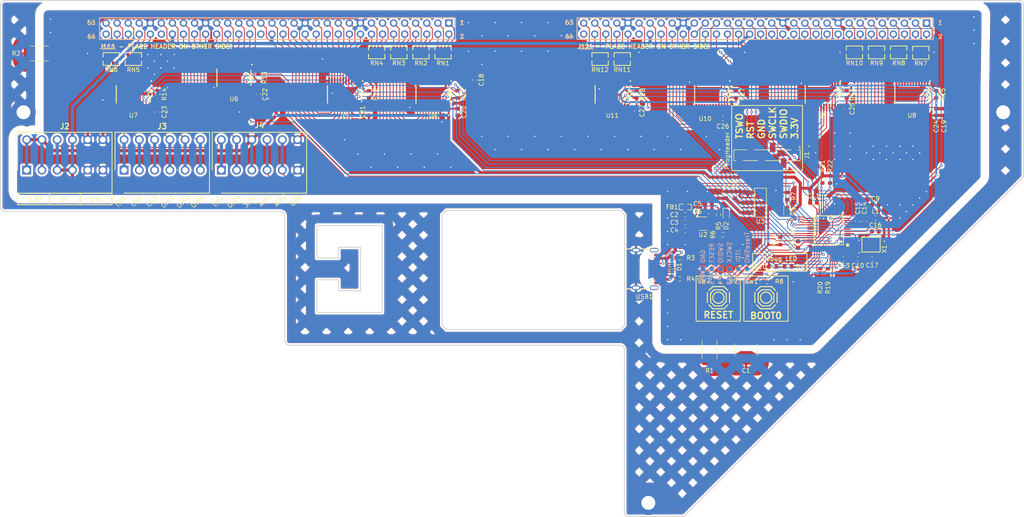
<source format=kicad_pcb>
(kicad_pcb (version 20240108) (generator "pcbnew") (generator_version "8.0")
  (title_block (date "2024-09-07") (rev "v0.9.0"))
  (layers (0 "F.Cu" signal) (31 "B.Cu" signal) (34 "B.Paste" user) (35 "F.Paste" user) (36 "B.SilkS" user "B.Silkscreen") (37 "F.SilkS" user "F.Silkscreen") (38 "B.Mask" user) (39 "F.Mask" user) (44 "Edge.Cuts" user))
  (net 0 "")
  (net 1 "CGND")
  (net 2 "GND")
  (net 3 "USB_VBUS")
  (net 4 "VCC")
  (net 5 "+3V3")
  (net 6 "EXP_INT8")
  (net 7 "EXP_INT7")
  (net 8 "USB_D+")
  (net 9 "EXP_INT6")
  (net 11 "USB_D-")
  (net 13 "EXP_INT5")
  (net 14 "EXP_INT4")
  (net 15 "EXP_INT3")
  (net 16 "EXP_INT2")
  (net 17 "EXP_INT1")
  (net 18 "P2.09")
  (net 19 "P2.07")
  (net 20 "P2.14")
  (net 21 "P2.03")
  (net 22 "P2.08")
  (net 23 "P2.04")
  (net 24 "P2.15")
  (net 25 "P2.01")
  (net 26 "P2.16")
  (net 27 "P2.13")
  (net 28 "Net-(U2-IN)")
  (net 29 "+3V3A")
  (net 31 "HSE_OUT")
  (net 32 "HSE_IN")
  (net 33 "Net-(D2-A)")
  (net 34 "Net-(D3-K)")
  (net 35 "Net-(USB1-CC2)")
  (net 36 "Net-(USB1-CC1)")
  (net 37 "Net-(U2-ILIM)")
  (net 38 "Net-(D4-K)")
  (net 39 "DebugLED")
  (net 40 "SWDIO")
  (net 41 "P2.12")
  (net 42 "BOOT0")
  (net 43 "SWCLK")
  (net 45 "RST")
  (net 46 "Output-Res03")
  (net 47 "Input-Res01")
  (net 48 "Output-Res01")
  (net 49 "Output-Res02")
  (net 50 "Input-Res03")
  (net 51 "P2.05")
  (net 52 "Input-Res02")
  (net 53 "AIN2")
  (net 54 "AIN1")
  (net 55 "Input-Res04")
  (net 56 "Output-Res04")
  (net 57 "P2.06")
  (net 58 "P2.10")
  (net 59 "P2.02")
  (net 61 "P2.11")
  (net 62 "P2.61")
  (net 63 "P2.62")
  (net 64 "P2.56")
  (net 65 "P2.63")
  (net 66 "P2.60")
  (net 67 "P2.59")
  (net 68 "Button-B15")
  (net 69 "Button-C10")
  (net 70 "Button-B06")
  (net 71 "LED-C12")
  (net 72 "Button-C15")
  (net 73 "Button-B09")
  (net 74 "Schluessel1")
  (net 75 "LED-C09")
  (net 76 "LED-B09")
  (net 77 "Button-B12")
  (net 78 "Button-C06")
  (net 79 "Button-C14")
  (net 80 "LED-B04")
  (net 81 "Button-B03")
  (net 82 "Button-B05")
  (net 83 "LED-C02")
  (net 84 "Button-C09")
  (net 85 "Button-C02")
  (net 86 "LED-B15")
  (net 87 "LED-B13")
  (net 88 "LED-B12")
  (net 89 "Button-B10")
  (net 90 "Button-C13")
  (net 91 "LED-C11")
  (net 92 "LED-B07")
  (net 93 "Button-C11")
  (net 94 "Button-C01")
  (net 95 "LED-B08")
  (net 96 "LED-B14")
  (net 97 "Button-C05")
  (net 98 "LED-B01")
  (net 99 "LED-B03")
  (net 100 "Button-C08")
  (net 101 "Button-C12")
  (net 102 "LED-B10")
  (net 103 "Button-B11")
  (net 104 "Button-C03")
  (net 105 "LED-C06")
  (net 106 "Button-C04")
  (net 107 "LED-B06")
  (net 108 "LED-C15")
  (net 109 "Button-B08")
  (net 111 "LED-B11")
  (net 112 "Button-B02")
  (net 113 "Button-B14")
  (net 115 "LED-B05")
  (net 116 "LED-B02")
  (net 117 "LED-C08")
  (net 118 "LED-C03")
  (net 119 "Button-B01")
  (net 120 "Button-B04")
  (net 121 "LED-C05")
  (net 123 "Button-B07")
  (net 124 "Button-B13")
  (net 125 "Button-C07")
  (net 126 "LED-A12")
  (net 127 "LED-A09")
  (net 128 "Button-A01")
  (net 129 "LED-C04")
  (net 130 "Button-A03")
  (net 131 "ENC2-X22")
  (net 132 "ENC1-X14")
  (net 133 "ENC1-X11")
  (net 134 "Button-A14")
  (net 135 "LED-A16")
  (net 136 "Button-A13")
  (net 137 "Button-A09")
  (net 138 "LED-C01")
  (net 139 "Button-A07")
  (net 140 "LED-A04")
  (net 141 "ENC1-X13")
  (net 142 "LED-A11")
  (net 143 "LED-A01")
  (net 144 "LED-E01")
  (net 145 "Button-D02")
  (net 146 "Button-E02")
  (net 147 "Button-A04")
  (net 148 "Button-A06")
  (net 149 "ENC1-X15")
  (net 150 "Schluessel0")
  (net 151 "Button-A02")
  (net 153 "Button-A11")
  (net 154 "LED-A10")
  (net 155 "LED-C13")
  (net 156 "LED-C07")
  (net 158 "Button-~{A15}")
  (net 159 "LED-E02")
  (net 160 "LED-A15")
  (net 161 "Button-A10")
  (net 162 "Button-A08")
  (net 163 "LED-A02")
  (net 164 "Schluessel3")
  (net 165 "Schluessel2")
  (net 166 "LED-A06")
  (net 167 "Button-A16")
  (net 168 "ENC1-X12")
  (net 169 "LED-C10")
  (net 170 "ENC2-X23")
  (net 171 "Button-A12")
  (net 172 "LED-A14")
  (net 173 "Button-~{D01}")
  (net 174 "LED-A08")
  (net 175 "LED-A05")
  (net 176 "Button-A05")
  (net 177 "LED-A07")
  (net 178 "ENC2-X21")
  (net 179 "ENC2-X25")
  (net 180 "Button-~{E01}")
  (net 181 "LED-A03")
  (net 182 "P2.58")
  (net 183 "P2.57")
  (net 184 "P1.06")
  (net 185 "P1.04")
  (net 186 "P1.16")
  (net 187 "P1.60")
  (net 188 "P1.09")
  (net 189 "P1.10")
  (net 190 "P1.12")
  (net 191 "P1.13")
  (net 192 "P1.05")
  (net 193 "P1.57")
  (net 194 "P1.56")
  (net 195 "P1.11")
  (net 196 "P1.63")
  (net 197 "P1.61")
  (net 198 "P1.15")
  (net 199 "P1.02")
  (net 200 "P1.58")
  (net 201 "P1.01")
  (net 202 "P1.14")
  (net 203 "P1.59")
  (net 204 "P1.62")
  (net 205 "P1.03")
  (net 206 "P1.08")
  (net 207 "P1.07")
  (net 208 "LED-D02")
  (net 209 "LED-D01")
  (net 213 "I2C2_SCL")
  (net 214 "I2C2_SDA")
  (net 215 "I2C1_SDA")
  (net 216 "I2C1_SCL")
  (net 229 "TSWO")
  (net 237 "/JTDI")
  (footprint "Capacitor_SMD:C_0603_1608Metric" (layer "F.Cu") (at 252.526 51.14 90)
    (property "Reference" "C24")
    (property "Value" "100n" (hide yes))
  )
  (footprint "Capacitor_SMD:C_0603_1608Metric" (layer "F.Cu") (at 237.794 84.922 180)
    (property "Reference" "C17")
    (property "Value" "8p" (hide yes))
  )
  (footprint "MountingHole:MountingHole_3.2mm_M3_DIN965_Pad" (layer "F.Cu") (at 186.392 140.986)
    (property "Reference" "H2" (hide yes))
    (property "Value" "MountingHole_Pad_MP" (hide yes))
  )
  (footprint "CostumLibrary:1824460000 - LSF-SMT 3.500690 3.5SN BK TU" (layer "F.Cu") (at 66.004 64.49)
    (property "Reference" "J3")
    (property "Value" "Buttons" (hide yes))
  )
  (footprint "Capacitor_SMD:C_0603_1608Metric" (layer "F.Cu") (at 194.881 74.762)
    (property "Reference" "C2")
    (property "Value" "1u" (hide yes))
  )
  (footprint "Resistor_SMD:R_0603_1608Metric" (layer "F.Cu") (at 202.501 74.762 -90)
    (property "Reference" "R5")
    (property "Value" "680" (hide yes))
  )
  (footprint "Resistor_SMD:R_0603_1608Metric" (layer "F.Cu") (at 228.142 66.634 90)
    (property "Reference" "R22")
    (property "Value" "1k5" (hide yes))
  )
  (footprint "Resistor_SMD:R_0603_1608Metric" (layer "F.Cu") (at 202.742 89.92)
    (property "Reference" "R9")
    (property "Value" "10k" (hide yes))
  )
  (footprint "Capacitor_SMD:C_0603_1608Metric" (layer "F.Cu") (at 238.556 72.476)
    (property "Reference" "C9")
    (property "Value" "4u7" (hide yes))
  )
  (footprint "Resistor_SMD:R_0603_1608Metric" (layer "F.Cu") (at 193.598 84.668 180)
    (property "Reference" "R3")
    (property "Value" "5k1" (hide yes))
  )
  (footprint "easyeda2kicad:SOT-23-6_L2.9-W1.6-P0.95-LS2.8-BL" (layer "F.Cu") (at 198.945 76.794 -90)
    (property "Reference" "U2")
    (property "Value" "AP22652AW6-7" (hide yes))
  )
  (footprint "Resistor_SMD:R_0603_1608Metric" (layer "F.Cu") (at 213.664 90.102 180)
    (property "Reference" "R8")
    (property "Value" "10k" (hide yes))
  )
  (footprint "Capacitor_SMD:C_0603_1608Metric" (layer "F.Cu") (at 142.544 51.14 90)
    (property "Reference" "C20")
    (property "Value" "100n" (hide yes))
  )
  (footprint "easyeda2kicad:USB-C-SMD_KH-TYPE-C-16P" (layer "F.Cu") (at 185.978 87.208 -90)
    (property "Reference" "USB1")
    (property "Value" "KH-TYPE-C-16P" (hide yes))
  )
  (footprint "easyeda2kicad:RES-ARRAY-SMD_0603-8P-L3.2-W1.6-BL" (layer "F.Cu") (at 180.39 38.948 180)
    (property "Reference" "RN11")
    (property "Value" "4x470R" (hide yes))
  )
  (footprint "Resistor_SMD:R_0603_1608Metric" (layer "F.Cu") (at 216.704785 80.802035 90)
    (property "Reference" "R23")
    (property "Value" "1k5" (hide yes))
  )
  (footprint "easyeda2kicad:RES-ARRAY-SMD_0603-8P-L3.2-W1.6-BL" (layer "F.Cu") (at 175.31 38.948 180)
    (property "Reference" "RN12")
    (property "Value" "4x470R" (hide yes))
  )
  (footprint "Capacitor_SMD:C_0603_1608Metric" (layer "F.Cu") (at 206.298 70.19 -90)
    (property "Reference" "C8")
    (property "Value" "10u" (hide yes))
  )
  (footprint "Capacitor_SMD:C_0603_1608Metric" (layer "F.Cu") (at 194.881 76.54)
    (property "Reference" "C3")
    (property "Value" "10u" (hide yes))
  )
  (footprint "easyeda2kicad:TSSOP-24_L7.8-W4.4-P0.65-LS6.4-BL" (layer "F.Cu") (at 178.104 47.076 180)
    (property "Reference" "U11")
    (property "Value" "PCA9555PW,118" (hide yes))
  )
  (footprint "Capacitor_SMD:C_2220_5750Metric" (layer "F.Cu") (at 208.838 105.75 -90)
    (property "Reference" "C1")
    (property "Value" "0.1u" (hide yes))
  )
  (footprint "Resistor_SMD:R_0603_1608Metric" (layer "F.Cu") (at 183.692 47.076 -90)
    (property "Reference" "R18")
    (property "Value" "10k" (hide yes))
  )
  (footprint "Inductor_SMD:L_0603_1608Metric" (layer "F.Cu") (at 238.556 75.524 180)
    (property "Reference" "L1")
    (property "Value" "27nH" (hide yes))
  )
  (footprint "Capacitor_SMD:C_0603_1608Metric" (layer "F.Cu") (at 73.71 51.14 90)
    (property "Reference" "C23")
    (property "Value" "100n" (hide yes))
  )
  (footprint "LED_SMD:LED_0603_1608Metric" (layer "F.Cu") (at 218.49 86.7)
    (property "Reference" "D4")
    (property "Value" "LED" (hide yes))
  )
  (footprint "CostumLibrary:1824460000 - LSF-SMT 3.500690 3.5SN BK TU" (layer "F.Cu") (at 88.328 64.49)
    (property "Reference" "J4")
    (property "Value" "Reserve2" (hide yes))
  )
  (footprint "Capacitor_SMD:C_0603_1608Metric" (layer "F.Cu") (at 96.824 47.076 90)
    (property "Reference" "C22")
    (property "Value" "100n" (hide yes))
  )
  (footprint "easyeda2kicad:RES-ARRAY-SMD_0603-8P-L3.2-W1.6-BL" (layer "F.Cu") (at 233.73 37.424 180)
    (property "Reference" "RN10")
    (property "Value" "4x470R" (hide yes))
  )
  (footprint "easyeda2kicad:USON-10_L2.5-W1.0-P0.50-BL" (layer "F.Cu") (at 191.566 86.954 90)
    (property "Reference" "D1")
    (property "Value" "TPD4E05U06DQAR_C138714" (hide yes))
  )
  (footprint "easyeda2kicad:TSSOP-24_L7.8-W4.4-P0.65-LS6.4-BL" (layer "F.Cu") (at 246.938 47.076 180)
    (property "Reference" "U8")
    (property "Value" "PCA9555PW,118" (hide yes))
  )
  (footprint "Resistor_SMD:R_0603_1608Metric" (layer "F.Cu") (at 203.517 79.334)
    (property "Reference" "R6")
    (property "Value" "25k" (hide yes))
  )
  (footprint "Resistor_SMD:R_0603_1608Metric" (layer "F.Cu") (at 193.598 89.494 180)
    (property "Reference" "R4")
    (property "Value" "5k1" (hide yes))
  )
  (footprint "easyeda2kicad:RES-ARRAY-SMD_0603-8P-L3.2-W1.6-BL" (layer "F.Cu") (at 68.122 38.948 180)
    (property "Reference" "RN5")
    (property "Value" "4x470R" (hide yes))
  )
  (footprint "Capacitor_SMD:C_0603_1608Metric" (layer "F.Cu") (at 231.952 50.365 90)
    (property "Reference" "C25")
    (property "Value" "100n" (hide yes))
  )
  (footprint "easyeda2kicad:RES-ARRAY-SMD_0603-8P-L3.2-W1.6-BL" (layer "F.Cu") (at 243.89 37.424 180)
    (property "Reference" "RN8")
    (property "Value" "4x470R" (hide yes))
  )
  (footprint "Capacitor_SMD:C_0603_1608Metric" (layer "F.Cu") (at 146.608 43.774 -90)
    (property "Reference" "C18")
    (property "Value" "4u7" (hide yes))
  )
  (footprint "easyeda2kicad:RES-ARRAY-SMD_0603-8P-L3.2-W1.6-BL" (layer "F.Cu") (at 139.242 37.424 180)
    (property "Reference" "RN1")
    (property "Value" "4x470R" (hide yes))
  )
  (footprint "easyeda2kicad:RES-ARRAY-SMD_0603-8P-L3.2-W1.6-BL" (layer "F.Cu") (at 129.082 37.424 180)
    (property "Reference" "RN3")
    (property "Value" "4x470R" (hide yes))
  )
  (footprint "Resistor_SMD:R_2512_6332Metric" (layer "F.Cu") (at 200.456 105.75 -90)
    (property "Reference" "R1")
    (property "Value" "100k" (hide yes))
  )
  (footprint "Resistor_SMD:R_0603_1608Metric" (layer "F.Cu") (at 142.544 47.076 -90)
    (property "Reference" "R11")
    (property "Value" "10k" (hide yes))
  )
  (footprint "Resistor_SMD:R_0603_1608Metric" (layer "F.Cu") (at 122.224 47.076 -90)
    (property "Reference" "R12")
    (property "Value" "10k" (hide yes))
  )
  (footprint "Capacitor_SMD:C_0603_1608Metric" (layer "F.Cu") (at 238.556 78.572)
    (property "Reference" "C16")
    (property "Value" "8p" (hide yes))
  )
  (footprint "Resistor_SMD:R_0603_1608Metric" (layer "F.Cu") (at 226.364 66.634 90)
    (property "Reference" "R21")
    (property "Value" "1k5" (hide yes))
  )
  (footprint "Capacitor_SMD:C_0603_1608Metric" (layer "F.Cu") (at 122.224 51.14 90)
    (property "Reference" "C21")
    (property "Value" "100n" (hide yes))
  )
  (footprint "easyeda2kicad:SW-SMD_4P-L5.1-W5.1-P3.70-LS6.5-TL-2" (layer "F.Cu") (at 213.41 93.812)
    (property "Reference" "SW1")
    (property "Value" "TS-1187A-B-A-B" (hide yes))
  )
  (footprint "Resistor_SMD:R_2512_6332Metric" (layer "F.Cu") (at 46.532 37.678 180)
    (property "Reference" "R2")
    (property "Value" "100k" (hide yes))
  )
  (footprint "MountingHole:MountingHole_3.2mm_M3_DIN965_Pad" (layer "F.Cu") (at 267.892 51.186)
    (property "Reference" "H3" (hide yes))
    (property "Value" "MountingHole_Pad_MP" (hide yes))
  )
  (footprint "Capacitor_SMD:C_0603_1608Metric" (layer "F.Cu") (at 236.016 76.286 90)
    (property "Reference" "C14")
    (property "Value" "1u" (hide yes))
  )
  (footprint "easyeda2kicad:SOT-223-4_L6.5-W3.5-P2.30-LS7.0-BR" (layer "F.Cu") (at 212.14 71.968 180)
    (property "Reference" "U3")
    (property "Value" "LD1117S33CTR" (hide yes))
  )
  (footprint "easyeda2kicad:TSSOP-24_L7.8-W4.4-P0.65-LS6.4-BL" (layer "F.Cu") (at 226.364 47.076 180)
    (property "Reference" "U9")
    (property "Value" "PCA9555PW,118" (hide yes))
  )
  (footprint "easyeda2kicad:CRYSTAL-SMD_4P-L3.2-W2.5-BL_SIT8008BI" (layer "F.Cu") (at 237.54 81.62 180)
    (property "Reference" "X1")
    (property "Value" "16MHz" (hide yes))
  )
  (footprint "easyeda2kicad:LQFP-48_L7.0-W7.0-P0.50-LS9.0-BL" (layer "F.Cu") (at 227.888 78.318 90)
    (property "Reference" "U1")
    (property "Value" "STM32L151C8T6" (hide yes))
  )
  (footprint "Resistor_SMD:R_0603_1608Metric" (layer "F.Cu") (at 96.824 43.266 -90)
    (property "Reference" "R13")
    (property "Value" "10k" (hide yes))
  )
  (footprint "Resistor_SMD:R_0603_1608Metric" (layer "F.Cu") (at 231.952 47.076 -90)
    (property "Reference" "R16")
    (property "Value" "10k" (hide yes))
  )
  (footprint "easyeda2kicad:RES-ARRAY-SMD_0603-8P-L3.2-W1.6-BL" (layer "F.Cu") (at 248.97 37.486 180)
    (property "Reference" "RN7")
    (property "Value" "4x470R" (hide yes))
  )
  (footprint "Capacitor_SMD:C_0603_1608Metric" (layer "F.Cu") (at 254.304 51.14 90)
    (property "Reference" "C19")
    (property "Value" "4u7" (hide yes))
  )
  (footprint "Capacitor_SMD:C_0603_1608Metric" (layer "F.Cu") (at 204.266 70.19 -90)
    (property "Reference" "C7")
    (property "Value" "0.1u" (hide yes))
  )
  (footprint "MountingHole:MountingHole_3.2mm_M3_DIN965_Pad" (layer "F.Cu") (at 42.892 51.186)
    (property "Reference" "H1" (hide yes))
    (property "Value" "MountingHole_Pad_MP" (hide yes))
  )
  (footprint "Resistor_SMD:R_0603_1608Metric" (layer "F.Cu") (at 227.634 87.97 -90)
    (property "Reference" "R19")
    (property "Value" "1k5" (hide yes))
  )
  (footprint "Capacitor_SMD:C_0603_1608Metric" (layer "F.Cu") (at 224.332 71.968 180)
    (property "Reference" "C11")
    (property "Value" "100n" (hide yes))
  )
  (footprint "Resistor_SMD:R_0603_1608Metric" (layer "F.Cu") (at 225.856 87.97 -90)
    (property "Reference" "R20")
    (property "Value" "1k5" (hide yes))
  )
  (footprint "Capacitor_SMD:C_0603_1608Metric" (layer "F.Cu") (at 231.19 84.922)
    (property "Reference" "C13")
    (property "Value" "100n" (hide yes))
  )
  (footprint "easyeda2kicad:RES-ARRAY-SMD_0603-8P-L3.2-W1.6-BL" (layer "F.Cu") (at 124.002 37.424 180)
    (property "Reference" "RN4")
    (property "Value" "4x470R" (hide yes))
  )
  (footprint "Capacitor_SMD:C_0603_1608Metric" (layer "F.Cu") (at 234.492 76.286 90)
    (property "Reference" "C15")
    (property "Value" "100n" (hide yes))
  )
  (footprint "Capacitor_SMD:C_0603_1608Metric" (layer "F.Cu") (at 200.215 72.222)
    (property "Reference" "C5")
    (property "Value" "0.1u" (hide yes))
  )
  (footprint "LED_SMD:LED_0603_1608Metric" (layer "F.Cu") (at 218.236 74 -90)
    (property "Reference" "D3")
    (property "Value" "LED" (hide yes))
  )
  (footprint "easyeda2kicad:TSSOP-24_L7.8-W4.4-P0.65-LS6.4-BL" (layer "F.Cu") (at 68.122 47.076 180)
    (property "Reference" "U7")
    (property "Value" "PCA9555PW,118" (hide yes))
  )
  (footprint "easyeda2kicad:TSSOP-24_L7.8-W4.4-P0.65-LS6.4-BL" (layer "F.Cu") (at 91.236 43.266 180)
    (property "Reference" "U6")
    (property "Value" "PCA9555PW,118" (hide yes))
  )
  (footprint "easyeda2kicad:RES-ARRAY-SMD_0603-8P-L3.2-W1.6-BL" (layer "F.Cu") (at 134.162 37.424 180)
    (property "Reference" "RN2")
    (property "Value" "4x470R" (hide yes))
  )
  (footprint "Capacitor_SMD:C_0603_1608Metric" (layer "F.Cu") (at 183.692 50.886 90)
    (property "Reference" "C27")
    (property "Value" "100n" (hide yes))
  )
  (footprint "easyeda2kicad:RES-ARRAY-SMD_0603-8P-L3.2-W1.6-BL" (layer "F.Cu") (at 63.042 38.948 180)
    (property "Reference" "RN6")
    (property "Value" "4x470R" (hide yes))
  )
  (footprint "Capacitor_SMD:C_0603_1608Metric" (layer "F.Cu") (at 220.776 81.62 -90)
    (property "Reference" "C12")
    (property "Value" "100n" (hide yes))
  )
  (footprint "Resistor_SMD:R_0603_1608Metric" (layer "F.Cu") (at 214.934 86.7 180)
    (property "Reference" "R10")
    (property "Value" "470" (hide yes))
  )
  (footprint "Capacitor_SMD:C_0603_1608Metric" (layer "F.Cu") (at 234.492 84.922 180)
    (property "Reference" "C10")
    (property "Value" "100n" (hide yes))
  )
  (footprint "CostumLibrary:1824460000 - LSF-SMT 3.500690 3.5SN BK TU" (layer "F.Cu") (at 43.624 64.49)
    (property "Reference" "J2")
    (property "Value" "Power" (hide yes))
  )
  (footprint "easyeda2kicad:TSSOP-24_L7.8-W4.4-P0.65-LS6.4-BL" (layer "F.Cu") (at 200.964 47.076 180)
    (property "Reference" "U10")
    (property "Value" "PCA9555PW,118" (hide yes))
  )
  (footprint "Capacitor_SMD:C_0603_1608Metric" (layer "F.Cu") (at 200.215 74)
    (property "Reference" "C6")
    (property "Value" "120u" (hide yes))
  )
  (footprint "Resistor_SMD:R_0603_1608Metric" (layer "F.Cu") (at 73.71 47.076 -90)
    (property "Reference" "R14")
    (property "Value" "10k" (hide yes))
  )
  (footprint "Resistor_SMD:R_0603_1608Metric" (layer "F.Cu") (at 206.552 47.076 -90)
    (property "Reference" "R17")
    (property "Value" "10k" (hide yes))
  )
  (footprint "LED_SMD:LED_0603_1608Metric" (layer "F.Cu") (at 204.279 74.762 -90)
    (property "Reference" "D2")
    (property "Value" "LED" (hide yes))
  )
  (footprint "easyeda2kicad:TSSOP-24_L7.8-W4.4-P0.65-LS6.4-BL" (layer "F.Cu") (at 116.636 47.076 180)
    (property "Reference" "U5")
    (property "Value" "PCA9555PW,118" (hide yes))
  )
  (footprint "easyeda2kicad:RES-ARRAY-SMD_0603-8P-L3.2-W1.6-BL" (layer "F.Cu") (at 238.81 37.424 180)
    (property "Reference" "RN9")
    (property "Value" "4x470R" (hide yes))
  )
  (footprint "easyeda2kicad:HDR-SMD_6P-P2.54-V-M-LS4.8_R2" (layer "F.Cu") (at 213.664 61.068 180)
    (property "Reference" "J1")
    (property "Value" "ProgHeader")
  )
  (footprint "Capacitor_SMD:C_0603_1608Metric" (layer "F.Cu") (at 194.881 78.318)
    (property "Reference" "C4")
    (property "Value" "0.1u" (hide yes))
  )
  (footprint "easyeda2kicad:SW-SMD_4P-L5.1-W5.1-P3.70-LS6.5-TL-2" (layer "F.Cu") (at 202.488 93.812)
    (property "Reference" "SW2")
    (property "Value" "TS-1187A-B-A-B" (hide yes))
  )
  (footprint "Resistor_SMD:R_0603_1608Metric" (layer "F.Cu") (at 218.236 70.444 90)
    (property "Reference" "R7")
    (property "Value" "470" (hide yes))
  )
  (footprint "Resistor_SMD:R_0603_1608Metric" (layer "F.Cu") (at 252.526 47.076 -90)
    (property "Reference" "R15")
    (property "Value" "10k" (hide yes))
  )
  (footprint "easyeda2kicad:TSSOP-24_L7.8-W4.4-P0.65-LS6.4-BL" (layer "F.Cu") (at 136.956 47.076 180)
    (property "Reference" "U4")
    (property "Value" "PCA9555PW,118" (hide yes))
  )
  (footprint "Capacitor_SMD:C_0603_1608Metric" (layer "F.Cu") (at 203.504 52.664)
    (property "Reference" "C26")
    (property "Value" "100n" (hide yes))
  )
  (footprint "easyeda2kicad:L0603" (layer "F.Cu") (at 194.881 72.984)
    (property "Reference" "FB1")
    (property "Value" "100R@100MHz" (hide yes))
  )
  (footprint "TestPoint:TestPoint_Pad_D1.0mm" (layer "B.Cu") (at 207.06 87.208)
    (property "Reference" "TP2")
    (property "Value" "JTDI" (hide yes))
  )
  (footprint "TestPoint:TestPoint_Pad_D1.0mm" (layer "B.Cu") (at 200.964 87.208)
    (property "Reference" "TP5")
    (property "Value" "RESET" (hide yes))
  )
  (footprint "TestPoint:TestPoint_Pad_D1.0mm" (layer "B.Cu") (at 205.028 87.208)
    (property "Reference" "TP3")
    (property "Value" "JTCK-SWCLK" (hide yes))
  )
  (footprint "TestPoint:TestPoint_Pad_D1.0mm" (layer "B.Cu") (at 202.996 87.208)
    (property "Reference" "TP4")
    (property "Value" "JTMS-SWDIO" (hide yes))
  )
  (footprint "CostumLibrary:SAMTEC_SSW-132-24-L-D" (layer "B.Cu") (at 140.592 30.686)
    (property "Reference" "J111")
    (property "Value" "SSW-132-24-L-D" (hide yes))
  )
  (footprint "TestPoint:TestPoint_Pad_D1.0mm" (layer "B.Cu") (at 198.932 87.208)
    (property "Reference" "TP6")
    (property "Value" "GND" (hide yes))
  )
  (footprint "TestPoint:TestPoint_Pad_D1.0mm" (layer "B.Cu") (at 209.092 87.208)
    (property "Reference" "TP1")
    (property "Value" "JTDO-TraceSWO" (hide yes))
  )
  (footprint "CostumLibrary:SAMTEC_SSW-132-24-L-D" (layer "B.Cu") (at 250.292 30.686)
    (property "Reference" "J121")
    (property "Value" "SSW-132-24-L-D" (hide yes))
  )
  (gr_rect (start 205.536 49.638) (end 221.792 64.624) (stroke (width 0.2)) (fill none) (layer "F.SilkS"))
  (gr_rect (start 55.90694 69.802468) (end 63.211916 72.476) (stroke (width 0.2)) (fill none) (layer "F.SilkS"))
  (gr_rect (start 210.362 83.652) (end 222.808 87.716) (stroke (width 0.2)) (fill none) (layer "F.SilkS"))
  (gr_rect (start 208.33 88.832) (end 218.49 99.241565) (stroke (width 0.2)) (fill none) (layer "F.SilkS"))
  (gr_rect (start 41.529506 69.821844) (end 48.873236 72.476) (stroke (width 0.2)) (fill none) (layer "F.SilkS"))
  (gr_rect (start 60.328173 29.479115) (end 142.112327 34.428967) (stroke (width 0.2)) (fill none) (layer "F.SilkS"))
  (gr_rect (start 48.873236 69.821844) (end 55.90694 72.476) (stroke (width 0.2)) (fill none) (layer "F.SilkS"))
  (gr_rect (start 170.026768 29.483907) (end 251.810922 34.433759) (stroke (width 0.2)) (fill none) (layer "F.SilkS"))
  (gr_rect (start 197.367159 88.850312) (end 207.527159 99.221506) (stroke (width 0.2)) (fill none) (layer "F.SilkS"))
  (gr_line (start 125.272 77.208) (end 110.272 77.208) (stroke (width 0.2)) (layer "Edge.Cuts"))
  (gr_line (start 180.88222 143.179713) (end 180.897589 105.73441) (stroke (width 0.2)) (layer "Edge.Cuts"))
  (gr_arc (start 103.92 104.734) (mid 103.212893 104.441107) (end 102.92 103.734) (stroke (width 0.2)) (layer "Edge.Cuts"))
  (gr_line (start 102.92 103.734) (end 102.92 75) (stroke (width 0.2)) (layer "Edge.Cuts"))
  (gr_line (start 115.272 82.208) (end 120.272 82.208) (stroke (width 0.2)) (layer "Edge.Cuts"))
  (gr_arc (start 38.593414 74) (mid 37.886309 73.707122) (end 37.593414 73.00003) (stroke (width 0.2)) (layer "Edge.Cuts"))
  (gr_line (start 110.272 97.208) (end 125.272 97.208) (stroke (width 0.2)) (layer "Edge.Cuts"))
  (gr_line (start 115.272 84.708) (end 115.272 82.208) (stroke (width 0.2)) (layer "Edge.Cuts"))
  (gr_line (start 110.272 77.208) (end 110.272 84.708) (stroke (width 0.2)) (layer "Edge.Cuts"))
  (gr_line (start 179.9265 101.178) (end 180.9265 100.178) (stroke (width 0.2)) (layer "Edge.Cuts"))
  (gr_line (start 120.272 82.208) (end 120.272 92.208) (stroke (width 0.2)) (layer "Edge.Cuts"))
  (gr_line (start 140.0165 73.746) (end 179.9265 73.746) (stroke (width 0.2)) (layer "Edge.Cuts"))
  (gr_line (start 140.0165 101.178) (end 179.9265 101.178) (stroke (width 0.2)) (layer "Edge.Cuts"))
  (gr_line (start 179.897589 104.734) (end 103.92 104.734) (stroke (width 0.2)) (layer "Edge.Cuts"))
  (gr_line (start 120.272 92.208) (end 115.272 92.208) (stroke (width 0.2)) (layer "Edge.Cuts"))
  (gr_line (start 37.593414 73.00003) (end 37.59203 26.48603) (stroke (width 0.2)) (layer "Edge.Cuts"))
  (gr_arc (start 194.908855 143.782253) (mid 194.577069 144.020741) (end 194.177589 144.10661) (stroke (width 0.2)) (layer "Edge.Cuts"))
  (gr_line (start 179.9265 73.746) (end 180.9265 74.746) (stroke (width 0.2)) (layer "Edge.Cuts"))
  (gr_line (start 272.329246 66.293625) (end 194.908855 143.782253) (stroke (width 0.2)) (layer "Edge.Cuts"))
  (gr_line (start 194.177589 144.10661) (end 181.8882 144.180105) (stroke (width 0.2)) (layer "Edge.Cuts"))
  (gr_line (start 101.92 74) (end 38.593414 74) (stroke (width 0.2)) (layer "Edge.Cuts"))
  (gr_line (start 110.272 89.708) (end 110.272 97.208) (stroke (width 0.2)) (layer "Edge.Cuts"))
  (gr_line (start 180.9265 100.178) (end 180.9265 74.746) (stroke (width 0.2)) (layer "Edge.Cuts"))
  (gr_line (start 115.272 92.208) (end 115.272 89.708) (stroke (width 0.2)) (layer "Edge.Cuts"))
  (gr_line (start 110.272 84.708) (end 115.272 84.708) (stroke (width 0.2)) (layer "Edge.Cuts"))
  (gr_arc (start 37.59203 26.48603) (mid 37.884913 25.778904) (end 38.59203 25.486) (stroke (width 0.2)) (layer "Edge.Cuts"))
  (gr_arc (start 272.592 65.618) (mid 272.524001 65.980461) (end 272.329246 66.293625) (stroke (width 0.2)) (layer "Edge.Cuts"))
  (gr_line (start 38.59203 25.486) (end 271.592 25.486) (stroke (width 0.2)) (layer "Edge.Cuts"))
  (gr_line (start 139.0165 100.178) (end 139.0165 74.746) (stroke (width 0.2)) (layer "Edge.Cuts"))
  (gr_line (start 140.0165 101.178) (end 139.0165 100.178) (stroke (width 0.2)) (layer "Edge.Cuts"))
  (gr_line (start 125.272 97.208) (end 125.272 77.208) (stroke (width 0.2)) (layer "Edge.Cuts"))
  (gr_line (start 115.272 89.708) (end 110.272 89.708) (stroke (width 0.2)) (layer "Edge.Cuts"))
  (gr_arc (start 179.897589 104.734) (mid 180.604848 105.027034) (end 180.897589 105.73441) (stroke (width 0.2)) (layer "Edge.Cuts"))
  (gr_arc (start 101.92 74) (mid 102.627107 74.292893) (end 102.92 75) (stroke (width 0.2)) (layer "Edge.Cuts"))
  (gr_arc (start 181.8882 144.180105) (mid 181.177064 143.889205) (end 180.88222 143.179713) (stroke (width 0.2)) (layer "Edge.Cuts"))
  (gr_line (start 272.592 26.486) (end 272.592 65.618) (stroke (width 0.2)) (layer "Edge.Cuts"))
  (gr_arc (start 271.592 25.486) (mid 272.299107 25.778893) (end 272.592 26.486) (stroke (width 0.2)) (layer "Edge.Cuts"))
  (gr_line (start 139.0165 74.746) (end 140.0165 73.746) (stroke (width 0.2)) (layer "Edge.Cuts"))
  (gr_text "SWDIO" (at 202.996 85.938 90) (layer "B.SilkS") (effects (font (size 1 1)) (justify right mirror)))
  (gr_text "1\n\n2" (at 144.24711 34.356844 0) (layer "B.SilkS") (effects (font (size 1 1)) (justify left bottom mirror)))
  (gr_text "TraceSWO" (at 209.092 85.938 90) (layer "B.SilkS") (effects (font (size 1 1)) (justify right mirror)))
  (gr_text "63\n\n64" (at 169.176047 34.368833 0) (layer "B.SilkS") (effects (font (size 1 1)) (justify left bottom mirror)))
  (gr_text "1\n\n2" (at 253.963353 34.368833 0) (layer "B.SilkS") (effects (font (size 1 1)) (justify left bottom mirror)))
  (gr_text "JTDI" (at 207.06 85.684 90) (layer "B.SilkS") (effects (font (size 1 1)) (justify right mirror)))
  (gr_text "RESET" (at 200.964 85.938 90) (layer "B.SilkS") (effects (font (size 1 1)) (justify right mirror)))
  (gr_text "GND" (at 198.932 85.938 90) (layer "B.SilkS") (effects (font (size 1 1)) (justify right mirror)))
  (gr_text "SWCLK" (at 205.028 85.938 90) (layer "B.SilkS") (effects (font (size 1 1)) (justify right mirror)))
  (gr_text "63\n\n64" (at 59.459804 34.356844 0) (layer "B.SilkS") (effects (font (size 1 1)) (justify left bottom mirror)))
  (gr_text "GND" (at 212.394 57.512 90) (layer "F.SilkS") (effects (font (size 1.5 1.5) (thickness 0.3) (bold yes)) (justify left)))
  (gr_text "BOOT0" (at 213.41 97.976 0) (layer "F.SilkS") (effects (font (size 1.5 1.5) (thickness 0.3) (bold yes))))
  (gr_text "J121 - PLACE HEADER ON OTHER SIDE!" (at 169.976 36.662 0) (layer "F.SilkS") (effects (font (size 1 1) (thickness 0.2) (bold yes)) (justify left bottom)))
  (gr_text "I.R4" (at 87.68 71.714 45) (layer "F.SilkS") (effects (font (size 1 1))))
  (gr_text "I.R3" (at 72.44 71.714 45) (layer "F.SilkS") (effects (font (size 1 1))))
  (gr_text "5V" (at 52.374 71.223668 0) (layer "F.SilkS") (effects (font (size 1 1))))
  (gr_text "O.R2" (at 79.552 71.714 45) (layer "F.SilkS") (effects (font (size 1 1))))
  (gr_text "63\n\n64" (at 167.217003 34.344362 0) (layer "F.SilkS") (effects (font (size 1 1)) (justify left bottom)))
  (gr_text "O.R1" (at 75.996 71.714 45) (layer "F.SilkS") (effects (font (size 1 1))))
  (gr_text "I.R2" (at 68.884 71.714 45) (layer "F.SilkS") (effects (font (size 1 1))))
  (gr_text "3.3V" (at 220.014 57.512 90) (layer "F.SilkS") (effects (font (size 1.5 1.5) (thickness 0.3) (bold yes)) (justify left)))
  (gr_text "TSWO" (at 207.314 57.512 90) (layer "F.SilkS") (effects (font (size 1.5 1.5) (thickness 0.3) (bold yes)) (justify left)))
  (gr_text "O.R4" (at 91.236 71.714 45) (layer "F.SilkS") (effects (font (size 1 1))))
  (gr_text "RESET" (at 202.488 97.794 0) (layer "F.SilkS") (effects (font (size 1.5 1.5) (thickness 0.3) (bold yes))))
  (gr_text "RST" (at 209.854 57.512 90) (layer "F.SilkS") (effects (font (size 1.5 1.5) (thickness 0.3) (bold yes)) (justify left)))
  (gr_text "AIN2" (at 101.904 71.46 45) (layer "F.SilkS") (effects (font (size 1 1))))
  (gr_text "J111 - PLACE HEADER ON OTHER SIDE!" (at 60.248 36.662 0) (layer "F.SilkS") (effects (font (size 1 1) (thickness 0.2) (bold yes)) (justify left bottom)))
  (gr_text "3.3V" (at 94.792 71.714 45) (layer "F.SilkS") (effects (font (size 1 1))))
  (gr_text "O.R3" (at 82.854 71.714 45) (layer "F.SilkS") (effects (font (size 1 1))))
  (gr_text "SWDIO" (at 217.474 57.512 90) (layer "F.SilkS") (effects (font (size 1.5 1.5) (thickness 0.3) (bold yes)) (justify left)))
  (gr_text "I.R1" (at 65.328 71.714 45) (layer "F.SilkS") (effects (font (size 1 1))))
  (gr_text "Debug LED" (at 212.394 85.43 0) (layer "F.SilkS") (effects (font (size 1 1) (thickness 0.2) (bold yes)) (justify left bottom)))
  (gr_text "1\n\n2" (at 252.882543 34.417207 0) (layer "F.SilkS") (effects (font (size 1 1)) (justify left bottom)))
  (gr_text "GND" (at 59.486 71.206 0) (layer "F.SilkS") (effects (font (size 1 1))))
  (gr_text "63\n\n64" (at 57.439818 34.417207 0) (layer "F.SilkS") (effects (font (size 1 1)) (justify left bottom)))
  (gr_text "3.3V" (at 45.395926 71.235065 0) (layer "F.SilkS") (effects (font (size 1 1))))
  (gr_text "SWCLK" (at 214.934 57.512 90) (layer "F.SilkS") (effects (font (size 1.5 1.5) (thickness 0.3) (bold yes)) (justify left)))
  (gr_text "GND" (at 105.46 71.46 45) (layer "F.SilkS") (effects (font (size 1 1))))
  (gr_text "1\n\n2" (at 142.959669 34.417207 0) (layer "F.SilkS") (effects (font (size 1 1)) (justify left bottom)))
  (gr_text "AIN1" (at 98.348 71.46 45) (layer "F.SilkS") (effects (font (size 1 1))))
  (segment (start 194.106 74.762) (end 194.106 76.54) (width 0.5) (layer "F.Cu") (net 2))
  (segment (start 225.638 74.068) (end 225.638 72.499) (width 0.2) (layer "F.Cu") (net 2))
  (segment (start 203.234 44.056) (end 203.234 45.568) (width 0.2) (layer "F.Cu") (net 2))
  (segment (start 252.526 51.915) (end 254.304 51.915) (width 0.7) (layer "F.Cu") (net 2))
  (segment (start 189.282 84.158) (end 188.398 84.158) (width 0.3) (layer "F.Cu") (net 2))
  (segment (start 243.368 44.056) (end 243.368 45.041) (width 0.2) (layer "F.Cu") (net 2))
  (segment (start 189.534 91.272) (end 189.788 91.018) (width 0.3) (layer "F.Cu") (net 2))
  (segment (start 202.584 45.806) (end 202.584 50.096) (width 0.2) (layer "F.Cu") (net 2))
  (segment (start 113.066 45.03) (end 113.842 45.806) (width 0.4) (layer "F.Cu") (net 2))
  (segment (start 249.858 42.124) (end 249.858 44.056) (width 0.2) (layer "F.Cu") (net 2))
  (segment (start 222.794 44.056) (end 222.794 45.2895) (width 0.4) (layer "F.Cu") (net 2))
  (segment (start 89.501 43.266) (end 91.236 43.266) (width 0.4) (layer "F.Cu") (net 2))
  (segment (start 194.423 85.875) (end 194.423 84.668) (width 0.2) (layer "F.Cu") (net 2))
  (segment (start 139.301 45.806) (end 138.988 45.806) (width 0.4) (layer "F.Cu") (net 2))
  (segment (start 193.344 86.954) (end 194.423 85.875) (width 0.2) (layer "F.Cu") (net 2))
  (segment (start 138.576 50.096) (end 138.576 45.964) (width 0.4) (layer "F.Cu") (net 2))
  (segment (start 229.972 30.686) (end 231.241999 31.955999) (width 0.2) (layer "F.Cu") (net 2))
  (segment (start 240.588 78.064) (end 240.588 80.858) (width 0.4) (layer "F.Cu") (net 2))
  (segment (start 234.912 80.77) (end 234.746 80.604) (width 0.2) (layer "F.Cu") (net 2))
  (segment (start 194.106 78.318) (end 194.106 78.793) (width 0.5) (layer "F.Cu") (net 2))
  (segment (start 86.664 45.552) (end 88.95 43.266) (width 0.4) (layer "F.Cu") (net 2))
  (segment (start 240.588 81.874) (end 240.588 80.858) (width 0.3) (layer "F.Cu") (net 2))
  (segment (start 189.438 83.906) (end 188.33 83.906) (width 0.3) (layer "F.Cu") (net 2))
  (segment (start 84.712 30.686) (end 83.467 29.441) (width 0.7) (layer "F.Cu") (net 2))
  (segment (start 238.569 82.541) (end 238.64 82.47) (width 0.2) (layer "F.Cu") (net 2))
  (segment (start 113.842 45.806) (end 113.842 46.822) (width 0.4) (layer "F.Cu") (net 2))
  (segment (start 238.64 82.47) (end 239.992 82.47) (width 0.3) (layer "F.Cu") (net 2))
  (segment (start 92.856 47.461) (end 93.246 47.851) (width 0.4) (layer "F.Cu") (net 2))
  (segment (start 113.066 40.458) (end 113.066 44.056) (width 0.2) (layer "F.Cu") (net 2))
  (segment (start 236.283 85.938) (end 237.553 85.938) (width 0.3) (layer "F.Cu") (net 2))
  (segment (start 202.584 50.096) (end 202.584 52.519) (width 0.2) (layer "F.Cu") (net 2))
  (segment (start 243.368 44.056) (end 243.368 42.01) (width 0.2) (layer "F.Cu") (net 2))
  (segment (start 189.499672 83.279113) (end 189.499672 83.602031) (width 0.3) (layer "F.Cu") (net 2))
  (segment (start 92.856 46.286) (end 92.856 47.461) (width 0.4) (layer "F.Cu") (net 2))
  (segment (start 230.138 82.568) (end 230.138 84.391) (width 0.2) (layer "F.Cu") (net 2))
  (segment (start 230.415 85.163) (end 231.698 86.446) (width 0.2) (layer "F.Cu") (net 2))
  (segment (start 194.681 79.368) (end 196.625 79.368) (width 0.5) (layer "F.Cu") (net 2))
  (segment (start 238.44 82.47) (end 238.64 82.47) (width 0.2) (layer "F.Cu") (net 2))
  (segment (start 113.842 45.806) (end 118.981 45.806) (width 0.4) (layer "F.Cu") (net 2))
  (segment (start 64.552 44.056) (end 64.552 44.918) (width 0.3) (layer "F.Cu") (net 2))
  (segment (start 237.781 72.476) (end 235.254 72.476) (width 0.5) (layer "F.Cu") (net 2))
  (segment (start 131.622 50.124) (end 131.622 48.854) (width 0.4) (layer "F.Cu") (net 2))
  (segment (start 239.992 82.47) (end 240.588 81.874) (width 0.3) (layer "F.Cu") (net 2))
  (segment (start 179.799 45.806) (end 175.099 45.806) (width 0.2) (layer "F.Cu") (net 2))
  (segment (start 91.236 43.266) (end 92.856 44.886) (width 0.4) (layer "F.Cu") (net 2))
  (segment (start 138.576 53.014) (end 138.988 53.426) (width 0.4) (layer "F.Cu") (net 2))
  (segment (start 83.467 29.441) (end 82.092 29.441) (width 0.7) (layer "F.Cu") (net 2))
  (segment (start 93.246 47.851) (end 96.824 47.851) (width 0.4) (layer "F.Cu") (net 2))
  (segment (start 188.82 90.558) (end 189.534 91.272) (width 0.3) (layer "F.Cu") (net 2))
  (segment (start 188.398 83.858) (end 188.920785 83.858) (width 0.3) (layer "F.Cu") (net 2))
  (segment (start 189.499672 83.844328) (end 189.486 83.858) (width 0.3) (layer "F.Cu") (net 2))
  (segment (start 223.3105 45.806) (end 227.909 45.806) (width 0.4) (layer "F.Cu") (net 2))
  (segment (start 75.221 51.915) (end 73.71 51.915) (width 0.4) (layer "F.Cu") (net 2))
  (segment (start 236.44 80.77) (end 236.44 79.913) (width 0.2) (layer "F.Cu") (net 2))
  (segment (start 221.828 80.568) (end 221.551 80.845) (width 0.2) (layer "F.Cu") (net 2))
  (segment (start 107.572 30.686) (end 106.327 29.441) (width 0.7) (layer "F.Cu") (net 2))
  (segment (start 230.138 84.391) (end 230.669 84.922) (width 0.2) (layer "F.Cu") (net 2))
  (segment (start 87.666 41.431) (end 89.501 43.266) (width 0.4) (layer "F.Cu") (net 2))
  (segment (start 189.486 83.858) (end 189.438 83.906) (width 0.3) (layer "F.Cu") (net 2))
  (segment (start 236.016 77.061) (end 239.585 77.061) (width 0.4) (layer "F.Cu") (net 2))
  (segment (start 196.625 79.368) (end 197.795 78.198) (width 0.5) (layer "F.Cu") (net 2))
  (segment (start 223.638 80.568) (end 224.654935 80.568) (width 0.2) (layer "F.Cu") (net 2))
  (segment (start 106.327 29.441) (end 82.092 29.441) (width 0.7) (layer "F.Cu") (net 2))
  (segment (start 234.492 77.061) (end 236.016 77.061) (width 0.4) (layer "F.Cu") (net 2))
  (segment (start 85.996761 36.756761) (end 87.666 38.426) (width 0.4) (layer "F.Cu") (net 2))
  (segment (start 64.552 44.918) (end 61.124 48.346) (width 0.4) (layer "F.Cu") (net 2))
  (segment (start 202.996 45.806) (end 202.584 45.806) (width 0.2) (layer "F.Cu") (net 2))
  (segment (start 243.368 45.041) (end 244.037 45.71) (width 0.2) (layer "F.Cu") (net 2))
  (segment (start 139.876 45.231) (end 139.301 45.806) (width 0.4) (layer "F.Cu") (net 2))
  (segment (start 230.415 84.922) (end 230.415 85.163) (width 0.2) (layer "F.Cu") (net 2))
  (segment (start 131.622 48.854) (end 133.386 47.09) (width 0.4) (layer "F.Cu") (net 2))
  (segment (start 174.534 45.241) (end 174.534 44.056) (width 0.2) (layer "F.Cu") (net 2))
  (segment (start 189.788 90.812) (end 189.534 90.558) (width 0.8) (layer "F.Cu") (net 2))
  (segment (start 188.398 90.558) (end 189.328 90.558) (width 0.3) (layer "F.Cu") (net 2))
  (segment (start 228.634 37.948) (end 228.634 44.056) (width 0.2) (layer "F.Cu") (net 2))
  (segment (start 88.95 43.266) (end 89.501 43.266) (width 0.4) (layer "F.Cu") (net 2))
  (segment (start 203.234 41.504) (end 204.266 40.472) (width 0.2) (layer "F.Cu") (net 2))
  (segment (start 120.272 30.686) (end 119.027 29.441) (width 0.7) (layer "F.Cu") (net 2))
  (segment (start 87.666 40.246) (end 87.666 41.431) (width 0.4) (layer "F.Cu") (net 2))
  (segment (start 221.551 80.845) (end 220.776 80.845) (width 0.2) (layer "F.Cu") (net 2))
  (segment (start 92.856 44.886) (end 92.856 46.286) (width 0.4) (layer "F.Cu") (net 2))
  (segment (start 113.066 44.056) (end 113.066 45.03) (width 0.4) (layer "F.Cu") (net 2))
  (segment (start 138.576 50.096) (end 138.576 53.014) (width 0.4) (layer "F.Cu") (net 2))
  (segment (start 225.638 72.499) (end 225.107 71.968) (width 0.2) (layer "F.Cu") (net 2))
  (segment (start 189.486 83.858) (end 189.534 83.906) (width 0.3) (layer "F.Cu") (net 2))
  (segment (start 61.124 57.49) (end 61.124 48.346) (width 0.75) (layer "F.Cu") (net 2))
  (segment (start 209.057 69.415) (end 209.31 69.668) (width 0.75) (layer "F.Cu") (net 2))
  (segment (start 194.106 78.793) (end 194.681 79.368) (width 0.5) (layer "F.Cu") (net 2))
  (segment (start 70.767 29.441) (end 61.336304 29.441) (width 0.7) (layer "F.Cu") (net 2))
  (segment (start 57.624 48.346) (end 61.124 48.346) (width 0.7) (layer "F.Cu") (net 2))
  (segment (start 191.156 86.954) (end 191.976 86.954) (width 0.2) (layer "F.Cu") (net 2))
  (segment (start 82.092 29.441) (end 70.767 29.441) (width 0.7) (layer "F.Cu") (net 2))
  (segment (start 189.499672 83.602031) (end 189.499672 83.844328) (width 0.3) (layer "F.Cu") (net 2))
  (segment (start 180.374 45.231) (end 179.799 45.806) (width 0.2) (layer "F.Cu") (net 2))
  (segment (start 238.569 84.922) (end 238.569 82.541) (width 0.3) (layer "F.Cu") (net 2))
  (segment (start 138.988 45.806) (end 134.162 45.806) (width 0.4) (layer "F.Cu") (net 2))
  (segment (start 223.638 80.568) (end 221.828 80.568) (width 0.2) (layer "F.Cu") (net 2))
  (segment (start 225.638 74.98) (end 225.638 74.068) (width 0.2) (layer "F.Cu") (net 2))
  (segment (start 239.585 77.061) (end 240.588 78.064) (width 0.4) (layer "F.Cu") (net 2))
  (segment (start 75.996 51.14) (end 75.221 51.915) (width 0.4) (layer "F.Cu") (net 2))
  (segment (start 175.099 45.806) (end 174.534 45.241) (width 0.2) (layer "F.Cu") (net 2))
  (segment (start 189.788 91.018) (end 189.788 90.812) (width 0.8) (layer "F.Cu") (net 2))
  (segment (start 182.93 40.417106) (end 182.93 39.71) (width 0.4) (layer "F.Cu") (net 2))
  (segment (start 197.795 78.198) (end 197.795 77.744) (width 0.5) (layer "F.Cu") (net 2))
  (segment (start 236.44 79.913) (end 237.781 78.572) (width 0.2) (layer "F.Cu") (net 2))
  (segment (start 228.634 45.081) (end 228.634 44.056) (width 0.4) (layer "F.Cu") (net 2))
  (segment (start 188.398 90.258) (end 189.726831 90.258) (width 0.3) (layer "F.Cu") (net 2))
  (segment (start 249.208 44.056) (end 249.208 42.774) (width 0.2) (layer "F.Cu") (net 2))
  (segment (start 133.386 45.03) (end 133.386 44.056) (width 0.4) (layer "F.Cu") (net 2))
  (segment (start 133.386 47.09) (end 133.386 44.056) (width 0.4) (layer "F.Cu") (net 2))
  (segment (start 189.328 90.558) (end 189.788 91.018) (width 0.3) (layer "F.Cu") (net 2))
  (segment (start 228.634 41.758) (end 228.634 44.056) (width 0.4) (layer "F.Cu") (net 2))
  (segment (start 139.876 44.056) (end 139.876 45.231) (width 0.4) (layer "F.Cu") (net 2))
  (segment (start 203.234 44.056) (end 203.234 41.504) (width 0.2) (layer "F.Cu") (net 2))
  (segment (start 224.654935 80.568) (end 225.638 79.584935) (width 0.2) (layer "F.Cu") (net 2))
  (segment (start 119.556 45.231) (end 119.556 44.056) (width 0.4) (layer "F.Cu") (net 2))
  (segment (start 229.284 44.056) (end 229.284 41.36) (width 0.4) (layer "F.Cu") (net 2))
  (segment (start 249.208 45.06) (end 249.208 44.056) (width 0.2) (layer "F.Cu") (net 2))
  (segment (start 72.012 30.686) (end 70.767 29.441) (width 0.7) (layer "F.Cu") (net 2))
  (segment (start 203.234 45.568) (end 202.996 45.806) (width 0.2) (layer "F.Cu") (net 2))
  (segment (start 225.638 75.27) (end 225.638 74.98) (width 0.2) (layer "F.Cu") (net 2))
  (segment (start 180.374 44.056) (end 180.374 42.973106) (width 0.2) (layer "F.Cu") (net 2))
  (segment (start 235.267 84.922) (end 236.283 85.938) (width 0.3) (layer "F.Cu") (net 2))
  (segment (start 84.712 30.686) (end 85.996761 31.970761) (width 0.4) (layer "F.Cu") (net 2))
  (segment (start 61.336304 29.441) (end 57.624 33.153304) (width 0.7) (layer "F.Cu") (net 2))
  (segment (start 225.638 79.584935) (end 225.638 74.98) (width 0.2) (layer "F.Cu") (net 2))
  (segment (start 237.553 85.938) (end 238.569 84.922) (width 0.3) (layer "F.Cu") (net 2))
  (segment (start 231.241999 31.955999) (end 231.241999 35.340001) (width 0.2) (layer "F.Cu") (net 2))
  (segment (start 232.138 77.568) (end 233.985 77.568) (width 0.2) (layer "F.Cu") (net 2))
  (segment (start 206.298 69.415) (end 209.057 69.415) (width 0.75) (layer "F.Cu") (net 2))
  (segment (start 204.266 69.415) (end 206.298 69.415) (width 0.75) (layer "F.Cu") (net 2))
  (segment (start 188.920785 83.858) (end 189.499672 83.279113) (width 0.3) (layer "F.Cu") (net 2))
  (segment (start 191.976 86.954) (end 193.344 86.954) (width 0.2) (layer "F.Cu") (net 2))
  (segment (start 138.576 45.964) (end 138.734 45.806) (width 0.4) (layer "F.Cu") (net 2))
  (segment (start 111.556 38.948) (end 113.066 40.458) (width 0.2) (layer "F.Cu") (net 2))
  (segment (start 194.106 76.54) (end 194.106 78.318) (width 0.5) (layer "F.Cu") (net 2))
  (segment (start 229.158 41.234) (end 228.634 41.758) (width 0.4) (layer "F.Cu") (net 2))
  (segment (start 236.44 80.77) (end 236.74 80.77) (width 0.2) (layer "F.Cu") (net 2))
  (segment (start 231.241999 35.340001) (end 228.634 37.948) (width 0.2) (layer "F.Cu") (net 2))
  (segment (start 248.558 51.49) (end 249.732 52.664) (width 0.2) (layer "F.Cu") (net 2))
  (segment (start 229.284 41.36) (end 229.158 41.234) (width 0.4) (layer "F.Cu") (net 2))
  (segment (start 199.44 74) (end 199.44 72.222) (width 0.7) (layer "F.Cu") (net 2))
  (segment (start 57.624 48.346) (end 57.624 57.49) (width 0.4) (layer "F.Cu") (net 2))
  (segment (start 197.916 45.806) (end 202.584 45.806) (width 0.2) (layer "F.Cu") (net 2))
  (segment (start 197.795 77.744) (end 197.795 76.794) (width 0.5) (layer "F.Cu") (net 2))
  (segment (start 197.394 45.284) (end 197.916 45.806) (width 0.2) (layer "F.Cu") (net 2))
  (segment (start 236.74 80.77) (end 238.44 82.47) (width 0.2) (layer "F.Cu") (net 2))
  (segment (start 85.996761 31.970761) (end 85.996761 36.756761) (width 0.4) (layer "F.Cu") (net 2))
  (segment (start 236.44 80.77) (end 234.912 80.77) (width 0.2) (layer "F.Cu") (net 2))
  (segment (start 57.624 33.153304) (end 57.624 57.49) (width 0.7) (layer "F.Cu") (net 2))
  (segment (start 227.909 45.806) (end 228.634 45.081) (width 0.4) (layer "F.Cu") (net 2))
  (segment (start 244.037 45.71) (end 248.558 45.71) (width 0.2) (layer "F.Cu") (net 2))
  (segment (start 119.027 29.441) (end 106.327 29.441) (width 0.7) (layer "F.Cu") (net 2))
  (segment (start 118.981 45.806) (end 119.556 45.231) (width 0.4) (layer "F.Cu") (net 2))
  (segment (start 180.374 42.973106) (end 182.93 40.417106) (width 0.2) (layer "F.Cu") (net 2))
  (segment (start 222.794 45.2895) (end 223.3105 45.806) (width 0.4) (layer "F.Cu") (net 2))
  (segment (start 87.666 38.426) (end 87.666 40.246) (width 0.4) (layer "F.Cu") (net 2))
  (segment (start 248.558 45.71) (end 249.208 45.06) (width 0.2) (layer "F.Cu") (net 2))
  (segment (start 134.162 45.806) (end 133.386 45.03) (width 0.4) (layer "F.Cu") (net 2))
  (segment (start 202.584 52.519) (end 202.729 52.664) (width 0.2) (layer "F.Cu") (net 2))
  (segment (start 233.985 77.568) (end 234.492 77.061) (width 0.2) (layer "F.Cu") (net 2))
  (segment (start 188.398 84.158) (end 188.943703 84.158) (width 0.3) (layer "F.Cu") (net 2))
  (segment (start 189.534 83.906) (end 189.282 84.158) (width 0.3) (layer "F.Cu") (net 2))
  (segment (start 188.943703 84.158) (end 189.499672 83.602031) (width 0.3) (layer "F.Cu") (net 2))
  (segment (start 248.558 50.096) (end 248.558 51.49) (width 0.2) (layer "F.Cu") (net 2))
  (segment (start 188.398 90.558) (end 188.82 90.558) (width 0.3) (layer "F.Cu") (net 2))
  (segment (start 197.394 44.056) (end 197.394 45.284) (width 0.2) (layer "F.Cu") (net 2))
  (segment (start 249.208 42.774) (end 249.858 42.124) (width 0.2) (layer "F.Cu") (net 2))
  (segment (start 180.374 44.056) (end 180.374 45.231) (width 0.2) (layer "F.Cu") (net 2))
  (segment (start 248.558 50.096) (end 248.558 45.71) (width 0.2) (layer "F.Cu") (net 2))
  (via (at 151.18 30.566) (size 0.6) (drill 0.3) (layers "F.Cu" "B.Cu") (net 2))
  (via (at 181.66 59.776) (size 0.6) (drill 0.3) (layers "F.Cu" "B.Cu") (net 2))
  (via (at 230.428 37.424) (size 0.6) (drill 0.3) (layers "F.Cu" "B.Cu") (net 2))
  (via (at 215.696 69.174) (size 0.6) (drill 0.3) (layers "F.Cu" "B.Cu") (net 2))
  (via (at 221.284 103.464) (size 0.6) (drill 0.3) (layers "F.Cu" "B.Cu") (net 2))
  (via (at 223.316 59.014) (size 0.6) (drill 0.3) (layers "F.Cu" "B.Cu") (net 2))
  (via (at 119.684 60.792) (size 0.6) (drill 0.3) (layers "F.Cu" "B.Cu") (net 2))
  (via (at 234.799823 83.52637) (size 0.6) (drill 0.3) (layers "F.Cu" "B.Cu") (net 2))
  (via (at 71.424 37.932) (size 0.6) (drill 0.3) (layers "F.Cu" "B.Cu") (net 2))
  (via (at 72.948 39.456) (size 0.6) (drill 0.3) (layers "F.Cu" "B.Cu") (net 2))
  (via (at 157.276 37.17) (size 0.6) (drill 0.3) (layers "F.Cu" "B.Cu") (net 2))
  (via (at 138.988 53.426) (size 0.6) (drill 0.3) (layers "F.Cu" "B.Cu") (net 2))
  (via (at 172.516 56.728) (size 0.6) (drill 0.3) (layers "F.Cu" "B.Cu") (net 2))
  (via (at 261.162 29.296) (size 0.6) (drill 0.3) (layers "F.Cu" "B.Cu") (net 2))
  (via (at 235.254 72.476) (size 0.6) (drill 0.3) (layers "F.Cu" "B.Cu") (net 2))
  (via (at 75.996 39.456) (size 0.6) (drill 0.3) (layers "F.Cu" "B.Cu") (net 2))
  (via (at 247.192 72.476) (size 0.6) (drill 0.3) (layers "F.Cu" "B.Cu") (net 2))
  (via (at 148.132 33.614) (size 0.6) (drill 0.3) (layers "F.Cu" "B.Cu") (net 2))
  (via (at 175.564 59.776) (size 0.6) (drill 0.3) (layers "F.Cu" "B.Cu") (net 2))
  (via (at 74.472 37.932) (size 0.6) (drill 0.3) (layers "F.Cu" "B.Cu") (net 2))
  (via (at 61.124 48.346) (size 0.6) (drill 0.3) (layers "F.Cu" "B.Cu") (net 2))
  (via (at 75.996 45.552) (size 0.6) (drill 0.3) (layers "F.Cu" "B.Cu") (net 2))
  (via (at 244.144 75.524) (size 0.6) (drill 0.3) (layers "F.Cu" "B.Cu") (net 2))
  (via (at 111.556 38.948) (size 0.6) (drill 0.3) (layers "F.Cu" "B.Cu") (net 2))
  (via (at 190.804 75.524) (size 0.6) (drill 0.3) (layers "F.Cu" "B.Cu") (net 2))
  (via (at 154.228 56.728) (size 0.6) (drill 0.3) (layers "F.Cu" "B.Cu") (net 2))
  (via (at 232.714 62.062) (size 0.6) (drill 0.3) (layers "F.Cu" "B.Cu") (net 2))
  (via (at 125.78 60.792) (size 0.6) (drill 0.3) (layers "F.Cu" "B.Cu") (net 2))
  (via (at 187.756 59.776) (size 0.6) (drill 0.3) (layers "F.Cu" "B.Cu") (net 2))
  (via (at 86.664 45.552) (size 0.6) (drill 0.3) (layers "F.Cu" "B.Cu") (net 2))
  (via (at 128.828 63.84) (size 0.6) (drill 0.3) (layers "F.Cu" "B.Cu") (net 2))
  (via (at 250.24 69.428) (size 0.6) (drill 0.3) (layers "F.Cu" "B.Cu") (net 2))
  (via (at 232.714 55.966) (size 0.6) (drill 0.3) (layers "F.Cu" "B.Cu") (net 2))
  (via (at 113.842 46.822) (size 0.6) (drill 0.3) (layers "F.Cu" "B.Cu") (net 2))
  (via (at 244.144 59.014) (size 0.6) (drill 0.3) (layers "F.Cu" "B.Cu") (net 2))
  (via (at 190.804 94.32) (size 0.6) (drill 0.3) (layers "F.Cu" "B.Cu") (net 2))
  (via (at 202.742 59.776) (size 0.6) (drill 0.3) (layers "F.Cu" "B.Cu") (net 2))
  (via (at 163.372 30.566) (size 0.6) (drill 0.3) (layers "F.Cu" "B.Cu") (net 2))
  (via (at 240.588 80.858) (size 0.6) (drill 0.3) (layers "F.Cu" "B.Cu") (net 2))
  (via (at 241.35 72.476) (size 0.6) (drill 0.3) (layers "F.Cu" "B.Cu") (net 2))
  (via (at 190.804 100.416) (size 0.6) (drill 0.3) (layers "F.Cu" "B.Cu") (net 2))
  (via (at 195.376 69.428) (size 0.6) (drill 0.3) (layers "F.Cu" "B.Cu") (net 2))
  (via (at 166.42 33.614) (size 0.6) (drill 0.3) (layers "F.Cu" "B.Cu") (net 2))
  (via (at 245.668 74) (size 0.6) (drill 0.3) (layers "F.Cu" "B.Cu") (net 2))
  (via (at 261.162 32.344) (size 0.6) (drill 0.3) (layers "F.Cu" "B.Cu") (net 2))
  (via (at 157.276 30.566) (size 0.6) (drill 0.3) (layers "F.Cu" "B.Cu") (net 2))
  (via (at 49.072 32.852) (size 0.6) (drill 0.3) (layers "F.Cu" "B.Cu") (net 2))
  (via (at 221.538 44.536) (size 0.6) (drill 0.3) (layers "F.Cu" "B.Cu") (net 2))
  (via (at 244.144 62.062) (size 0.6) (drill 0.3) (layers "F.Cu" "B.Cu") (net 2))
  (via (at 141.02 63.84) (size 0.6) (drill 0.3) (layers "F.Cu" "B.Cu") (net 2))
  (via (at 234.746 80.604) (size 0.6) (drill 0.3) (layers "F.Cu" "B.Cu") (net 2))
  (via (at 245.668 60.538) (size 0.6) (drill 0.3) (layers "F.Cu" "B.Cu") (net 2))
  (via (at 77.52 37.932) (size 0.6) (drill 0.3) (layers "F.Cu" "B.Cu") (net 2))
  (via (at 131.876 60.792) (size 0.6) (drill 0.3) (layers "F.Cu" "B.Cu") (net 2))
  (via (at 184.2 37.424) (size 0.6) (drill 0.3) (layers "F.Cu" "B.Cu") (net 2))
  (via (at 169.468 59.776) (size 0.6) (drill 0.3) (layers "F.Cu" "B.Cu") (net 2))
  (via (at 208.076 84.668) (size 0.6) (drill 0.3) (layers "F.Cu" "B.Cu") (net 2))
  (via (at 252.018 37.424) (size 0.6) (drill 0.3) (layers "F.Cu" "B.Cu") (net 2))
  (via (at 71.424 40.98) (size 0.6) (drill 0.3) (layers "F.Cu" "B.Cu") (net 2))
  (via (at 74.472 40.98) (size 0.6) (drill 0.3) (layers "F.Cu" "B.Cu") (net 2))
  (via (at 199.948 69.428) (size 0.6) (drill 0.3) (layers "F.Cu" "B.Cu") (net 2))
  (via (at 248.716 70.952) (size 0.6) (drill 0.3) (layers "F.Cu" "B.Cu") (net 2))
  (via (at 151.18 59.776) (size 0.6) (drill 0.3) (layers "F.Cu" "B.Cu") (net 2))
  (via (at 122.732 63.84) (size 0.6) (drill 0.3) (layers "F.Cu" "B.Cu") (net 2))
  (via (at 72.948 42.504) (size 0.6) (drill 0.3) (layers "F.Cu" "B.Cu") (net 2))
  (via (at 229.158 62.062) (size 0.6) (drill 0.3) (layers "F.Cu" "B.Cu") (net 2))
  (via (at 148.132 40.218) (size 0.6) (drill 0.3) (layers "F.Cu" "B.Cu") (net 2))
  (via (at 134.924 63.84) (size 0.6) (drill 0.3) (layers "F.Cu" "B.Cu") (net 2))
  (via (at 208.076 81.62) (size 0.6) (drill 0.3) (layers "F.Cu" "B.Cu") (net 2))
  (via (at 229.666 67.65) (size 0.6) (drill 0.3) (layers "F.Cu" "B.Cu") (net 2))
  (via (at 241.096 59.014) (size 0.6) (drill 0.3) (layers "F.Cu" "B.Cu") (net 2))
  (via (at 175.099 45.806) (size 0.6) (drill 0.3) (layers "F.Cu" "B.Cu") (net 2))
  (via (at 229.158 59.014) (size 0.6) (drill 0.3) (layers "F.Cu" "B.Cu") (net 2))
  (via (at 199.694 56.728) (size 0.6) (drill 0.3) (layers "F.Cu" "B.Cu") (net 2))
  (via (at 219.67231 90.16949) (size 0.6) (drill 0.3) (layers "F.Cu" "B.Cu") (net 2))
  (via (at 241.096 62.062) (size 0.6) (drill 0.3) (layers "F.Cu" "B.Cu") (net 2))
  (via (at 116.636 57.49) (size 0.6) (drill 0.3) (layers "F.Cu" "B.Cu") (net 2))
  (via (at 224.84 60.538) (size 0.6) (drill 0.3) (layers "F.Cu" "B.Cu") (net 2))
  (via (at 190.804 69.428) (size 0.6) (drill 0.3) (layers "F.Cu" "B.Cu") (net 2))
  (via (at 166.42 56.728) (size 0.6) (drill 0.3) (layers "F.Cu" "B.Cu") (net 2))
  (via (at 247.192 62.062) (size 0.6) (drill 0.3) (layers "F.Cu" "B.Cu") (net 2))
  (via (at 194.868 81.62) (size 0.6) (drill 0.3) (layers "F.Cu" "B.Cu") (net 2))
  (via (at 157.276 59.776) (size 0.6) (drill 0.3) (layers "F.Cu" "B.Cu") (net 2))
  (via (at 238.048 59.014) (size 0.6) (drill 0.3) (layers "F.Cu" "B.Cu") (net 2))
  (via (at 137.972 60.792) (size 0.6) (drill 0.3) (layers "F.Cu" "B.Cu") (net 2))
  (via (at 229.158 55.966) (size 0.6) (drill 0.3) (layers "F.Cu" "B.Cu") (net 2))
  (via (at 163.372 37.17) (size 0.6) (drill 0.3) (layers "F.Cu" "B.Cu") (net 2))
  (via (at 131.622 50.124) (size 0.6) (drill 0.3) (layers "F.Cu" "B.Cu") (net 2))
  (via (at 163.372 59.776) (size 0.6) (drill 0.3) (layers "F.Cu" "B.Cu") (net 2))
  (via (at 238.048 62.062) (size 0.6) (drill 0.3) (layers "F.Cu" "B.Cu") (net 2))
  (via (at 148.132 56.728) (size 0.6) (drill 0.3) (layers "F.Cu" "B.Cu") (net 2))
  (via (at 190.804 97.368) (size 0.6) (drill 0.3) (layers "F.Cu" "B.Cu") (net 2))
  (via (at 184.708 56.728) (size 0.6) (drill 0.3) (layers "F.Cu" "B.Cu") (net 2))
  (via (at 218.236 103.464) (size 0.6) (drill 0.3) (layers "F.Cu" "B.Cu") (net 2))
  (via (at 178.612 56.728) (size 0.6) (drill 0.3) (layers "F.Cu" "B.Cu") (net 2))
  (via (at 151.18 37.17) (size 0.6) (drill 0.3) (layers "F.Cu" "B.Cu") (net 2))
  (via (at 99.11 48.092) (size 0.6) (drill 0.3) (layers "F.Cu" "B.Cu") (net 2))
  (via (at 190.804 72.476) (size 0.6) (drill 0.3) (layers "F.Cu" "B.Cu") (net 2))
  (via (at 247.192 59.014) (size 0.6) (drill 0.3) (layers "F.Cu" "B.Cu") (net 2))
  (via (at 215.188 103.464) (size 0.6) (drill 0.3) (layers "F.Cu" "B.Cu") (net 2))
  (via (at 77.52 40.98) (size 0.6) (drill 0.3) (layers "F.Cu" "B.Cu") (net 2))
  (via (at 75.996 51.14) (size 0.6) (drill 0.3) (layers "F.Cu" "B.Cu") (net 2))
  (via (at 229.158 72.222) (size 0.6) (drill 0.3) (layers "F.Cu" "B.Cu") (net 2))
  (via (at 145.084 30.566) (size 0.6) (drill 0.3) (layers "F.Cu" "B.Cu") (net 2))
  (via (at 236.524 60.538) (size 0.6) (drill 0.3) (layers "F.Cu" "B.Cu") (net 2))
  (via (at 190.804 81.62) (size 0.6) (drill 0.3) (layers "F.Cu" "B.Cu") (net 2))
  (via (at 232.714 59.014) (size 0.6) (drill 0.3) (layers "F.Cu" "B.Cu") (net 2))
  (via (at 242.62 60.538) (size 0.6) (drill 0.3) (layers "F.Cu" "B.Cu") (net 2))
  (via (at 203.411219 77.30355) (size 0.6) (drill 0.3) (layers "F.Cu" "B.Cu") (net 2))
  (via (at 190.804 78.572) (size 0.6) (drill 0.3) (layers "F.Cu" "B.Cu") (net 2))
  (via (at 160.324 33.614) (size 0.6) (drill 0.3) (layers "F.Cu" "B.Cu") (net 2))
  (via (at 226.618 75.616) (size 0.6) (drill 0.3) (layers "F.Cu" "B.Cu") (net 2))
  (via (at 193.852 103.464) (size 0.6) (drill 0.3) (layers "F.Cu" "B.Cu") (net 2))
  (via (at 190.804 103.464) (size 0.6) (drill 0.3) (layers "F.Cu" "B.Cu") (net 2))
  (via (at 248.716 60.538) (size 0.6) (drill 0.3) (layers "F.Cu" "B.Cu") (net 2))
  (via (at 92.506 51.14) (size 0.6) (drill 0.3) (layers "F.Cu" "B.Cu") (net 2))
  (via (at 239.572 60.538) (size 0.6) (drill 0.3) (layers "F.Cu" "B.Cu") (net 2))
  (via (at 244.144 72.476) (size 0.6) (drill 0.3) (layers "F.Cu" "B.Cu") (net 2))
  (via (at 145.084 37.17) (size 0.6) (drill 0.3) (layers "F.Cu" "B.Cu") (net 2))
  (via (at 160.324 56.728) (size 0.6) (drill 0.3) (layers "F.Cu" "B.Cu") (net 2))
  (via (at 261.162 35.392) (size 0.6) (drill 0.3) (layers "F.Cu" "B.Cu") (net 2))
  (via (at 190.804 56.728) (size 0.6) (drill 0.3) (layers "F.Cu" "B.Cu") (net 2))
  (via (at 57.624 37.678) (size 0.6) (drill 0.3) (layers "F.Cu" "B.Cu") (net 2))
  (via (at 231.698 86.446) (size 0.6) (drill 0.3) (layers "F.Cu" "B.Cu") (net 2))
  (via (at 49.072 29.804) (size 0.6) (drill 0.3) (layers "F.Cu" "B.Cu") (net 2))
  (via (at 208.584 37.424) (size 0.6) (drill 0.3) (layers "F.Cu" "B.Cu") (net 2))
  (via (at 154.228 33.614) (size 0.6) (drill 0.3) (layers "F.Cu" "B.Cu") (net 2))
  (via (at 195.884 44.282) (size 0.6) (drill 0.3) (layers "F.Cu" "B.Cu") (net 2))
  (via (at 193.852 59.776) (size 0.6) (drill 0.3) (layers "F.Cu" "B.Cu") (net 2))
  (segment (start 61.124 57.49) (end 62.534 58.9) (width 0.75) (layer "B.Cu") (net 2))
  (segment (start 62.534 58.9) (end 62.534 63.08) (width 0.75) (layer "B.Cu") (net 2))
  (segment (start 107.238 63.08) (end 105.828 64.49) (width 0.75) (layer "B.Cu") (net 2))
  (segment (start 58.978 63.136) (end 57.624 64.49) (width 0.75) (layer "B.Cu") (net 2))
  (segment (start 57.624 57.49) (end 58.978 58.844) (width 0.75) (layer "B.Cu") (net 2))
  (segment (start 58.978 58.844) (end 58.978 63.136) (width 0.75) (layer "B.Cu") (net 2))
  (segment (start 62.534 63.08) (end 61.124 64.49) (width 0.75) (layer "B.Cu") (net 2))
  (segment (start 107.238 58.9) (end 107.238 63.08) (width 0.75) (layer "B.Cu") (net 2))
  (segment (start 105.828 57.49) (end 107.238 58.9) (width 0.75) (layer "B.Cu") (net 2))
  (segment (start 191.312 89.758) (end 191.319619 89.750381) (width 0.3) (layer "F.Cu") (net 3))
  (segment (start 192.582 83.028442) (end 192.582 73.746) (width 0.75) (layer "F.Cu") (net 3))
  (segment (start 188.418 84.938) (end 188.398 84.958) (width 0.3) (layer "F.Cu") (net 3))
  (segment (start 189.478 84.938) (end 188.418 84.938) (width 0.3) (layer "F.Cu") (net 3))
  (segment (start 191.82 83.790442) (end 192.582 83.028442) (width 0.75) (layer "F.Cu") (net 3))
  (segment (start 191.269489 89.458) (end 191.319619 89.50813) (width 0.3) (layer "F.Cu") (net 3))
  (segment (start 190.296 86.124) (end 190.296 84.785) (width 0.2) (layer "F.Cu") (net 3))
  (segment (start 189.498 84.938) (end 189.651 84.785) (width 0.3) (layer "F.Cu") (net 3))
  (segment (start 188.398 84.658) (end 189.778 84.658) (width 0.3) (layer "F.Cu") (net 3))
  (segment (start 188.388 89.758) (end 191.312 89.758) (width 0.3) (layer "F.Cu") (net 3))
  (segment (start 191.82 83.790442) (end 190.941 84.669442) (width 0.75) (layer "F.Cu") (net 3))
  (segment (start 193.344 72.984) (end 194.181 72.984) (width 0.75) (layer "F.Cu") (net 3))
  (segment (start 191.976 86.454) (end 190.626 86.454) (width 0.2) (layer "F.Cu") (net 3))
  (segment (start 192.582 73.746) (end 193.344 72.984) (width 0.75) (layer "F.Cu") (net 3))
  (segment (start 190.941 84.785) (end 189.651 84.785) (width 0.65) (layer "F.Cu") (net 3))
  (segment (start 191.319619 89.750381) (end 191.319619 89.50813) (width 0.3) (layer "F.Cu") (net 3))
  (segment (start 188.388 89.458) (end 191.269489 89.458) (width 0.3) (layer "F.Cu") (net 3))
  (segment (start 190.626 86.454) (end 190.296 86.124) (width 0.2) (layer "F.Cu") (net 3))
  (segment (start 189.651 84.785) (end 189.778 84.658) (width 0.3) (layer "F.Cu") (net 3))
  (via (at 191.82 83.790442) (size 0.6) (drill 0.3) (layers "F.Cu" "B.Cu") (net 3))
  (via (at 191.319619 89.50813) (size 0.6) (drill 0.3) (layers "F.Cu" "B.Cu") (net 3))
  (segment (start 191.82 83.790442) (end 191.82 88.986) (width 0.75) (layer "B.Cu") (net 3))
  (segment (start 191.82 88.986) (end 191.312 89.494) (width 0.75) (layer "B.Cu") (net 3))
  (segment (start 200.99 75.564) (end 200.71 75.844) (width 0.5) (layer "F.Cu") (net 4))
  (segment (start 200.99 74) (end 200.99 74.949) (width 0.5) (layer "F.Cu") (net 4))
  (segment (start 200.964 70.965) (end 204.266 70.965) (width 0.7) (layer "F.Cu") (net 4))
  (segment (start 200.99 74.949) (end 200.99 75.55) (width 0.5) (layer "F.Cu") (net 4))
  (segment (start 200.99 72.222) (end 200.99 74) (width 0.7) (layer "F.Cu") (net 4))
  (segment (start 200.71 75.844) (end 200.095 75.844) (width 0.5) (layer "F.Cu") (net 4))
  (segment (start 200.99 74.949) (end 200.99 75.564) (width 0.5) (layer "F.Cu") (net 4))
  (segment (start 199.199 70.965) (end 200.964 70.965) (width 0.7) (layer "F.Cu") (net 4))
  (segment (start 196.138 67.904) (end 199.199 70.965) (width 0.7) (layer "F.Cu") (net 4))
  (segment (start 54.124 66.352) (end 55.676 67.904) (width 0.7) (layer "F.Cu") (net 4))
  (segment (start 204.266 70.965) (end 207.569 74.268) (width 0.7) (layer "F.Cu") (net 4))
  (segment (start 55.676 67.904) (end 196.138 67.904) (width 0.7) (layer "F.Cu") (net 4))
  (segment (start 200.964 72.196) (end 200.99 72.222) (width 0.75) (layer "F.Cu") (net 4))
  (segment (start 54.124 64.49) (end 54.124 66.352) (width 0.7) (layer "F.Cu") (net 4))
  (segment (start 50.624 64.49) (end 54.124 64.49) (width 0.75) (layer "F.Cu") (net 4))
  (segment (start 200.964 70.965) (end 200.964 72.196) (width 0.7) (layer "F.Cu") (net 4))
  (segment (start 207.569 74.268) (end 209.31 74.268) (width 0.7) (layer "F.Cu") (net 4))
  (segment (start 99.952 35.392) (end 97.84 35.392) (width 0.75) (layer "B.Cu") (net 4))
  (segment (start 99.952 33.226) (end 99.952 35.392) (width 0.75) (layer "B.Cu") (net 4))
  (segment (start 186.792 35.392) (end 178.866 35.392) (width 0.75) (layer "B.Cu") (net 4))
  (segment (start 186.792 33.226) (end 186.792 35.392) (width 0.75) (layer "B.Cu") (net 4))
  (segment (start 97.84 35.392) (end 178.866 35.392) (width 0.75) (layer "B.Cu") (net 4))
  (segment (start 54.124 49.898) (end 68.63 35.392) (width 0.75) (layer "B.Cu") (net 4))
  (segment (start 77.132 33.226) (end 77.132 35.392) (width 0.75) (layer "B.Cu") (net 4))
  (segment (start 77.132 35.392) (end 97.84 35.392) (width 0.75) (layer "B.Cu") (net 4))
  (segment (start 178.866 35.392) (end 207.486 35.392) (width 0.75) (layer "B.Cu") (net 4))
  (segment (start 50.624 57.49) (end 50.624 64.49) (width 0.75) (layer "B.Cu") (net 4))
  (segment (start 77.092 33.226) (end 77.132 33.226) (width 0.4) (layer "B.Cu") (net 4))
  (segment (start 207.486 35.392) (end 209.652 33.226) (width 0.75) (layer "B.Cu") (net 4))
  (segment (start 77.092 35.392) (end 77.092 33.226) (width 0.75) (layer "B.Cu") (net 4))
  (segment (start 54.124 57.49) (end 54.124 64.49) (width 0.75) (layer "B.Cu") (net 4))
  (segment (start 68.63 35.392) (end 77.092 35.392) (width 0.75) (layer "B.Cu") (net 4))
  (segment (start 54.124 57.49) (end 54.124 49.898) (width 0.75) (layer "B.Cu") (net 4))
  (segment (start 72.772 46.963) (end 73.71 47.901) (width 0.75) (layer "F.Cu") (net 5))
  (segment (start 118.956 42.831) (end 120.773 42.831) (width 0.4) (layer "F.Cu") (net 5))
  (segment (start 181.024 44.056) (end 181.024 45.872184) (width 0.2) (layer "F.Cu") (net 5))
  (segment (start 77.075 47.901) (end 83.616 54.442) (width 0.7) (layer "F.Cu") (net 5))
  (segment (start 216.712 81.683) (end 216.775 81.62) (width 0.2) (layer "F.Cu") (net 5))
  (segment (start 139.226 43.031) (end 139.499 42.758) (width 0.4) (layer "F.Cu") (net 5))
  (segment (start 204.534 48.078) (end 204.534 50.096) (width 0.2) (layer "F.Cu") (net 5))
  (segment (start 222.103 81.068) (end 223.638 81.068) (width 0.2) (layer "F.Cu") (net 5))
  (segment (start 213.251648 89.327) (end 213.664 89.739352) (width 0.2) (layer "F.Cu") (net 5))
  (segment (start 146.608 44.549) (end 146.595 44.549) (width 0.2) (layer "F.Cu") (net 5))
  (segment (start 140.526 51.888) (end 140.512 51.902) (width 0.4) (layer "F.Cu") (net 5))
  (segment (start 220.776 82.382) (end 220.776 82.395) (width 0.2) (layer "F.Cu") (net 5))
  (segment (start 179.724 47.172184) (end 181.024 45.872184) (width 0.4) (layer "F.Cu") (net 5))
  (segment (start 228.205 65.872) (end 228.142 65.809) (width 0.5) (layer "F.Cu") (net 5))
  (segment (start 120.206 51.888) (end 118.873 51.888) (width 0.4) (layer "F.Cu") (net 5))
  (segment (start 179.724 47.172184) (end 174.136184 47.172184) (width 0.4) (layer "F.Cu") (net 5))
  (segment (start 181.024 45.872184) (end 183.052816 47.901) (width 0.4) (layer "F.Cu") (net 5))
  (segment (start 212.045 89.327) (end 213.251648 89.327) (width 0.2) (layer "F.Cu") (net 5))
  (segment (start 118.873 51.888) (end 118.256 51.271) (width 0.4) (layer "F.Cu") (net 5))
  (segment (start 183.692 50.111) (end 183.692 48.854) (width 0.4) (layer "F.Cu") (net 5))
  (segment (start 232.968 45.044) (end 232.968 46.885) (width 0.4) (layer "F.Cu") (net 5))
  (segment (start 250.508 50.096) (end 252.257 50.096) (width 0.2) (layer "F.Cu") (net 5))
  (segment (start 99.872 46.314) (end 96.824 46.314) (width 0.7) (layer "F.Cu") (net 5))
  (segment (start 213.918 81.746) (end 205.744 89.92) (width 0.4) (layer "F.Cu") (net 5))
  (segment (start 100.916 51.902) (end 100.916 47.358) (width 0.7) (layer "F.Cu") (net 5))
  (segment (start 63.042 48.092) (end 64.171 46.963) (width 0.75) (layer "F.Cu") (net 5))
  (segment (start 183.052816 47.901) (end 183.692 47.901) (width 0.4) (layer "F.Cu") (net 5))
  (segment (start 100.916 47.358) (end 99.872 46.314) (width 0.7) (layer "F.Cu") (net 5))
  (segment (start 210.11 91.962) (end 210.11 91.262) (width 0.2) (layer "F.Cu") (net 5))
  (segment (start 96.824 46.314) (end 96.824 44.091) (width 0.4) (layer "F.Cu") (net 5))
  (segment (start 224.332 88.224) (end 220.594 91.962) (width 0.5) (layer "F.Cu") (net 5))
  (segment (start 140.526 50.096) (end 140.526 48.84) (width 0.4) (layer "F.Cu") (net 5))
  (segment (start 221.284 59.268) (end 226.364 64.348) (width 0.7) (layer "F.Cu") (net 5))
  (segment (start 143.56 45.044) (end 144.83 46.314) (width 0.4) (layer "F.Cu") (net 5))
  (segment (start 239.331 75.5115) (end 239.3435 75.524) (width 0.5) (layer "F.Cu") (net 5))
  (segment (start 73.71 47.901) (end 73.71 50.365) (width 0.4) (layer "F.Cu") (net 5))
  (segment (start 181.674 50.096) (end 181.674 49.602) (width 0.2) (layer "F.Cu") (net 5))
  (segment (start 221.284 68.666) (end 221.284 67.429959) (width 0.7) (layer "F.Cu") (net 5))
  (segment (start 93.506 39.721) (end 93.506 40.246) (width 0.4) (layer "F.Cu") (net 5))
  (segment (start 204.774 47.838) (end 204.774 46.568) (width 0.2) (layer "F.Cu") (net 5))
  (segment (start 205.744 89.92) (end 203.567 89.92) (width 0.4) (layer "F.Cu") (net 5))
  (segment (start 140.526 48.84) (end 141.465 47.901) (width 0.4) (layer "F.Cu") (net 5))
  (segment (start 73.441 50.096) (end 73.71 50.365) (width 0.2) (layer "F.Cu") (net 5))
  (segment (start 92.28 54.442) (end 95.328 57.49) (width 0.7) (layer "F.Cu") (net 5))
  (segment (start 120.206 51.888) (end 120.192 51.902) (width 0.4) (layer "F.Cu") (net 5))
  (segment (start 218.236 74.7875) (end 218.9725 74.7875) (width 0.7) (layer "F.Cu") (net 5))
  (segment (start 239.331 72.476) (end 239.331 75.5115) (width 0.5) (layer "F.Cu") (net 5))
  (segment (start 225.138 73.536) (end 223.57 71.968) (width 0.2) (layer "F.Cu") (net 5))
  (segment (start 64.171 46.963) (end 72.772 46.963) (width 0.75) (layer "F.Cu") (net 5))
  (segment (start 47.124 57.49) (end 49.664 60.03) (width 0.75) (layer "F.Cu") (net 5))
  (segment (start 226.364 65.809) (end 223.557 68.616) (width 0.7) (layer "F.Cu") (net 5))
  (segment (start 200.456 66.126) (end 199.44 65.11) (width 0.7) (layer "F.Cu") (net 5))
  (segment (start 221.284 72.476) (end 221.284 68.666) (width 0.7) (layer "F.Cu") (net 5))
  (segment (start 213.664 90.464648) (end 215.161352 91.962) (width 0.2) (layer "F.Cu") (net 5))
  (segment (start 207.301 71.968) (end 206.298 70.965) (width 0.75) (layer "F.Cu") (net 5))
  (segment (start 224.332 88.224) (end 224.903 88.795) (width 0.5) (layer "F.Cu") (net 5))
  (segment (start 227.984 50.096) (end 227.984 51.121) (width 0.2) (layer "F.Cu") (net 5))
  (segment (start 232.219 84.922) (end 232.206 84.922) (width 0.2) (layer "F.Cu") (net 5))
  (segment (start 63.042 60.03) (end 63.042 48.092) (width 0.75) (layer "F.Cu") (net 5))
  (segment (start 71.042 46.694) (end 71.042 44.056) (width 0.2) (layer "F.Cu") (net 5))
  (segment (start 122.224 50.365) (end 122.224 47.901) (width 0.4) (layer "F.Cu") (net 5))
  (segment (start 43.624 57.49) (end 47.124 57.49) (width 0.75) (layer "F.Cu") (net 5))
  (segment (start 217.2455 74.7875) (end 218.236 74.7875) (width 0.7) (layer "F.Cu") (net 5))
  (segment (start 204.711 47.901) (end 204.534 48.078) (width 0.2) (layer "F.Cu") (net 5))
  (segment (start 220.776 82.395) (end 222.103 81.068) (width 0.2) (layer "F.Cu") (net 5))
  (segment (start 94.806 46.286) (end 94.834 46.314) (width 0.4) (layer "F.Cu") (net 5))
  (segment (start 171.5 44.536) (end 171.487 44.549) (width 0.4) (layer "F.Cu") (net 5))
  (segment (start 118.906 42.881) (end 118.956 42.831) (width 0.4) (layer "F.Cu") (net 5))
  (segment (start 223.507 68.666) (end 223.557 68.666) (width 0.4) (layer "F.Cu") (net 5))
  (segment (start 120.475 50.365) (end 120.206 50.096) (width 0.4) (layer "F.Cu") (net 5))
  (segment (start 140.795 50.365) (end 140.526 50.096) (width 0.4) (layer "F.Cu") (net 5))
  (segment (start 241.604 75.524) (end 239.3435 75.524) (width 0.5) (layer "F.Cu") (net 5))
  (segment (start 204.534 52.409) (end 204.279 52.664) (width 0.2) (layer "F.Cu") (net 5))
  (segment (start 215.4165 71.968) (end 215.4165 72.9585) (width 0.7) (layer "F.Cu") (net 5))
  (segment (start 206.552 47.901) (end 206.552 48.854) (width 0.4) (layer "F.Cu") (net 5))
  (segment (start 252.526 49.108) (end 252.526 47.901) (width 0.4) (layer "F.Cu") (net 5))
  (segment (start 227.984 51.121) (end 228.511 51.648) (width 0.2) (layer "F.Cu") (net 5))
  (segment (start 100.916 51.902) (end 95.328 57.49) (width 0.7) (layer "F.Cu") (net 5))
  (segment (start 252.526 65.618) (end 242.62 75.524) (width 0.4) (layer "F.Cu") (net 5))
  (segment (start 215.161352 91.962) (end 216.71 91.962) (width 0.2) (layer "F.Cu") (net 5))
  (segment (start 229.934 51.648) (end 230.936 51.648) (width 0.2) (layer "F.Cu") (net 5))
  (segment (start 204.52 50.082) (end 204.52 48.092) (width 0.2) (layer "F.Cu") (net 5))
  (segment (start 71.692 50.096) (end 73.441 50.096) (width 0.2) (layer "F.Cu") (net 5))
  (segment (start 216.775 81.62) (end 220.014 81.62) (width 0.2) (layer "F.Cu") (net 5))
  (segment (start 250.508 49.602) (end 252.209 47.901) (width 0.2) (layer "F.Cu") (net 5))
  (segment (start 213.918 73.585) (end 214.97 72.533) (width 0.4) (layer "F.Cu") (net 5))
  (segment (start 223.57 71.968) (end 223.557 71.968) (width 0.2) (layer "F.Cu") (net 5))
  (segment (start 213.918 80.858) (end 213.918 81.62) (width 0.4) (layer "F.Cu") (net 5))
  (segment (start 93.506 40.246) (end 94.156 40.246) (width 0.4) (layer "F.Cu") (net 5))
  (segment (start 224.903 88.795) (end 225.856 88.795) (width 0.5) (layer "F.Cu") (net 5))
  (segment (start 122.224 50.365) (end 120.475 50.365) (width 0.4) (layer "F.Cu") (net 5))
  (segment (start 118.906 44.056) (end 118.906 42.881) (width 0.4) (layer "F.Cu") (net 5))
  (segment (start 120.206 51.888) (end 120.206 50.096) (width 0.4) (layer "F.Cu") (net 5))
  (segment (start 241.604 75.524) (end 241.604 83.652) (width 0.5) (layer "F.Cu") (net 5))
  (segment (start 213.664 89.739352) (end 213.664 90.464648) (width 0.2) (layer "F.Cu") (net 5))
  (segment (start 140.526 50.096) (end 140.526 51.888) (width 0.4) (layer "F.Cu") (net 5))
  (segment (start 181.674 49.602) (end 182.422 48.854) (width 0.2) (layer "F.Cu") (net 5))
  (segment (start 252.526 49.108) (end 252.526 50.365) (width 0.4) (layer "F.Cu") (net 5))
  (segment (start 225.138 74.068) (end 225.138 73.536) (width 0.2) (layer "F.Cu") (net 5))
  (segment (start 94.156 40.246) (end 94.156 41.471) (width 0.4) (layer "F.Cu") (net 5))
  (segment (start 140.512 51.902) (end 140.526 51.916) (width 0.4) (layer "F.Cu") (net 5))
  (segment (start 141.274 42.758) (end 143.56 45.044) (width 0.4) (layer "F.Cu") (net 5))
  (segment (start 242.62 75.524) (end 241.604 75.524) (width 0.4) (layer "F.Cu") (net 5))
  (segment (start 72.885 47.076) (end 73.71 47.901) (width 0.2) (layer "F.Cu") (net 5))
  (segment (start 230.936 65.872) (end 230.936 54.188) (width 0.4) (layer "F.Cu") (net 5))
  (segment (start 233.717 81.607) (end 233.178 81.068) (width 0.2) (layer "F.Cu") (net 5))
  (segment (start 250.508 50.096) (end 250.508 49.602) (width 0.2) (layer "F.Cu") (net 5))
  (segment (start 216.712 81.683) (end 213.981 81.683) (width 0.4) (layer "F.Cu") (net 5))
  (segment (start 230.936 51.648) (end 230.936 50.606) (width 0.4) (layer "F.Cu") (net 5))
  (segment (start 204.534 50.096) (end 204.534 52.409) (width 0.2) (layer "F.Cu") (net 5))
  (segment (start 206.552 47.901) (end 204.711 47.901) (width 0.2) (layer "F.Cu") (net 5))
  (segment (start 232.206 84.922) (end 230.638 83.354) (width 0.2) (layer "F.Cu") (net 5))
  (segment (start 233.717 84.922) (end 233.717 81.607) (width 0.2) (layer "F.Cu") (net 5))
  (segment (start 252.257 50.096) (end 252.526 50.365) (width 0.2) (layer "F.Cu") (net 5))
  (segment (start 144.83 46.314) (end 143.243 47.901) (width 0.4) (layer "F.Cu") (net 5))
  (segment (start 71.17 46.822) (end 71.042 46.694) (width 0.2) (layer "F.Cu") (net 5))
  (segment (start 213.981 81.683) (end 213.918 81.62) (width 0.4) (layer "F.Cu") (net 5))
  (segment (start 221.284 68.666) (end 223.507 68.666) (width 0.7) (layer "F.Cu") (net 5))
  (segment (start 204.52 48.092) (end 204.774 47.838) (width 0.2) (layer "F.Cu") (net 5))
  (segment (start 123.099 47.026) (end 122.224 47.901) (width 0.4) (layer "F.Cu") (net 5))
  (segment (start 210.11 91.262) (end 212.045 89.327) (width 0.2) (layer "F.Cu") (net 5))
  (segment (start 223.557 68.666) (end 223.557 71.968) (width 0.7) (layer "F.Cu") (net 5))
  (segment (start 179.724 50.096) (end 179.724 47.172184) (width 0.2) (layer "F.Cu") (net 5))
  (segment (start 92.788 60.03) (end 63.042 60.03) (width 0.75) (layer "F.Cu") (net 5))
  (segment (start 147.878 65.11) (end 140.512 57.744) (width 0.7) (layer "F.Cu") (net 5))
  (segment (start 182.422 48.854) (end 183.692 48.854) (width 0.2) (layer "F.Cu") (net 5))
  (segment (start 118.256 51.271) (end 118.256 50.096) (width 0.4) (layer "F.Cu") (net 5))
  (segment (start 204.534 50.096) (end 204.52 50.082) (width 0.2) (layer "F.Cu") (net 5))
  (segment (start 219.980041 66.126) (end 200.456 66.126) (width 0.7) (layer "F.Cu") (net 5))
  (segment (start 213.918 78.318) (end 213.918 73.585) (width 0.4) (layer "F.Cu") (net 5))
  (segment (start 214.97 71.968) (end 209.31 71.968) (width 0.75) (layer "F.Cu") (net 5))
  (segment (start 213.918 81.62) (end 213.918 81.746) (width 0.4) (layer "F.Cu") (net 5))
  (segment (start 123.099 45.157) (end 123.099 47.026) (width 0.4) (layer "F.Cu") (net 5))
  (segment (start 49.664 60.03) (end 63.042 60.03) (width 0.75) (layer "F.Cu") (net 5))
  (segment (start 230.936 54.188) (end 230.936 51.648) (width 0.4) (layer "F.Cu") (net 5))
  (segment (start 73.71 47.901) (end 77.075 47.901) (width 0.7) (layer "F.Cu") (net 5))
  (segment (start 142.544 50.365) (end 140.795 50.365) (width 0.4) (layer "F.Cu") (net 5))
  (segment (start 214.97 71.968) (end 215.4165 71.968) (width 0.25) (layer "F.Cu") (net 5))
  (segment (start 223.557 68.616) (end 223.557 68.666) (width 0.4) (layer "F.Cu") (net 5))
  (segment (start 220.014 81.62) (end 220.776 82.382) (width 0.2) (layer "F.Cu") (net 5))
  (segment (start 141.465 47.901) (end 142.544 47.901) (width 0.4) (layer "F.Cu") (net 5))
  (segment (start 237.921 87.335) (end 234.111 87.335) (width 0.5) (layer "F.Cu") (net 5))
  (segment (start 122.224 50.365) (end 122.465 50.365) (width 0.7) (layer "F.Cu") (net 5))
  (segment (start 69.742 50.096) (end 69.742 47.076) (width 0.2) (layer "F.Cu") (net 5))
  (segment (start 69.742 47.076) (end 72.885 47.076) (width 0.2) (layer "F.Cu") (net 5))
  (segment (start 230.936 50.606) (end 231.952 49.59) (width 0.4) (layer "F.Cu") (net 5))
  (segment (start 228.511 51.648) (end 229.934 51.648) (width 0.2) (layer "F.Cu") (net 5))
  (segment (start 94.834 46.314) (end 96.824 46.314) (width 0.4) (layer "F.Cu") (net 5))
  (segment (start 241.604 83.652) (end 237.921 87.335) (width 0.5) (layer "F.Cu") (net 5))
  (segment (start 229.934 50.096) (end 229.934 51.648) (width 0.2) (layer "F.Cu") (net 5))
  (segment (start 252.526 50.365) (end 254.304 50.365) (width 0.7) (layer "F.Cu") (net 5))
  (segment (start 94.156 41.471) (end 96.776 44.091) (width 0.4) (layer "F.Cu") (net 5))
  (segment (start 183.692 47.901) (end 183.692 48.854) (width 0.4) (layer "F.Cu") (net 5))
  (segment (start 221.284 67.429959) (end 219.980041 66.126) (width 0.7) (layer "F.Cu") (net 5))
  (segment (start 214.97 72.533) (end 214.97 71.968) (width 0.4) (layer "F.Cu") (net 5))
  (segment (start 218.9725 74.7875) (end 221.284 72.476) (width 0.7) (layer "F.Cu") (net 5))
  (segment (start 143.243 47.901) (end 142.544 47.901) (width 0.4) (layer "F.Cu") (net 5))
  (segment (start 233.717 86.941) (end 233.717 84.922) (width 0.5) (layer "F.Cu") (net 5))
  (segment (start 231.965 84.922) (end 233.717 84.922) (width 0.5) (layer "F.Cu") (net 5))
  (segment (start 209.31 71.968) (end 207.301 71.968) (width 0.75) (layer "F.Cu") (net 5))
  (segment (start 228.142 65.809) (end 226.364 65.809) (width 0.7) (layer "F.Cu") (net 5))
  (segment (start 171.487 44.549) (end 146.608 44.549) (width 0.4) (layer "F.Cu") (net 5))
  (segment (start 252.209 47.901) (end 252.526 47.901) (width 0.4) (layer "F.Cu") (net 5))
  (segment (start 96.776 44.091) (end 96.824 44.091) (width 0.4) (layer "F.Cu") (net 5))
  (segment (start 215.4165 72.9585) (end 217.2455 74.7875) (width 0.7) (layer "F.Cu") (net 5))
  (segment (start 140.512 57.744) (end 140.512 51.902) (width 0.7) (layer "F.Cu") (net 5))
  (segment (start 95.328 57.49) (end 92.788 60.03) (width 0.75) (layer "F.Cu") (net 5))
  (segment (start 203.884 45.678) (end 203.884 44.056) (width 0.2) (layer "F.Cu") (net 5))
  (segment (start 83.616 54.442) (end 92.28 54.442) (width 0.7) (layer "F.Cu") (net 5))
  (segment (start 230.638 83.354) (end 230.638 82.568) (width 0.2) (layer "F.Cu") (net 5))
  (segment (start 199.44 65.11) (end 147.878 65.11) (width 0.7) (layer "F.Cu") (net 5))
  (segment (start 146.595 44.549) (end 144.83 46.314) (width 0.4) (layer "F.Cu") (net 5))
  (segment (start 206.552 48.078) (end 206.552 47.901) (width 0.4) (layer "F.Cu") (net 5))
  (segment (start 139.226 44.056) (end 139.226 43.031) (width 0.4) (layer "F.Cu") (net 5))
  (segment (start 204.774 46.568) (end 203.884 45.678) (width 0.2) (layer "F.Cu") (net 5))
  (segment (start 226.364 64.348) (end 226.364 65.809) (width 0.7) (layer "F.Cu") (net 5))
  (segment (start 220.014 59.268) (end 221.284 59.268) (width 0.7) (layer "F.Cu") (net 5))
  (segment (start 234.111 87.335) (end 233.717 86.941) (width 0.5) (layer "F.Cu") (net 5))
  (segment (start 231.952 47.901) (end 231.952 49.59) (width 0.4) (layer "F.Cu") (net 5))
  (segment (start 232.968 46.885) (end 231.952 47.901) (width 0.4) (layer "F.Cu") (net 5))
  (segment (start 225.856 88.795) (end 227.634 88.795) (width 0.5) (layer "F.Cu") (net 5))
  (segment (start 230.936 65.872) (end 228.205 65.872) (width 0.7) (layer "F.Cu") (net 5))
  (segment (start 71.042 44.056) (end 70.392 44.056) (width 0.4) (layer "F.Cu") (net 5))
  (segment (start 174.136184 47.172184) (end 171.5 44.536) (width 0.4) (layer "F.Cu") (net 5))
  (segment (start 233.178 81.068) (end 232.138 81.068) (width 0.2) (layer "F.Cu") (net 5))
  (segment (start 220.594 91.962) (end 216.71 91.962) (width 0.5) (layer "F.Cu") (net 5))
  (segment (start 120.773 42.831) (end 123.099 45.157) (width 0.4) (layer "F.Cu") (net 5))
  (segment (start 139.499 42.758) (end 141.274 42.758) (width 0.4) (layer "F.Cu") (net 5))
  (via (at 206.552 48.854) (size 0.6) (drill 0.3) (layers "F.Cu" "B.Cu") (net 5))
  (via (at 230.936 65.872) (size 0.6) (drill 0.3) (layers "F.Cu" "B.Cu") (net 5))
  (via (at 232.968 45.044) (size 0.6) (drill 0.3) (layers "F.Cu" "B.Cu") (net 5))
  (via (at 140.512 51.902) (size 0.6) (drill 0.3) (layers "F.Cu" "B.Cu") (net 5))
  (via (at 252.526 65.618) (size 0.6) (drill 0.3) (layers "F.Cu" "B.Cu") (net 5))
  (via (at 120.206 51.888) (size 0.6) (drill 0.3) (layers "F.Cu" "B.Cu") (net 5))
  (via (at 224.332 88.224) (size 0.6) (drill 0.3) (layers "F.Cu" "B.Cu") (net 5))
  (via (at 183.692 48.854) (size 0.6) (drill 0.3) (layers "F.Cu" "B.Cu") (net 5))
  (via (at 241.604 75.524) (size 0.6) (drill 0.3) (layers "F.Cu" "B.Cu") (net 5))
  (via (at 100.916 51.902) (size 0.6) (drill 0.3) (layers "F.Cu" "B.Cu") (net 5))
  (via (at 252.526 49.108) (size 0.6) (drill 0.3) (layers "F.Cu" "B.Cu") (net 5))
  (via (at 213.918 78.318) (size 0.6) (drill 0.3) (layers "F.Cu" "B.Cu") (net 5))
  (via (at 213.918 80.858) (size 0.6) (drill 0.3) (layers "F.Cu" "B.Cu") (net 5))
  (via (at 234.111 87.335) (size 0.6) (drill 0.3) (layers "F.Cu" "B.Cu") (net 5))
  (segment (start 95.328 57.49) (end 95.328 64.49) (width 0.75) (layer "B.Cu") (net 5))
  (segment (start 47.124 57.49) (end 47.124 64.49) (width 0.75) (layer "B.Cu") (net 5))
  (segment (start 180.898 48.854) (end 180.136 48.092) (width 0.4) (layer "B.Cu") (net 5))
  (segment (start 228.396 45.806) (end 229.158 45.044) (width 0.4) (layer "B.Cu") (net 5))
  (segment (start 252.526 49.108) (end 252.526 65.618) (width 0.4) (layer "B.Cu") (net 5))
  (segment (start 231.952 65.872) (end 241.604 75.524) (width 0.5) (layer "B.Cu") (net 5))
  (segment (start 251.256 45.044) (end 232.968 45.044) (width 0.4) (layer "B.Cu") (net 5))
  (segment (start 224.332 88.224) (end 233.222 88.224) (width 0.5) (layer "B.Cu") (net 5))
  (segment (start 229.158 45.044) (end 232.968 45.044) (width 0.4) (layer "B.Cu") (net 5))
  (segment (start 206.552 48.854) (end 183.692 48.854) (width 0.4) (layer "B.Cu") (net 5))
  (segment (start 213.918 78.318) (end 213.918 80.858) (width 0.4) (layer "B.Cu") (net 5))
  (segment (start 100.916 51.902) (end 120.192 51.902) (width 0.7) (layer "B.Cu") (net 5))
  (segment (start 230.936 65.872) (end 231.952 65.872) (width 0.5) (layer "B.Cu") (net 5))
  (segment (start 181.152 45.806) (end 228.396 45.806) (width 0.4) (layer "B.Cu") (net 5))
  (segment (start 180.136 48.092) (end 180.136 46.822) (width 0.4) (layer "B.Cu") (net 5))
  (segment (start 43.624 57.49) (end 43.624 64.49) (width 0.75) (layer "B.Cu") (net 5))
  (segment (start 252.526 49.108) (end 252.526 46.314) (width 0.4) (layer "B.Cu") (net 5))
  (segment (start 120.192 51.902) (end 120.206 51.888) (width 0.7) (layer "B.Cu") (net 5))
  (segment (start 252.526 46.314) (end 251.256 45.044) (width 0.4) (layer "B.Cu") (net 5))
  (segment (start 233.222 88.224) (end 234.111 87.335) (width 0.5) (layer "B.Cu") (net 5))
  (segment (start 180.136 46.822) (end 181.152 45.806) (width 0.4) (layer "B.Cu") (net 5))
  (segment (start 120.206 51.888) (end 120.22 51.902) (width 0.7) (layer "B.Cu") (net 5))
  (segment (start 183.692 48.854) (end 180.898 48.854) (width 0.4) (layer "B.Cu") (net 5))
  (segment (start 120.22 51.902) (end 140.512 51.902) (width 0.7) (layer "B.Cu") (net 5))
  (segment (start 220.288 77.068) (end 223.638 77.068) (width 0.2) (layer "F.Cu") (net 6))
  (segment (start 186.232 50.124) (end 186.232 48.791) (width 0.2) (layer "F.Cu") (net 6))
  (segment (start 181.674 44.056) (end 181.674 45.058) (width 0.2) (layer "F.Cu") (net 6))
  (segment (start 182.867 46.251) (end 183.692 46.251) (width 0.2) (layer "F.Cu") (net 6))
  (segment (start 186.232 48.791) (end 183.692 46.251) (width 0.2) (layer "F.Cu") (net 6))
  (segment (start 181.674 45.058) (end 182.867 46.251) (width 0.2) (layer "F.Cu") (net 6))
  (segment (start 220.268 77.048) (end 220.288 77.068) (width 0.2) (layer "F.Cu") (net 6))
  (via (at 186.232 50.124) (size 0.6) (drill 0.3) (layers "F.Cu" "B.Cu") (net 6))
  (via (at 220.268 77.048) (size 0.6) (drill 0.3) (layers "F.Cu" "B.Cu") (net 6))
  (segment (start 219.852 76.799471) (end 219.852 77.048) (width 0.2) (layer "B.Cu") (net 6))
  (segment (start 190.55 50.124) (end 216.239 75.813) (width 0.2) (layer "B.Cu") (net 6))
  (segment (start 186.232 50.124) (end 190.55 50.124) (width 0.2) (layer "B.Cu") (net 6))
  (segment (start 219.852 77.048) (end 220.268 77.048) (width 0.2) (layer "B.Cu") (net 6))
  (segment (start 218.865529 75.813) (end 219.852 76.799471) (width 0.2) (layer "B.Cu") (net 6))
  (segment (start 216.239 75.813) (end 218.865529 75.813) (width 0.2) (layer "B.Cu") (net 6))
  (segment (start 204.534 44.804) (end 205.981 46.251) (width 0.2) (layer "F.Cu") (net 7))
  (segment (start 221.03 76.378) (end 221.63 76.378) (width 0.2) (layer "F.Cu") (net 7))
  (segment (start 205.981 46.251) (end 206.552 46.251) (width 0.2) (layer "F.Cu") (net 7))
  (segment (start 204.534 44.056) (end 204.534 44.804) (width 0.2) (layer "F.Cu") (net 7))
  (segment (start 209.092 48.791) (end 209.092 51.14) (width 0.2) (layer "F.Cu") (net 7))
  (segment (start 206.552 46.251) (end 209.092 48.791) (width 0.2) (layer "F.Cu") (net 7))
  (segment (start 221.82 76.568) (end 223.638 76.568) (width 0.2) (layer "F.Cu") (net 7))
  (segment (start 221.63 76.378) (end 221.82 76.568) (width 0.2) (layer "F.Cu") (net 7))
  (via (at 209.092 51.14) (size 0.6) (drill 0.3) (layers "F.Cu" "B.Cu") (net 7))
  (via (at 221.03 76.378) (size 0.6) (drill 0.3) (layers "F.Cu" "B.Cu") (net 7))
  (segment (start 209.092 54.442) (end 209.092 51.14) (width 0.2) (layer "B.Cu") (net 7))
  (segment (start 217.982 71.968) (end 217.982 63.332) (width 0.2) (layer "B.Cu") (net 7))
  (segment (start 217.982 63.332) (end 209.092 54.442) (width 0.2) (layer "B.Cu") (net 7))
  (segment (start 221.03 75.016) (end 217.982 71.968) (width 0.2) (layer "B.Cu") (net 7))
  (segment (start 221.03 76.378) (end 221.03 75.016) (width 0.2) (layer "B.Cu") (net 7))
  (segment (start 187.548 87.108) (end 187.548 87.808) (width 0.2) (layer "F.Cu") (net 8))
  (segment (start 208.6932 79.543) (end 222.863 79.543) (width 0.2) (layer "F.Cu") (net 8))
  (segment (start 187.548 87.808) (end 187.698 87.958) (width 0.2) (layer "F.Cu") (net 8))
  (segment (start 188.398 87.958) (end 189.373001 87.958) (width 0.2) (layer "F.Cu") (net 8))
  (segment (start 222.863 79.543) (end 222.888 79.568) (width 0.2) (layer "F.Cu") (net 8))
  (segment (start 217.13882 79.543) (end 216.704785 79.977035) (width 0.2) (layer "F.Cu") (net 8))
  (segment (start 189.373001 87.958) (end 189.398001 87.933) (width 0.2) (layer "F.Cu") (net 8))
  (segment (start 222.888 79.568) (end 223.638 79.568) (width 0.2) (layer "F.Cu") (net 8))
  (segment (start 217.22 79.543) (end 217.13882 79.543) (width 0.2) (layer "F.Cu") (net 8))
  (segment (start 200.3032 87.933) (end 208.6932 79.543) (width 0.2) (layer "F.Cu") (net 8))
  (segment (start 187.698 86.958) (end 187.548 87.108) (width 0.2) (layer "F.Cu") (net 8))
  (segment (start 189.398001 87.933) (end 200.3032 87.933) (width 0.2) (layer "F.Cu") (net 8))
  (segment (start 188.398 86.958) (end 187.698 86.958) (width 0.2) (layer "F.Cu") (net 8))
  (segment (start 187.698 87.958) (end 188.398 87.958) (width 0.2) (layer "F.Cu") (net 8))
  (segment (start 221.792 75.778) (end 222.082 76.068) (width 0.2) (layer "F.Cu") (net 9))
  (segment (start 222.082 76.068) (end 223.638 76.068) (width 0.2) (layer "F.Cu") (net 9))
  (segment (start 219.252 76.286) (end 219.76 75.778) (width 0.2) (layer "F.Cu") (net 9))
  (segment (start 219.252 77.048) (end 219.252 76.286) (width 0.2) (layer "F.Cu") (net 9))
  (segment (start 229.934 44.056) (end 229.92 44.07) (width 0.2) (layer "F.Cu") (net 9))
  (segment (start 229.92 45.044) (end 231.127 46.251) (width 0.2) (layer "F.Cu") (net 9))
  (segment (start 231.127 46.251) (end 231.952 46.251) (width 0.2) (layer "F.Cu") (net 9))
  (segment (start 229.92 44.07) (end 229.92 45.044) (width 0.2) (layer "F.Cu") (net 9))
  (segment (start 219.76 75.778) (end 221.792 75.778) (width 0.2) (layer "F.Cu") (net 9))
  (via (at 230.682 45.806) (size 0.6) (drill 0.3) (layers "F.Cu" "B.Cu") (net 9))
  (via (at 219.252 77.048) (size 0.6) (drill 0.3) (layers "F.Cu" "B.Cu") (net 9))
  (segment (start 219.252 77.048) (end 220.014 77.81) (width 0.2) (layer "B.Cu") (net 9))
  (segment (start 229.541267 78.447267) (end 244.268733 78.447267) (width 0.2) (layer "B.Cu") (net 9))
  (segment (start 250.539726 45.806) (end 230.682 45.806) (width 0.2) (layer "B.Cu") (net 9))
  (segment (start 251.51 46.776274) (end 250.539726 45.806) (width 0.2) (layer "B.Cu") (net 9))
  (segment (start 244.268733 78.447267) (end 251.51 71.206) (width 0.2) (layer "B.Cu") (net 9))
  (segment (start 220.014 77.81) (end 228.904 77.81) (width 0.2) (layer "B.Cu") (net 9))
  (segment (start 228.904 77.81) (end 229.541267 78.447267) (width 0.2) (layer "B.Cu") (net 9))
  (segment (start 251.51 71.206) (end 251.51 46.776274) (width 0.2) (layer "B.Cu") (net 9))
  (segment (start 208.5068 79.093) (end 222.863 79.093) (width 0.2) (layer "F.Cu") (net 11))
  (segment (start 188.398 87.458) (end 189.373001 87.458) (width 0.2) (layer "F.Cu") (net 11))
  (segment (start 189.098 86.458) (end 189.28 86.64) (width 0.2) (layer "F.Cu") (net 11))
  (segment (start 188.398 87.458) (end 188.402 87.462) (width 0.2) (layer "F.Cu") (net 11))
  (segment (start 200.1168 87.483) (end 208.5068 79.093) (width 0.2) (layer "F.Cu") (net 11))
  (segment (start 189.28 86.64) (end 189.28 87.458) (width 0.2) (layer "F.Cu") (net 11))
  (segment (start 222.863 79.093) (end 222.888 79.068) (width 0.2) (layer "F.Cu") (net 11))
  (segment (start 222.888 79.068) (end 223.638 79.068) (width 0.2) (layer "F.Cu") (net 11))
  (segment (start 189.398001 87.483) (end 200.1168 87.483) (width 0.2) (layer "F.Cu") (net 11))
  (segment (start 188.398 86.458) (end 189.098 86.458) (width 0.2) (layer "F.Cu") (net 11))
  (segment (start 189.373001 87.458) (end 189.398001 87.483) (width 0.2) (layer "F.Cu") (net 11))
  (segment (start 222.344 75.568) (end 223.638 75.568) (width 0.2) (layer "F.Cu") (net 13))
  (segment (start 257.606 51.331) (end 252.526 46.251) (width 0.2) (layer "F.Cu") (net 13))
  (segment (start 250.508 44.056) (end 250.508 45.058) (width 0.2) (layer "F.Cu") (net 13))
  (segment (start 244.144 79.334) (end 257.606 65.872) (width 0.2) (layer "F.Cu") (net 13))
  (segment (start 251.701 46.251) (end 252.526 46.251) (width 0.2) (layer "F.Cu") (net 13))
  (segment (start 219.506 75.27) (end 222.046 75.27) (width 0.2) (layer "F.Cu") (net 13))
  (segment (start 218.363 76.413) (end 219.506 75.27) (width 0.2) (layer "F.Cu") (net 13))
  (segment (start 242.62 79.334) (end 244.144 79.334) (width 0.2) (layer "F.Cu") (net 13))
  (segment (start 250.508 45.058) (end 251.701 46.251) (width 0.2) (layer "F.Cu") (net 13))
  (segment (start 257.606 65.872) (end 257.606 51.331) (width 0.2) (layer "F.Cu") (net 13))
  (segment (start 222.046 75.27) (end 222.344 75.568) (width 0.2) (layer "F.Cu") (net 13))
  (via (at 218.363 76.413) (size 0.6) (drill 0.3) (layers "F.Cu" "B.Cu") (net 13))
  (via (at 242.62 79.334) (size 0.6) (drill 0.3) (layers "F.Cu" "B.Cu") (net 13))
  (segment (start 218.363 76.413) (end 218.363 77.683) (width 0.2) (layer "B.Cu") (net 13))
  (segment (start 219.173 78.493) (end 228.571 78.493) (width 0.2) (layer "B.Cu") (net 13))
  (segment (start 218.363 77.683) (end 219.173 78.493) (width 0.2) (layer "B.Cu") (net 13))
  (segment (start 229.412 79.334) (end 242.62 79.334) (width 0.2) (layer "B.Cu") (net 13))
  (segment (start 228.571 78.493) (end 229.412 79.334) (width 0.2) (layer "B.Cu") (net 13))
  (segment (start 71.678 45.044) (end 72.885 46.251) (width 0.2) (layer "F.Cu") (net 14))
  (segment (start 73.71 46.251) (end 74.281 46.822) (width 0.2) (layer "F.Cu") (net 14))
  (segment (start 94.284 52.41) (end 95.3 53.426) (width 0.2) (layer "F.Cu") (net 14))
  (segment (start 78.79 46.822) (end 84.378 52.41) (width 0.2) (layer "F.Cu") (net 14))
  (segment (start 84.378 52.41) (end 94.284 52.41) (width 0.2) (layer "F.Cu") (net 14))
  (segment (start 71.692 44.056) (end 71.692 45.03) (width 0.2) (layer "F.Cu") (net 14))
  (segment (start 71.692 45.03) (end 71.678 45.044) (width 0.2) (layer "F.Cu") (net 14))
  (segment (start 72.885 46.251) (end 73.71 46.251) (width 0.2) (layer "F.Cu") (net 14))
  (segment (start 229.638 82.568) (end 229.638 85.656) (width 0.2) (layer "F.Cu") (net 14))
  (segment (start 229.638 85.656) (end 230.428 86.446) (width 0.2) (layer "F.Cu") (net 14))
  (segment (start 74.281 46.822) (end 78.79 46.822) (width 0.2) (layer "F.Cu") (net 14))
  (via (at 230.428 86.446) (size 0.6) (drill 0.3) (layers "F.Cu" "B.Cu") (net 14))
  (via (at 95.3 53.426) (size 0.6) (drill 0.3) (layers "F.Cu" "B.Cu") (net 14))
  (segment (start 211.632 82.382) (end 215.4 86.15) (width 0.2) (layer "B.Cu") (net 14))
  (segment (start 198.678 65.364) (end 211.632 78.318) (width 0.2) (layer "B.Cu") (net 14))
  (segment (start 215.4 86.15) (end 230.132 86.15) (width 0.2) (layer "B.Cu") (net 14))
  (segment (start 230.132 86.15) (end 230.428 86.446) (width 0.2) (layer "B.Cu") (net 14))
  (segment (start 95.3 53.426) (end 104.952 53.426) (width 0.2) (layer "B.Cu") (net 14))
  (segment (start 116.89 65.364) (end 198.678 65.364) (width 0.2) (layer "B.Cu") (net 14))
  (segment (start 211.632 78.318) (end 211.632 82.382) (width 0.2) (layer "B.Cu") (net 14))
  (segment (start 104.952 53.426) (end 116.89 65.364) (width 0.2) (layer "B.Cu") (net 14))
  (segment (start 94.806 41.375) (end 95.872 42.441) (width 0.2) (layer "F.Cu") (net 15))
  (segment (start 103.682 51.902) (end 103.682 44.028) (width 0.2) (layer "F.Cu") (net 15))
  (segment (start 103.682 44.028) (end 102.095 42.441) (width 0.2) (layer "F.Cu") (net 15))
  (segment (start 95.872 42.441) (end 96.824 42.441) (width 0.2) (layer "F.Cu") (net 15))
  (segment (start 197.916 65.872) (end 117.652 65.872) (width 0.2) (layer "F.Cu") (net 15))
  (segment (start 94.806 40.246) (end 94.806 41.375) (width 0.2) (layer "F.Cu") (net 15))
  (segment (start 229.666 86.954) (end 229.138 86.426) (width 0.2) (layer "F.Cu") (net 15))
  (segment (start 198.424 66.38) (end 197.916 65.872) (width 0.2) (layer "F.Cu") (net 15))
  (segment (start 117.652 65.872) (end 103.682 51.902) (width 0.2) (layer "F.Cu") (net 15))
  (segment (start 229.138 86.426) (end 229.138 82.568) (width 0.2) (layer "F.Cu") (net 15))
  (segment (start 102.095 42.441) (end 96.824 42.441) (width 0.2) (layer "F.Cu") (net 15))
  (via (at 198.424 66.38) (size 0.6) (drill 0.3) (layers "F.Cu" "B.Cu") (net 15))
  (via (at 229.666 86.954) (size 0.6) (drill 0.3) (layers "F.Cu" "B.Cu") (net 15))
  (segment (start 210.87 78.826) (end 210.87 82.636) (width 0.2) (layer "B.Cu") (net 15))
  (segment (start 215.188 86.954) (end 229.666 86.954) (width 0.2) (layer "B.Cu") (net 15))
  (segment (start 198.424 66.38) (end 210.87 78.826) (width 0.2) (layer "B.Cu") (net 15))
  (segment (start 210.87 82.636) (end 215.188 86.954) (width 0.2) (layer "B.Cu") (net 15))
  (segment (start 120.206 45.312) (end 120.573 45.679) (width 0.2) (layer "F.Cu") (net 16))
  (segment (start 227.138 81.77) (end 227.138 82.568) (width 0.2) (layer "F.Cu") (net 16))
  (segment (start 120.206 44.056) (end 120.206 45.312) (width 0.2) (layer "F.Cu") (net 16))
  (segment (start 228.142 80.766) (end 227.138 81.77) (width 0.2) (layer "F.Cu") (net 16))
  (segment (start 120.573 45.679) (end 121.145 46.251) (width 0.2) (layer "F.Cu") (net 16))
  (segment (start 121.145 46.251) (end 122.224 46.251) (width 0.2) (layer "F.Cu") (net 16))
  (segment (start 121.208 45.044) (end 121.716 45.044) (width 0.2) (layer "F.Cu") (net 16))
  (segment (start 120.573 45.679) (end 121.208 45.044) (width 0.2) (layer "F.Cu") (net 16))
  (via (at 121.716 45.044) (size 0.6) (drill 0.3) (layers "F.Cu" "B.Cu") (net 16))
  (via (at 228.142 80.766) (size 0.6) (drill 0.3) (layers "F.Cu" "B.Cu") (net 16))
  (segment (start 201.726 63.078) (end 149.656 63.078) (width 0.2) (layer "B.Cu") (net 16))
  (segment (start 131.622 45.552) (end 131.114 45.044) (width 0.2) (layer "B.Cu") (net 16))
  (segment (start 143.052 56.474) (end 143.052 46.822) (width 0.2) (layer "B.Cu") (net 16))
  (segment (start 149.656 63.078) (end 143.052 56.474) (width 0.2) (layer "B.Cu") (net 16))
  (segment (start 228.142 80.766) (end 219.414 80.766) (width 0.2) (layer "B.Cu") (net 16))
  (segment (start 141.782 45.552) (end 131.622 45.552) (width 0.2) (layer "B.Cu") (net 16))
  (segment (start 131.114 45.044) (end 121.716 45.044) (width 0.2) (layer "B.Cu") (net 16))
  (segment (start 219.414 80.766) (end 201.726 63.078) (width 0.2) (layer "B.Cu") (net 16))
  (segment (start 143.052 46.822) (end 141.782 45.552) (width 0.2) (layer "B.Cu") (net 16))
  (segment (start 142.544 46.251) (end 142.544 45.298) (width 0.2) (layer "F.Cu") (net 17))
  (segment (start 228.145265 79.966004) (end 228.093467 79.966004) (width 0.2) (layer "F.Cu") (net 17))
  (segment (start 141.719 46.251) (end 142.544 46.251) (width 0.2) (layer "F.Cu") (net 17))
  (segment (start 140.526 44.056) (end 140.526 45.058) (width 0.2) (layer "F.Cu") (net 17))
  (segment (start 140.526 45.058) (end 141.719 46.251) (width 0.2) (layer "F.Cu") (net 17))
  (segment (start 142.544 45.298) (end 142.036 44.79) (width 0.2) (layer "F.Cu") (net 17))
  (segment (start 228.093467 79.966004) (end 226.638 81.421471) (width 0.2) (layer "F.Cu") (net 17))
  (segment (start 226.638 81.421471) (end 226.638 82.568) (width 0.2) (layer "F.Cu") (net 17))
  (via (at 228.145265 79.966004) (size 0.6) (drill 0.3) (layers "F.Cu" "B.Cu") (net 17))
  (via (at 142.036 44.79) (size 0.6) (drill 0.3) (layers "F.Cu" "B.Cu") (net 17))
  (segment (start 228.145265 79.966004) (end 219.630004 79.966004) (width 0.2) (layer "B.Cu") (net 17))
  (segment (start 143.814 56.093) (end 143.814 46.568) (width 0.2) (layer "B.Cu") (net 17))
  (segment (start 150.037 62.316) (end 143.814 56.093) (width 0.2) (layer "B.Cu") (net 17))
  (segment (start 219.630004 79.966004) (end 201.98 62.316) (width 0.2) (layer "B.Cu") (net 17))
  (segment (start 201.98 62.316) (end 150.037 62.316) (width 0.2) (layer "B.Cu") (net 17))
  (segment (start 143.814 46.568) (end 142.036 44.79) (width 0.2) (layer "B.Cu") (net 17))
  (segment (start 240.132 30.686) (end 241.397053 31.951053) (width 0.2) (layer "F.Cu") (net 18))
  (segment (start 240.01 35.716) (end 240.01 36.524) (width 0.2) (layer "F.Cu") (net 18))
  (segment (start 241.397053 31.951053) (end 241.397053 34.328947) (width 0.2) (layer "F.Cu") (net 18))
  (segment (start 241.397053 34.328947) (end 240.01 35.716) (width 0.2) (layer "F.Cu") (net 18))
  (segment (start 242.672 30.686) (end 243.939754 31.953754) (width 0.2) (layer "F.Cu") (net 19))
  (segment (start 243.939754 34.834246) (end 243.49 35.284) (width 0.2) (layer "F.Cu") (net 19))
  (segment (start 243.49 35.284) (end 243.49 36.524) (width 0.2) (layer "F.Cu") (net 19))
  (segment (start 243.939754 31.953754) (end 243.939754 34.834246) (width 0.2) (layer "F.Cu") (net 19))
  (segment (start 235.052 33.226) (end 235.052 34.578) (width 0.2) (layer "F.Cu") (net 20))
  (segment (start 235.052 34.578) (end 234.13 35.5) (width 0.2) (layer "F.Cu") (net 20))
  (segment (start 234.13 35.5) (end 234.13 36.524) (width 0.2) (layer "F.Cu") (net 20))
  (segment (start 249.028372 34.825628) (end 248.57 35.284) (width 0.2) (layer "F.Cu") (net 21))
  (segment (start 249.028372 31.962372) (end 249.028372 34.825628) (width 0.2) (layer "F.Cu") (net 21))
  (segment (start 247.752 30.686) (end 249.028372 31.962372) (width 0.2) (layer "F.Cu") (net 21))
  (segment (start 248.57 35.284) (end 248.57 36.586) (width 0.2) (layer "F.Cu") (net 21))
  (segment (start 242.672 33.226) (end 242.672 36.506) (width 0.2) (layer "F.Cu") (net 22))
  (segment (start 242.672 36.506) (end 242.69 36.524) (width 0.2) (layer "F.Cu") (net 22))
  (segment (start 247.752 33.226) (end 247.752 36.568) (width 0.2) (layer "F.Cu") (net 23))
  (segment (start 247.752 36.568) (end 247.77 36.586) (width 0.2) (layer "F.Cu") (net 23))
  (segment (start 233.775217 31.949217) (end 233.775217 34.838783) (width 0.2) (layer "F.Cu") (net 24))
  (segment (start 233.775217 34.838783) (end 233.33 35.284) (width 0.2) (layer "F.Cu") (net 24))
  (segment (start 232.512 30.686) (end 233.775217 31.949217) (width 0.2) (layer "F.Cu") (net 24))
  (segment (start 233.33 35.284) (end 233.33 36.524) (width 0.2) (layer "F.Cu") (net 24))
  (segment (start 250.292 30.686) (end 251.585339 31.979339) (width 0.2) (layer "F.Cu") (net 25))
  (segment (start 251.585339 34.300661) (end 250.17 35.716) (width 0.2) (layer "F.Cu") (net 25))
  (segment (start 251.585339 31.979339) (end 251.585339 34.300661) (width 0.2) (layer "F.Cu") (net 25))
  (segment (start 250.17 35.716) (end 250.17 36.586) (width 0.2) (layer "F.Cu") (net 25))
  (segment (start 232.512 36.506) (end 232.53 36.524) (width 0.2) (layer "F.Cu") (net 26))
  (segment (start 232.512 33.226) (end 232.512 36.506) (width 0.2) (layer "F.Cu") (net 26))
  (segment (start 236.324268 31.958268) (end 236.324268 34.321732) (width 0.2) (layer "F.Cu") (net 27))
  (segment (start 236.324268 34.321732) (end 234.93 35.716) (width 0.2) (layer "F.Cu") (net 27))
  (segment (start 234.93 35.716) (end 234.93 36.524) (width 0.2) (layer "F.Cu") (net 27))
  (segment (start 235.052 30.686) (end 236.324268 31.958268) (width 0.2) (layer "F.Cu") (net 27))
  (segment (start 196.352 75.844) (end 195.976 75.844) (width 0.5) (layer "F.Cu") (net 28))
  (segment (start 195.656 78.318) (end 195.656 76.54) (width 0.5) (layer "F.Cu") (net 28))
  (segment (start 197.795 75.844) (end 196.352 75.844) (width 0.5) (layer "F.Cu") (net 28))
  (segment (start 197.408 75.457) (end 197.795 75.844) (width 0.3) (layer "F.Cu") (net 28))
  (segment (start 196.352 75.844) (end 195.656 76.54) (width 0.5) (layer "F.Cu") (net 28))
  (segment (start 195.656 76.54) (end 195.656 75.524) (width 0.5) (layer "F.Cu") (net 28))
  (segment (start 202.501 73.251) (end 202.501 73.937) (width 0.3) (layer "F.Cu") (net 28))
  (segment (start 197.408 74) (end 197.408 75.457) (width 0.3) (layer "F.Cu") (net 28))
  (segment (start 195.656 75.524) (end 195.656 74.762) (width 0.5) (layer "F.Cu") (net 28))
  (segment (start 195.976 75.844) (end 195.656 75.524) (width 0.5) (layer "F.Cu") (net 28))
  (segment (start 195.581 74.687) (end 195.656 74.762) (width 0.75) (layer "F.Cu") (net 28))
  (segment (start 202.107 72.857) (end 202.501 73.251) (width 0.3) (layer "F.Cu") (net 28))
  (segment (start 195.581 72.984) (end 195.581 74.687) (width 0.5) (layer "F.Cu") (net 28))
  (via (at 202.107 72.857) (size 0.6) (drill 0.3) (layers "F.Cu" "B.Cu") (net 28))
  (via (at 197.408 74) (size 0.6) (drill 0.3) (layers "F.Cu" "B.Cu") (net 28))
  (segment (start 197.408 73.492) (end 198.17 72.73) (width 0.3) (layer "B.Cu") (net 28))
  (segment (start 197.408 74) (end 197.408 73.492) (width 0.3) (layer "B.Cu") (net 28))
  (segment (start 198.17 72.73) (end 201.98 72.73) (width 0.3) (layer "B.Cu") (net 28))
  (segment (start 201.98 72.73) (end 202.107 72.857) (width 0.3) (layer "B.Cu") (net 28))
  (segment (start 234.492 75.511) (end 236.016 75.511) (width 0.4) (layer "F.Cu") (net 29))
  (segment (start 237.7685 75.524) (end 236.029 75.524) (width 0.5) (layer "F.Cu") (net 29))
  (segment (start 236.029 75.524) (end 236.016 75.511) (width 0.5) (layer "F.Cu") (net 29))
  (segment (start 232.138 77.068) (end 232.935 77.068) (width 0.2) (layer "F.Cu") (net 29))
  (segment (start 232.935 77.068) (end 234.492 75.511) (width 0.2) (layer "F.Cu") (net 29))
  (segment (start 239.331 78.572) (end 239.331 80.079) (width 0.2) (layer "F.Cu") (net 31))
  (segment (start 236.290652 78.568) (end 237.191713 77.666939) (width 0.2) (layer "F.Cu") (net 31))
  (segment (start 239.331 80.079) (end 238.64 80.77) (width 0.2) (layer "F.Cu") (net 31))
  (segment (start 237.191713 77.666939) (end 238.425939 77.666939) (width 0.2) (layer "F.Cu") (net 31))
  (segment (start 232.138 78.568) (end 236.290652 78.568) (width 0.2) (layer "F.Cu") (net 31))
  (segment (start 238.425939 77.666939) (end 239.331 78.572) (width 0.2) (layer "F.Cu") (net 31))
  (segment (start 236.44 82.47) (end 235.342 82.47) (width 0.2) (layer "F.Cu") (net 32))
  (segment (start 233.984 81.112) (end 233.984 79.588) (width 0.2) (layer "F.Cu") (net 32))
  (segment (start 236.44 84.089) (end 236.765 84.414) (width 0.2) (layer "F.Cu") (net 32))
  (segment (start 235.342 82.47) (end 233.984 81.112) (width 0.2) (layer "F.Cu") (net 32))
  (segment (start 233.464 79.068) (end 232.138 79.068) (width 0.2) (layer "F.Cu") (net 32))
  (segment (start 236.44 82.47) (end 236.44 84.089) (width 0.2) (layer "F.Cu") (net 32))
  (segment (start 233.984 79.588) (end 233.464 79.068) (width 0.2) (layer "F.Cu") (net 32))
  (segment (start 202.5385 75.5495) (end 202.501 75.587) (width 0.3) (layer "F.Cu") (net 33))
  (segment (start 202.501 75.587) (end 202.501 76.349) (width 0.3) (layer "F.Cu") (net 33))
  (segment (start 204.279 75.5495) (end 202.5385 75.5495) (width 0.3) (layer "F.Cu") (net 33))
  (segment (start 201.106 77.744) (end 200.095 77.744) (width 0.3) (layer "F.Cu") (net 33))
  (segment (start 202.501 76.349) (end 201.106 77.744) (width 0.3) (layer "F.Cu") (net 33))
  (segment (start 218.236 73.2125) (end 218.236 71.269) (width 0.25) (layer "F.Cu") (net 34))
  (segment (start 190.324 88.958) (end 190.55 88.732) (width 0.25) (layer "F.Cu") (net 35))
  (segment (start 190.55 88.732) (end 192.011 88.732) (width 0.25) (layer "F.Cu") (net 35))
  (segment (start 188.398 88.958) (end 190.324 88.958) (width 0.25) (layer "F.Cu") (net 35))
  (segment (start 192.011 88.732) (end 192.773 89.494) (width 0.25) (layer "F.Cu") (net 35))
  (segment (start 188.398 85.958) (end 189.676 85.958) (width 0.2) (layer "F.Cu") (net 36))
  (segment (start 189.676 85.958) (end 189.696 85.938) (width 0.2) (layer "F.Cu") (net 36))
  (segment (start 194.043 83.398) (end 192.773 84.668) (width 0.2) (layer "F.Cu") (net 36))
  (via (at 189.696 85.938) (size 0.6) (drill 0.3) (layers "F.Cu" "B.Cu") (net 36))
  (via (at 194.043 83.398) (size 0.6) (drill 0.3) (layers "F.Cu" "B.Cu") (net 36))
  (segment (start 189.696 84.959848) (end 189.696 85.938) (width 0.2) (layer "B.Cu") (net 36))
  (segment (start 194.043 83.398) (end 193.760442 83.115442) (width 0.2) (layer "B.Cu") (net 36))
  (segment (start 193.760442 83.115442) (end 191.540406 83.115442) (width 0.2) (layer "B.Cu") (net 36))
  (segment (start 191.540406 83.115442) (end 189.696 84.959848) (width 0.2) (layer "B.Cu") (net 36))
  (segment (start 199.633424 76.794) (end 198.932 77.495424) (width 0.25) (layer "F.Cu") (net 37))
  (segment (start 198.932 77.495424) (end 198.932 78.826) (width 0.25) (layer "F.Cu") (net 37))
  (segment (start 200.095 76.794) (end 199.633424 76.794) (width 0.25) (layer "F.Cu") (net 37))
  (segment (start 199.44 79.334) (end 202.692 79.334) (width 0.25) (layer "F.Cu") (net 37))
  (segment (start 198.932 78.826) (end 199.44 79.334) (width 0.25) (layer "F.Cu") (net 37))
  (segment (start 215.759 86.7) (end 217.7025 86.7) (width 0.2) (layer "F.Cu") (net 38))
  (segment (start 224.586 81.62) (end 228.72 77.486) (width 0.2) (layer "F.Cu") (net 39))
  (segment (start 229.92 75.524) (end 230.638 74.806) (width 0.2) (layer "F.Cu") (net 39))
  (segment (start 230.638 74.806) (end 230.638 74.068) (width 0.2) (layer "F.Cu") (net 39))
  (segment (start 229.412 75.524) (end 229.92 75.524) (width 0.2) (layer "F.Cu") (net 39))
  (segment (start 219.2775 86.7) (end 222.3 86.7) (width 0.2) (layer "F.Cu") (net 39))
  (segment (start 224.586 84.414) (end 224.586 81.62) (width 0.2) (layer "F.Cu") (net 39))
  (segment (start 228.72 76.216) (end 229.412 75.524) (width 0.2) (layer "F.Cu") (net 39))
  (segment (start 228.72 77.486) (end 228.72 76.216) (width 0.2) (layer "F.Cu") (net 39))
  (segment (start 222.3 86.7) (end 224.586 84.414) (width 0.2) (layer "F.Cu") (net 39))
  (segment (start 225.038 75.616) (end 225.094 75.672) (width 0.2) (layer "F.Cu") (net 40))
  (segment (start 219.377 80.733) (end 220.042 80.068) (width 0.2) (layer "F.Cu") (net 40))
  (segment (start 215.825 80.733) (end 219.377 80.733) (width 0.2) (layer "F.Cu") (net 40))
  (segment (start 225.094 79.342183) (end 224.368183 80.068) (width 0.2) (layer "F.Cu") (net 40))
  (segment (start 204.012219 88.732) (end 205.79 88.732) (width 0.2) (layer "F.Cu") (net 40))
  (segment (start 223.062 67.142) (end 218.788 62.868) (width 0.2) (layer "F.Cu") (net 40))
  (segment (start 218.788 62.868) (end 217.474 62.868) (width 0.2) (layer "F.Cu") (net 40))
  (segment (start 215.35 80.258) (end 215.825 80.733) (width 0.2) (layer "F.Cu") (net 40))
  (segment (start 205.79 88.732) (end 213.156 81.366) (width 0.2) (layer "F.Cu") (net 40))
  (segment (start 225.094 75.672) (end 225.094 79.342183) (width 0.2) (layer "F.Cu") (net 40))
  (segment (start 220.042 80.068) (end 223.638 80.068) (width 0.2) (layer "F.Cu") (net 40))
  (segment (start 213.156 81.366) (end 213.156 80.560735) (width 0.2) (layer "F.Cu") (net 40))
  (segment (start 224.368183 80.068) (end 223.638 80.068) (width 0.2) (layer "F.Cu") (net 40))
  (segment (start 213.156 80.560735) (end 213.458735 80.258) (width 0.2) (layer "F.Cu") (net 40))
  (segment (start 213.458735 80.258) (end 215.35 80.258) (width 0.2) (layer "F.Cu") (net 40))
  (via (at 223.062 67.142) (size 0.6) (drill 0.3) (layers "F.Cu" "B.Cu") (net 40))
  (via (at 225.038 75.616) (size 0.6) (drill 0.3) (layers "F.Cu" "B.Cu") (net 40))
  (via (at 204.012219 88.732) (size 0.6) (drill 0.3) (layers "F.Cu" "B.Cu") (net 40))
  (segment (start 225.038 75.616) (end 225.038 74.818) (width 0.2) (layer "B.Cu") (net 40))
  (segment (start 225.038 74.818) (end 228.142 71.714) (width 0.2) (layer "B.Cu") (net 40))
  (segment (start 228.142 71.714) (end 228.142 71.233736) (width 0.2) (layer "B.Cu") (net 40))
  (segment (start 224.586 70.698) (end 223.062 69.174) (width 0.2) (layer "B.Cu") (net 40))
  (segment (start 204.012219 88.732) (end 204.012219 88.224219) (width 0.2) (layer "B.Cu") (net 40))
  (segment (start 227.606264 70.698) (end 224.586 70.698) (width 0.2) (layer "B.Cu") (net 40))
  (segment (start 223.062 69.174) (end 223.062 67.142) (width 0.2) (layer "B.Cu") (net 40))
  (segment (start 228.142 71.233736) (end 227.606264 70.698) (width 0.2) (layer "B.Cu") (net 40))
  (segment (start 204.012219 88.224219) (end 202.996 87.208) (width 0.2) (layer "B.Cu") (net 40))
  (segment (start 237.592 36.506) (end 237.61 36.524) (width 0.2) (layer "F.Cu") (net 41))
  (segment (start 237.592 33.226) (end 237.592 36.506) (width 0.2) (layer "F.Cu") (net 41))
  (segment (start 212.839 90.102) (end 212.839 95.662) (width 0.2) (layer "F.Cu") (net 42))
  (segment (start 212.839 95.662) (end 210.11 95.662) (width 0.2) (layer "F.Cu") (net 42))
  (segment (start 210.11 95.662) (end 216.71 95.662) (width 0.2) (layer "F.Cu") (net 42))
  (segment (start 228.638 89.252) (end 228.638 82.568) (width 0.2) (layer "F.Cu") (net 42))
  (segment (start 218.164 95.662) (end 224.078 89.748) (width 0.2) (layer "F.Cu") (net 42))
  (segment (start 216.71 95.662) (end 218.164 95.662) (width 0.2) (layer "F.Cu") (net 42))
  (segment (start 228.142 89.748) (end 228.638 89.252) (width 0.2) (layer "F.Cu") (net 42))
  (segment (start 224.078 89.748) (end 228.142 89.748) (width 0.2) (layer "F.Cu") (net 42))
  (segment (start 219.965 61.554) (end 217.679 59.268) (width 0.2) (layer "F.Cu") (net 43))
  (segment (start 225.138 81.74894) (end 225.138 82.568) (width 0.2) (layer "F.Cu") (net 43))
  (segment (start 225.138 84.624) (end 225.138 82.568) (width 0.2) (layer "F.Cu") (net 43))
  (segment (start 230.3425 77.8075) (end 228.816 79.334) (width 0.2) (layer "F.Cu") (net 43))
  (segment (start 228.816 79.334) (end 227.55294 79.334) (width 0.2) (layer "F.Cu") (net 43))
  (segment (start 220.014 61.554) (end 219.965 61.554) (width 0.2) (layer "F.Cu") (net 43))
  (segment (start 221.792 87.97) (end 225.138 84.624) (width 0.2) (layer "F.Cu") (net 43))
  (segment (start 215.442 87.97) (end 221.792 87.97) (width 0.2) (layer "F.Cu") (net 43))
  (segment (start 217.679 59.268) (end 214.934 59.268) (width 0.2) (layer "F.Cu") (net 43))
  (segment (start 227.55294 79.334) (end 225.138 81.74894) (width 0.2) (layer "F.Cu") (net 43))
  (via (at 220.014 61.554) (size 0.6) (drill 0.3) (layers "F.Cu" "B.Cu") (net 43))
  (via (at 215.442 87.97) (size 0.6) (drill 0.3) (layers "F.Cu" "B.Cu") (net 43))
  (via (at 230.3425 77.8075) (size 0.6) (drill 0.3) (layers "F.Cu" "B.Cu") (net 43))
  (segment (start 207.06 89.24) (end 205.028 87.208) (width 0.2) (layer "B.Cu") (net 43))
  (segment (start 225.348 66.888) (end 220.014 61.554) (width 0.2) (layer "B.Cu") (net 43))
  (segment (start 215.442 87.97) (end 214.172 89.24) (width 0.2) (layer "B.Cu") (net 43))
  (segment (start 233.222 71.714) (end 230.774 69.266) (width 0.2) (layer "B.Cu") (net 43))
  (segment (start 225.348 68.92) (end 225.348 66.888) (width 0.2) (layer "B.Cu") (net 43))
  (segment (start 214.172 89.24) (end 207.06 89.24) (width 0.2) (layer "B.Cu") (net 43))
  (segment (start 225.694 69.266) (end 225.348 68.92) (width 0.2) (layer "B.Cu") (net 43))
  (segment (start 233.222 74.928) (end 233.222 71.714) (width 0.2) (layer "B.Cu") (net 43))
  (segment (start 230.3425 77.8075) (end 233.222 74.928) (width 0.2) (layer "B.Cu") (net 43))
  (segment (start 230.774 69.266) (end 225.694 69.266) (width 0.2) (layer "B.Cu") (net 43))
  (segment (start 200.71 89.24) (end 200.71 90.764) (width 0.2) (layer "F.Cu") (net 45))
  (segment (start 206.206 91.962) (end 205.788 91.962) (width 0.2) (layer "F.Cu") (net 45))
  (segment (start 203.745841 92.019318) (end 205.574841 92.019318) (width 0.2) (layer "F.Cu") (net 45))
  (segment (start 200.734682 89.977318) (end 201.703841 89.977318) (width 0.2) (layer "F.Cu") (net 45))
  (segment (start 201.703841 89.977318) (end 203.745841 92.019318) (width 0.2) (layer "F.Cu") (net 45))
  (segment (start 201.726 64.094) (end 206.552 59.268) (width 0.2) (layer "F.Cu") (net 45))
  (segment (start 200.71 90.764) (end 199.512 91.962) (width 0.2) (layer "F.Cu") (net 45))
  (segment (start 230.428 80.096) (end 230.428 78.826) (width 0.2) (layer "F.Cu") (net 45))
  (segment (start 199.188 91.962) (end 199.130682 92.019318) (width 0.2) (layer "F.Cu") (net 45))
  (segment (start 201.218 88.732) (end 200.71 89.24) (width 0.2) (layer "F.Cu") (net 45))
  (segment (start 229.666 80.858) (end 230.428 80.096) (width 0.2) (layer "F.Cu") (net 45))
  (segment (start 222.554 82.636) (end 221.792 83.398) (width 0.2) (layer "F.Cu") (net 45))
  (segment (start 221.792 83.398) (end 214.77 83.398) (width 0.2) (layer "F.Cu") (net 45))
  (segment (start 230.428 78.826) (end 231.186 78.068) (width 0.2) (layer "F.Cu") (net 45))
  (segment (start 200.71 90.002) (end 200.734682 89.977318) (width 0.2) (layer "F.Cu") (net 45))
  (segment (start 206.552 59.268) (end 209.854 59.268) (width 0.2) (layer "F.Cu") (net 45))
  (segment (start 199.130682 92.019318) (end 198.974841 92.019318) (width 0.2) (layer "F.Cu") (net 45))
  (segment (start 201.98 88.732) (end 201.218 88.732) (width 0.2) (layer "F.Cu") (net 45))
  (segment (start 214.77 83.398) (end 206.206 91.962) (width 0.2) (layer "F.Cu") (net 45))
  (segment (start 199.512 91.962) (end 199.188 91.962) (width 0.2) (layer "F.Cu") (net 45))
  (segment (start 231.186 78.068) (end 232.138 78.068) (width 0.2) (layer "F.Cu") (net 45))
  (via (at 201.726 64.094) (size 0.6) (drill 0.3) (layers "F.Cu" "B.Cu") (net 45))
  (via (at 201.98 88.732) (size 0.6) (drill 0.3) (layers "F.Cu" "B.Cu") (net 45))
  (via (at 222.554 82.636) (size 0.6) (drill 0.3) (layers "F.Cu" "B.Cu") (net 45))
  (via (at 229.666 80.858) (size 0.6) (drill 0.3) (layers "F.Cu" "B.Cu") (net 45))
  (segment (start 201.98 88.732) (end 201.98 88.224) (width 0.2) (layer "B.Cu") (net 45))
  (segment (start 229.666 80.858) (end 229.158 81.366) (width 0.2) (layer "B.Cu") (net 45))
  (segment (start 201.726 64.094) (end 220.268 82.636) (width 0.2) (layer "B.Cu") (net 45))
  (segment (start 223.824 81.366) (end 222.554 82.636) (width 0.2) (layer "B.Cu") (net 45))
  (segment (start 201.98 88.224) (end 200.964 87.208) (width 0.2) (layer "B.Cu") (net 45))
  (segment (start 229.158 81.366) (end 223.824 81.366) (width 0.2) (layer "B.Cu") (net 45))
  (segment (start 220.268 82.636) (end 222.554 82.636) (width 0.2) (layer "B.Cu") (net 45))
  (segment (start 68.442 51.121) (end 70.747 53.426) (width 0.2) (layer "F.Cu") (net 46))
  (segment (start 78.536 53.426) (end 82.6 57.49) (width 0.2) (layer "F.Cu") (net 46))
  (segment (start 68.442 50.096) (end 68.442 51.121) (width 0.2) (layer "F.Cu") (net 46))
  (segment (start 70.747 53.426) (end 78.536 53.426) (width 0.2) (layer "F.Cu") (net 46))
  (segment (start 82.6 57.49) (end 83.504 57.49) (width 0.2) (layer "F.Cu") (net 46))
  (segment (start 83.504 57.49) (end 83.504 64.49) (width 0.75) (layer "B.Cu") (net 46))
  (segment (start 66.004 55.88) (end 66.004 57.49) (width 0.2) (layer "F.Cu") (net 47))
  (segment (start 64.552 54.428) (end 66.004 55.88) (width 0.2) (layer "F.Cu") (net 47))
  (segment (start 64.552 50.096) (end 64.552 54.428) (width 0.2) (layer "F.Cu") (net 47))
  (segment (start 66.004 57.49) (end 66.004 64.49) (width 0.75) (layer "B.Cu") (net 47))
  (segment (start 73.456 54.442) (end 76.504 57.49) (width 0.2) (layer "F.Cu") (net 48))
  (segment (start 69.646 54.442) (end 73.456 54.442) (width 0.2) (layer "F.Cu") (net 48))
  (segment (start 67.142 50.096) (end 67.142 51.938) (width 0.2) (layer "F.Cu") (net 48))
  (segment (start 67.142 51.938) (end 69.646 54.442) (width 0.2) (layer "F.Cu") (net 48))
  (segment (start 76.504 57.49) (end 76.504 64.49) (width 0.75) (layer "B.Cu") (net 48))
  (segment (start 76.504 53.934) (end 80.004 57.434) (width 0.2) (layer "F.Cu") (net 49))
  (segment (start 80.004 57.434) (end 80.004 57.49) (width 0.2) (layer "F.Cu") (net 49))
  (segment (start 67.802 51.582) (end 70.154 53.934) (width 0.2) (layer "F.Cu") (net 49))
  (segment (start 67.802 50.096) (end 67.802 51.582) (width 0.2) (layer "F.Cu") (net 49))
  (segment (start 70.154 53.934) (end 76.504 53.934) (width 0.2) (layer "F.Cu") (net 49))
  (segment (start 80.004 57.49) (end 80.004 64.49) (width 0.75) (layer "B.Cu") (net 49))
  (segment (start 72.948 57.49) (end 73.004 57.49) (width 0.2) (layer "F.Cu") (net 50))
  (segment (start 65.842 51.071) (end 65.836 51.077) (width 0.2) (layer "F.Cu") (net 50))
  (segment (start 65.842 50.096) (end 65.842 51.071) (width 0.2) (layer "F.Cu") (net 50))
  (segment (start 65.836 52.156) (end 69.138 55.458) (width 0.2) (layer "F.Cu") (net 50))
  (segment (start 65.836 51.077) (end 65.836 52.156) (width 0.2) (layer "F.Cu") (net 50))
  (segment (start 69.138 55.458) (end 70.916 55.458) (width 0.2) (layer "F.Cu") (net 50))
  (segment (start 70.916 55.458) (end 72.948 57.49) (width 0.2) (layer "F.Cu") (net 50))
  (segment (start 73.004 57.49) (end 73.004 64.49) (width 0.75) (layer "B.Cu") (net 50))
  (segment (start 245.212 30.686) (end 246.479321 31.953321) (width 0.2) (layer "F.Cu") (net 51))
  (segment (start 246.479321 34.326679) (end 245.09 35.716) (width 0.2) (layer "F.Cu") (net 51))
  (segment (start 246.479321 31.953321) (end 246.479321 34.326679) (width 0.2) (layer "F.Cu") (net 51))
  (segment (start 245.09 35.716) (end 245.09 36.524) (width 0.2) (layer "F.Cu") (net 51))
  (segment (start 65.192 53.178) (end 69.504 57.49) (width 0.2) (layer "F.Cu") (net 52))
  (segment (start 65.192 50.096) (end 65.192 53.178) (width 0.2) (layer "F.Cu") (net 52))
  (segment (start 69.504 57.49) (end 69.504 64.49) (width 0.75) (layer "B.Cu") (net 52))
  (segment (start 219.76 67.396) (end 219.598 67.558) (width 0.2) (layer "F.Cu") (net 53))
  (segment (start 197.281 66.38) (end 103.428 66.38) (width 0.2) (layer "F.Cu") (net 53))
  (segment (start 230.138879 76.216) (end 230.786879 75.568) (width 0.2) (layer "F.Cu") (net 53))
  (segment (start 103.428 66.38) (end 102.328 65.28) (width 0.2) (layer "F.Cu") (net 53))
  (segment (start 229.666 76.216) (end 230.138879 76.216) (width 0.2) (layer "F.Cu") (net 53))
  (segment (start 230.786879 75.568) (end 232.138 75.568) (width 0.2) (layer "F.Cu") (net 53))
  (segment (start 219.598 67.558) (end 198.459 67.558) (width 0.2) (layer "F.Cu") (net 53))
  (segment (start 102.328 65.28) (end 102.328 64.49) (width 0.2) (layer "F.Cu") (net 53))
  (segment (start 232.67 75.568) (end 232.138 75.568) (width 0.2) (layer "F.Cu") (net 53))
  (segment (start 198.459 67.558) (end 197.281 66.38) (width 0.2) (layer "F.Cu") (net 53))
  (via (at 229.666 76.216) (size 0.6) (drill 0.3) (layers "F.Cu" "B.Cu") (net 53))
  (via (at 219.76 67.396) (size 0.6) (drill 0.3) (layers "F.Cu" "B.Cu") (net 53))
  (segment (start 219.76 71.546529) (end 219.76 67.396) (width 0.2) (layer "B.Cu") (net 53))
  (segment (start 224.753471 76.54) (end 219.76 71.546529) (width 0.2) (layer "B.Cu") (net 53))
  (segment (start 229.342 76.54) (end 224.753471 76.54) (width 0.2) (layer "B.Cu") (net 53))
  (segment (start 229.666 76.216) (end 229.342 76.54) (width 0.2) (layer "B.Cu") (net 53))
  (segment (start 102.328 57.49) (end 102.328 64.49) (width 0.75) (layer "B.Cu") (net 53))
  (segment (start 231.176488 76.068) (end 232.138 76.068) (width 0.2) (layer "F.Cu") (net 54))
  (segment (start 229.666 77.172741) (end 230.071747 77.172741) (width 0.2) (layer "F.Cu") (net 54))
  (segment (start 98.828 65.336) (end 100.38 66.888) (width 0.2) (layer "F.Cu") (net 54))
  (segment (start 100.38 66.888) (end 196.773 66.888) (width 0.2) (layer "F.Cu") (net 54))
  (segment (start 98.828 64.49) (end 98.828 65.336) (width 0.2) (layer "F.Cu") (net 54))
  (segment (start 196.773 66.888) (end 198.043 68.158) (width 0.2) (layer "F.Cu") (net 54))
  (segment (start 230.071747 77.172741) (end 231.176488 76.068) (width 0.2) (layer "F.Cu") (net 54))
  (segment (start 198.043 68.158) (end 218.744 68.158) (width 0.2) (layer "F.Cu") (net 54))
  (via (at 218.744 68.158) (size 0.6) (drill 0.3) (layers "F.Cu" "B.Cu") (net 54))
  (via (at 229.666 77.172741) (size 0.6) (drill 0.3) (layers "F.Cu" "B.Cu") (net 54))
  (segment (start 224.202741 77.172741) (end 218.744 71.714) (width 0.2) (layer "B.Cu") (net 54))
  (segment (start 218.744 71.714) (end 218.744 68.158) (width 0.2) (layer "B.Cu") (net 54))
  (segment (start 98.828 57.49) (end 98.828 64.49) (width 0.75) (layer "B.Cu") (net 54))
  (segment (start 229.666 77.172741) (end 224.202741 77.172741) (width 0.2) (layer "B.Cu") (net 54))
  (segment (start 66.09 48.6) (end 64.312 48.6) (width 0.2) (layer "F.Cu") (net 55))
  (segment (start 65.328 59.268) (end 86.861 59.268) (width 0.2) (layer "F.Cu") (net 55))
  (segment (start 86.861 59.268) (end 88.328 57.801) (width 0.2) (layer "F.Cu") (net 55))
  (segment (start 66.492 49.002) (end 66.09 48.6) (width 0.2) (layer "F.Cu") (net 55))
  (segment (start 63.804 57.744) (end 65.328 59.268) (width 0.2) (layer "F.Cu") (net 55))
  (segment (start 66.492 50.096) (end 66.492 49.002) (width 0.2) (layer "F.Cu") (net 55))
  (segment (start 88.328 57.801) (end 88.328 57.49) (width 0.2) (layer "F.Cu") (net 55))
  (segment (start 64.312 48.6) (end 63.804 49.108) (width 0.2) (layer "F.Cu") (net 55))
  (segment (start 63.804 49.108) (end 63.804 57.744) (width 0.2) (layer "F.Cu") (net 55))
  (segment (start 88.328 57.49) (end 88.328 64.49) (width 0.75) (layer "B.Cu") (net 55))
  (segment (start 70.889 52.918) (end 80.06 52.918) (width 0.2) (layer "F.Cu") (net 56))
  (segment (start 90.05 55.712) (end 91.828 57.49) (width 0.2) (layer "F.Cu") (net 56))
  (segment (start 82.854 55.712) (end 90.05 55.712) (width 0.2) (layer "F.Cu") (net 56))
  (segment (start 69.092 50.096) (end 69.092 51.121) (width 0.2) (layer "F.Cu") (net 56))
  (segment (start 80.06 52.918) (end 82.854 55.712) (width 0.2) (layer "F.Cu") (net 56))
  (segment (start 69.092 51.121) (end 70.889 52.918) (width 0.2) (layer "F.Cu") (net 56))
  (segment (start 91.828 57.49) (end 91.828 64.49) (width 0.75) (layer "B.Cu") (net 56))
  (segment (start 244.29 35.5) (end 244.29 36.524) (width 0.2) (layer "F.Cu") (net 57))
  (segment (start 245.212 34.578) (end 244.29 35.5) (width 0.2) (layer "F.Cu") (net 57))
  (segment (start 245.212 33.226) (end 245.212 34.578) (width 0.2) (layer "F.Cu") (net 57))
  (segment (start 239.21 35.459) (end 239.21 36.524) (width 0.2) (layer "F.Cu") (net 58))
  (segment (start 240.132 33.226) (end 240.132 34.537) (width 0.2) (layer "F.Cu") (net 58))
  (segment (start 240.132 34.537) (end 239.21 35.459) (width 0.2) (layer "F.Cu") (net 58))
  (segment (start 249.37 35.5) (end 249.37 36.586) (width 0.2) (layer "F.Cu") (net 59))
  (segment (start 250.292 33.226) (end 250.292 34.578) (width 0.2) (layer "F.Cu") (net 59))
  (segment (start 250.292 34.578) (end 249.37 35.5) (width 0.2) (layer "F.Cu") (net 59))
  (segment (start 238.41 35.30625) (end 238.41 36.524) (width 0.2) (layer "F.Cu") (net 61))
  (segment (start 238.865402 34.850848) (end 238.41 35.30625) (width 0.2) (layer "F.Cu") (net 61))
  (segment (start 238.865402 31.959402) (end 238.865402 34.850848) (width 0.2) (layer "F.Cu") (net 61))
  (segment (start 237.592 30.686) (end 238.865402 31.959402) (width 0.2) (layer "F.Cu") (net 61))
  (segment (start 175.358632 36.456632) (end 175.71 36.808) (width 0.2) (layer "F.Cu") (net 62))
  (segment (start 175.358632 31.952632) (end 175.358632 36.456632) (width 0.2) (layer "F.Cu") (net 62))
  (segment (start 174.092 30.686) (end 175.358632 31.952632) (width 0.2) (layer "F.Cu") (net 62))
  (segment (start 175.71 36.808) (end 175.71 38.048) (width 0.2) (layer "F.Cu") (net 62))
  (segment (start 174.092 33.226) (end 174.092 36.705) (width 0.2) (layer "F.Cu") (net 63))
  (segment (start 174.91 37.523) (end 174.91 38.048) (width 0.2) (layer "F.Cu") (net 63))
  (segment (start 174.092 36.705) (end 174.91 37.523) (width 0.2) (layer "F.Cu") (net 63))
  (segment (start 181.712 37.988) (end 181.59 38.11) (width 0.2) (layer "F.Cu") (net 64))
  (segment (start 181.712 33.226) (end 181.712 37.988) (width 0.2) (layer "F.Cu") (net 64))
  (segment (start 172.825414 36.763414) (end 174.11 38.048) (width 0.2) (layer "F.Cu") (net 65))
  (segment (start 171.552 30.686) (end 172.825414 31.959414) (width 0.2) (layer "F.Cu") (net 65))
  (segment (start 172.825414 31.959414) (end 172.825414 36.763414) (width 0.2) (layer "F.Cu") (net 65))
  (segment (start 176.632 37.926) (end 176.51 38.048) (width 0.2) (layer "F.Cu") (net 66))
  (segment (start 176.632 33.226) (end 176.632 37.926) (width 0.2) (layer "F.Cu") (net 66))
  (segment (start 177.907682 36.765682) (end 179.19 38.048) (width 0.2) (layer "F.Cu") (net 67))
  (segment (start 177.907682 31.961682) (end 177.907682 36.765682) (width 0.2) (layer "F.Cu") (net 67))
  (segment (start 176.632 30.686) (end 177.907682 31.961682) (width 0.2) (layer "F.Cu") (net 67))
  (segment (start 94.872 33.226) (end 94.872 36.074) (width 0.2) (layer "F.Cu") (net 68))
  (segment (start 92.206 40.246) (end 92.206 38.74) (width 0.2) (layer "F.Cu") (net 68))
  (segment (start 94.872 36.074) (end 92.206 38.74) (width 0.2) (layer "F.Cu") (net 68))
  (segment (start 118.256 37.074) (end 118.256 44.056) (width 0.2) (layer "F.Cu") (net 69))
  (segment (start 120.272 33.226) (end 120.272 35.058) (width 0.2) (layer "F.Cu") (net 69))
  (segment (start 120.272 35.058) (end 118.256 37.074) (width 0.2) (layer "F.Cu") (net 69))
  (segment (start 90.256 36.88) (end 90.256 40.246) (width 0.2) (layer "F.Cu") (net 70))
  (segment (start 89.792 30.686) (end 91.063788 31.957788) (width 0.2) (layer "F.Cu") (net 70))
  (segment (start 91.063788 36.072212) (end 90.256 36.88) (width 0.2) (layer "F.Cu") (net 70))
  (segment (start 91.063788 31.957788) (end 91.063788 36.072212) (width 0.2) (layer "F.Cu") (net 70))
  (segment (start 134.562 39.348) (end 134.562 38.324) (width 0.2) (layer "F.Cu") (net 71))
  (segment (start 135.326 44.056) (end 135.326 40.112) (width 0.2) (layer "F.Cu") (net 71))
  (segment (start 135.326 40.112) (end 134.562 39.348) (width 0.2) (layer "F.Cu") (net 71))
  (segment (start 116.316 52.476) (end 116.316 50.096) (width 0.2) (layer "F.Cu") (net 72))
  (segment (start 106.222 51.14) (end 109.524 54.442) (width 0.2) (layer "F.Cu") (net 72))
  (segment (start 102.492 34.71) (end 106.222 38.44) (width 0.2) (layer "F.Cu") (net 72))
  (segment (start 109.524 54.442) (end 114.35 54.442) (width 0.2) (layer "F.Cu") (net 72))
  (segment (start 106.222 38.44) (end 106.222 51.14) (width 0.2) (layer "F.Cu") (net 72))
  (segment (start 102.492 33.226) (end 102.492 34.71) (width 0.2) (layer "F.Cu") (net 72))
  (segment (start 114.35 54.442) (end 116.316 52.476) (width 0.2) (layer "F.Cu") (net 72))
  (segment (start 90.256 48.662157) (end 88.794157 50.124) (width 0.2) (layer "F.Cu") (net 73))
  (segment (start 81.33 46.314) (end 81.33 37.17) (width 0.2) (layer "F.Cu") (net 73))
  (segment (start 88.794157 50.124) (end 85.14 50.124) (width 0.2) (layer "F.Cu") (net 73))
  (segment (start 81.33 37.17) (end 79.632 35.472) (width 0.2) (layer "F.Cu") (net 73))
  (segment (start 85.14 50.124) (end 81.33 46.314) (width 0.2) (layer "F.Cu") (net 73))
  (segment (start 79.632 35.472) (end 79.632 33.226) (width 0.2) (layer "F.Cu") (net 73))
  (segment (start 90.256 46.286) (end 90.256 48.662157) (width 0.2) (layer "F.Cu") (net 73))
  (segment (start 110.512 50.096) (end 110.112 49.696) (width 0.2) (layer "F.Cu") (net 74))
  (segment (start 113.066 50.096) (end 110.512 50.096) (width 0.2) (layer "F.Cu") (net 74))
  (segment (start 110.112 49.696) (end 110.112 33.226) (width 0.2) (layer "F.Cu") (net 74))
  (segment (start 138.042 38.324) (end 138.042 39.64) (width 0.2) (layer "F.Cu") (net 75))
  (segment (start 138.042 39.64) (end 136.636 41.046) (width 0.2) (layer "F.Cu") (net 75))
  (segment (start 136.636 41.046) (end 136.636 44.056) (width 0.2) (layer "F.Cu") (net 75))
  (segment (start 122.802 41.05) (end 124.764 43.012) (width 0.2) (layer "F.Cu") (net 76))
  (segment (start 135.686 57.49) (end 137.926 55.25) (width 0.2) (layer "F.Cu") (net 76))
  (segment (start 129.082 57.49) (end 135.686 57.49) (width 0.2) (layer "F.Cu") (net 76))
  (segment (start 122.802 38.324) (end 122.802 41.05) (width 0.2) (layer "F.Cu") (net 76))
  (segment (start 137.926 55.25) (end 137.926 50.096) (width 0.2) (layer "F.Cu") (net 76))
  (segment (start 124.764 43.012) (end 124.764 53.172) (width 0.2) (layer "F.Cu") (net 76))
  (segment (start 124.764 53.172) (end 129.082 57.49) (width 0.2) (layer "F.Cu") (net 76))
  (segment (start 87.252 33.226) (end 87.252 35.726) (width 0.2) (layer "F.Cu") (net 77))
  (segment (start 87.252 35.726) (end 88.306 36.78) (width 0.2) (layer "F.Cu") (net 77))
  (segment (start 88.306 36.78) (end 88.306 40.246) (width 0.2) (layer "F.Cu") (net 77))
  (segment (start 119.004389 31.958389) (end 119.004389 35.055611) (width 0.2) (layer "F.Cu") (net 78))
  (segment (start 119.004389 35.055611) (end 117.606 36.454) (width 0.2) (layer "F.Cu") (net 78))
  (segment (start 117.606 36.454) (end 117.606 44.056) (width 0.2) (layer "F.Cu") (net 78))
  (segment (start 117.732 30.686) (end 119.004389 31.958389) (width 0.2) (layer "F.Cu") (net 78))
  (segment (start 107.572 33.226) (end 107.572 33.948) (width 0.2) (layer "F.Cu") (net 79))
  (segment (start 107.572 33.948) (end 109.27 35.646) (width 0.2) (layer "F.Cu") (net 79))
  (segment (start 109.27 35.646) (end 109.27 50.124) (width 0.2) (layer "F.Cu") (net 79))
  (segment (start 110.54 51.394) (end 113.393 51.394) (width 0.2) (layer "F.Cu") (net 79))
  (segment (start 113.393 51.394) (end 113.706 51.081) (width 0.2) (layer "F.Cu") (net 79))
  (segment (start 109.27 50.124) (end 110.54 51.394) (width 0.2) (layer "F.Cu") (net 79))
  (segment (start 113.706 51.081) (end 113.706 50.096) (width 0.2) (layer "F.Cu") (net 79))
  (segment (start 67.142 42.748) (end 67.142 44.056) (width 0.2) (layer "F.Cu") (net 80))
  (segment (start 64.242 39.848) (end 67.142 42.748) (width 0.2) (layer "F.Cu") (net 80))
  (segment (start 85.502 49.47) (end 88.334 49.47) (width 0.2) (layer "F.Cu") (net 81))
  (segment (start 88.334 49.47) (end 89.606 48.198) (width 0.2) (layer "F.Cu") (net 81))
  (segment (start 82.092 46.06) (end 85.502 49.47) (width 0.2) (layer "F.Cu") (net 81))
  (segment (start 82.092 36.662) (end 82.092 46.06) (width 0.2) (layer "F.Cu") (net 81))
  (segment (start 79.632 30.686) (end 80.899251 31.953251) (width 0.2) (layer "F.Cu") (net 81))
  (segment (start 89.606 48.198) (end 89.606 46.286) (width 0.2) (layer "F.Cu") (net 81))
  (segment (start 80.899251 31.953251) (end 80.899251 35.469251) (width 0.2) (layer "F.Cu") (net 81))
  (segment (start 80.899251 35.469251) (end 82.092 36.662) (width 0.2) (layer "F.Cu") (net 81))
  (segment (start 88.956 36.16) (end 88.956 40.246) (width 0.2) (layer "F.Cu") (net 82))
  (segment (start 88.546402 35.750402) (end 88.956 36.16) (width 0.2) (layer "F.Cu") (net 82))
  (segment (start 88.546402 31.980402) (end 88.546402 35.750402) (width 0.2) (layer "F.Cu") (net 82))
  (segment (start 87.252 30.686) (end 88.546402 31.980402) (width 0.2) (layer "F.Cu") (net 82))
  (segment (start 130.86 52.156) (end 132.892 52.156) (width 0.2) (layer "F.Cu") (net 83))
  (segment (start 133.386 51.662) (end 133.386 50.096) (width 0.2) (layer "F.Cu") (net 83))
  (segment (start 130.098 51.394) (end 130.86 52.156) (width 0.2) (layer "F.Cu") (net 83))
  (segment (start 130.098 38.508) (end 130.098 51.394) (width 0.2) (layer "F.Cu") (net 83))
  (segment (start 130.282 38.324) (end 130.098 38.508) (width 0.2) (layer "F.Cu") (net 83))
  (segment (start 132.892 52.156) (end 133.386 51.662) (width 0.2) (layer "F.Cu") (net 83))
  (segment (start 113.910247 35.968247) (end 115.006 37.064) (width 0.2) (layer "F.Cu") (net 84))
  (segment (start 115.006 37.064) (end 115.006 44.056) (width 0.2) (layer "F.Cu") (net 84))
  (segment (start 113.910247 31.944247) (end 113.910247 35.968247) (width 0.2) (layer "F.Cu") (net 84))
  (segment (start 112.652 30.686) (end 113.910247 31.944247) (width 0.2) (layer "F.Cu") (net 84))
  (segment (start 109.016 55.966) (end 115.112 55.966) (width 0.2) (layer "F.Cu") (net 85))
  (segment (start 104.698 39.964) (end 104.698 51.648) (width 0.2) (layer "F.Cu") (net 85))
  (segment (start 115.112 55.966) (end 117.606 53.472) (width 0.2) (layer "F.Cu") (net 85))
  (segment (start 117.606 53.472) (end 117.606 50.096) (width 0.2) (layer "F.Cu") (net 85))
  (segment (start 98.675316 33.941316) (end 104.698 39.964) (width 0.2) (layer "F.Cu") (net 85))
  (segment (start 104.698 51.648) (end 109.016 55.966) (width 0.2) (layer "F.Cu") (net 85))
  (segment (start 97.412 30.686) (end 98.675316 31.949316) (width 0.2) (layer "F.Cu") (net 85))
  (segment (start 98.675316 31.949316) (end 98.675316 33.941316) (width 0.2) (layer "F.Cu") (net 85))
  (segment (start 133.146 52.918) (end 130.606 52.918) (width 0.2) (layer "F.Cu") (net 86))
  (segment (start 130.606 52.918) (end 129.336 51.648) (width 0.2) (layer "F.Cu") (net 86))
  (segment (start 134.026 52.038) (end 133.146 52.918) (width 0.2) (layer "F.Cu") (net 86))
  (segment (start 134.026 50.096) (end 134.026 52.038) (width 0.2) (layer "F.Cu") (net 86))
  (segment (start 129.336 51.648) (end 129.336 38.47) (width 0.2) (layer "F.Cu") (net 86))
  (segment (start 129.336 38.47) (end 129.482 38.324) (width 0.2) (layer "F.Cu") (net 86))
  (segment (start 133.781 54.442) (end 135.326 52.897) (width 0.2) (layer "F.Cu") (net 87))
  (segment (start 127.882 38.324) (end 127.812 38.394) (width 0.2) (layer "F.Cu") (net 87))
  (segment (start 135.326 52.897) (end 135.326 50.096) (width 0.2) (layer "F.Cu") (net 87))
  (segment (start 127.812 38.394) (end 127.812 52.156) (width 0.2) (layer "F.Cu") (net 87))
  (segment (start 130.098 54.442) (end 133.781 54.442) (width 0.2) (layer "F.Cu") (net 87))
  (segment (start 127.812 52.156) (end 130.098 54.442) (width 0.2) (layer "F.Cu") (net 87))
  (segment (start 135.976 50.096) (end 135.976 53.39) (width 0.2) (layer "F.Cu") (net 88))
  (segment (start 125.202 39.132) (end 125.202 38.324) (width 0.2) (layer "F.Cu") (net 88))
  (segment (start 127.05 52.41) (end 127.05 40.98) (width 0.2) (layer "F.Cu") (net 88))
  (segment (start 135.976 53.39) (end 134.162 55.204) (width 0.2) (layer "F.Cu") (net 88))
  (segment (start 127.05 40.98) (end 125.202 39.132) (width 0.2) (layer "F.Cu") (net 88))
  (segment (start 129.844 55.204) (end 127.05 52.41) (width 0.2) (layer "F.Cu") (net 88))
  (segment (start 134.162 55.204) (end 129.844 55.204) (width 0.2) (layer "F.Cu") (net 88))
  (segment (start 88.956 47.774314) (end 87.876314 48.854) (width 0.2) (layer "F.Cu") (net 89))
  (segment (start 82.854 45.806) (end 82.854 36.154) (width 0.2) (layer "F.Cu") (net 89))
  (segment (start 85.902 48.854) (end 82.854 45.806) (width 0.2) (layer "F.Cu") (net 89))
  (segment (start 82.854 36.154) (end 82.172 35.472) (width 0.2) (layer "F.Cu") (net 89))
  (segment (start 88.956 46.286) (end 88.956 47.774314) (width 0.2) (layer "F.Cu") (net 89))
  (segment (start 82.172 35.472) (end 82.172 33.226) (width 0.2) (layer "F.Cu") (net 89))
  (segment (start 87.876314 48.854) (end 85.902 48.854) (width 0.2) (layer "F.Cu") (net 89))
  (segment (start 107.746 37.043) (end 107.746 50.632) (width 0.2) (layer "F.Cu") (net 90))
  (segment (start 113.842 52.918) (end 115.006 51.754) (width 0.2) (layer "F.Cu") (net 90))
  (segment (start 115.006 51.754) (end 115.006 50.096) (width 0.2) (layer "F.Cu") (net 90))
  (segment (start 105.032 34.329) (end 107.746 37.043) (width 0.2) (layer "F.Cu") (net 90))
  (segment (start 107.746 50.632) (end 110.032 52.918) (width 0.2) (layer "F.Cu") (net 90))
  (segment (start 105.032 33.226) (end 105.032 34.329) (width 0.2) (layer "F.Cu") (net 90))
  (segment (start 110.032 52.918) (end 113.842 52.918) (width 0.2) (layer "F.Cu") (net 90))
  (segment (start 135.976 40) (end 135.976 44.056) (width 0.2) (layer "F.Cu") (net 91))
  (segment (start 135.362 39.386) (end 135.976 40) (width 0.2) (layer "F.Cu") (net 91))
  (segment (start 135.362 38.324) (end 135.362 39.386) (width 0.2) (layer "F.Cu") (net 91))
  (segment (start 69.092 41.442) (end 69.092 44.056) (width 0.2) (layer "F.Cu") (net 92))
  (segment (start 68.522 39.848) (end 68.522 40.872) (width 0.2) (layer "F.Cu") (net 92))
  (segment (start 68.522 40.872) (end 69.092 41.442) (width 0.2) (layer "F.Cu") (net 92))
  (segment (start 113.706 38.304) (end 113.706 44.056) (width 0.2) (layer "F.Cu") (net 93))
  (segment (start 111.380987 35.978987) (end 113.706 38.304) (width 0.2) (layer "F.Cu") (net 93))
  (segment (start 110.112 30.686) (end 111.380987 31.954987) (width 0.2) (layer "F.Cu") (net 93))
  (segment (start 111.380987 31.954987) (end 111.380987 35.978987) (width 0.2) (layer "F.Cu") (net 93))
  (segment (start 114.356 37.684) (end 114.356 44.056) (width 0.2) (layer "F.Cu") (net 94))
  (segment (start 112.652 35.98) (end 114.356 37.684) (width 0.2) (layer "F.Cu") (net 94))
  (segment (start 112.652 33.226) (end 112.652 35.98) (width 0.2) (layer "F.Cu") (net 94))
  (segment (start 69.742 41.33) (end 69.742 44.056) (width 0.2) (layer "F.Cu") (net 95))
  (segment (start 69.322 39.848) (end 69.322 40.91) (width 0.2) (layer "F.Cu") (net 95))
  (segment (start 69.322 40.91) (end 69.742 41.33) (width 0.2) (layer "F.Cu") (net 95))
  (segment (start 130.352 53.68) (end 133.4 53.68) (width 0.2) (layer "F.Cu") (net 96))
  (segment (start 128.682 38.324) (end 128.574 38.432) (width 0.2) (layer "F.Cu") (net 96))
  (segment (start 128.574 38.432) (end 128.574 51.902) (width 0.2) (layer "F.Cu") (net 96))
  (segment (start 133.4 53.68) (end 134.676 52.404) (width 0.2) (layer "F.Cu") (net 96))
  (segment (start 128.574 51.902) (end 130.352 53.68) (width 0.2) (layer "F.Cu") (net 96))
  (segment (start 134.676 52.404) (end 134.676 50.096) (width 0.2) (layer "F.Cu") (net 96))
  (segment (start 109.778 53.68) (end 106.984 50.886) (width 0.2) (layer "F.Cu") (net 97))
  (segment (start 103.74571 34.43971) (end 103.74571 31.93971) (width 0.2) (layer "F.Cu") (net 97))
  (segment (start 115.656 50.096) (end 115.656 52.12) (width 0.2) (layer "F.Cu") (net 97))
  (segment (start 103.74571 31.93971) (end 102.492 30.686) (width 0.2) (layer "F.Cu") (net 97))
  (segment (start 115.656 52.12) (end 114.096 53.68) (width 0.2) (layer "F.Cu") (net 97))
  (segment (start 114.096 53.68) (end 109.778 53.68) (width 0.2) (layer "F.Cu") (net 97))
  (segment (start 106.984 50.886) (end 106.984 37.678) (width 0.2) (layer "F.Cu") (net 97))
  (segment (start 106.984 37.678) (end 103.74571 34.43971) (width 0.2) (layer "F.Cu") (net 97))
  (segment (start 61.842 40.448) (end 61.842 39.848) (width 0.2) (layer "F.Cu") (net 98))
  (segment (start 65.192 43.031) (end 63.509 41.348) (width 0.2) (layer "F.Cu") (net 98))
  (segment (start 65.192 44.056) (end 65.192 43.031) (width 0.2) (layer "F.Cu") (net 98))
  (segment (start 63.509 41.348) (end 62.742 41.348) (width 0.2) (layer "F.Cu") (net 98))
  (segment (start 62.742 41.348) (end 61.842 40.448) (width 0.2) (layer "F.Cu") (net 98))
  (segment (start 63.542 40.548) (end 63.442 40.448) (width 0.2) (layer "F.Cu") (net 99))
  (segment (start 66.492 44.056) (end 66.492 42.898) (width 0.2) (layer "F.Cu") (net 99))
  (segment (start 63.442 40.448) (end 63.442 39.848) (width 0.2) (layer "F.Cu") (net 99))
  (segment (start 66.492 42.898) (end 64.142 40.548) (width 0.2) (layer "F.Cu") (net 99))
  (segment (start 64.142 40.548) (end 63.542 40.548) (width 0.2) (layer "F.Cu") (net 99))
  (segment (start 115.192 30.686) (end 116.451381 31.945381) (width 0.2) (layer "F.Cu") (net 100))
  (segment (start 116.451381 31.945381) (end 116.451381 35.068619) (width 0.2) (layer "F.Cu") (net 100))
  (segment (start 116.316 35.204) (end 116.316 44.056) (width 0.2) (layer "F.Cu") (net 100))
  (segment (start 116.451381 35.068619) (end 116.316 35.204) (width 0.2) (layer "F.Cu") (net 100))
  (segment (start 106.298718 34.198718) (end 108.508 36.408) (width 0.2) (layer "F.Cu") (net 101))
  (segment (start 105.032 30.686) (end 106.298718 31.952718) (width 0.2) (layer "F.Cu") (net 101))
  (segment (start 114.356 51.388) (end 114.356 50.096) (width 0.2) (layer "F.Cu") (net 101))
  (segment (start 110.286 52.156) (end 113.588 52.156) (width 0.2) (layer "F.Cu") (net 101))
  (segment (start 108.508 50.378) (end 110.286 52.156) (width 0.2) (layer "F.Cu") (net 101))
  (segment (start 113.588 52.156) (end 114.356 51.388) (width 0.2) (layer "F.Cu") (net 101))
  (segment (start 106.298718 31.952718) (end 106.298718 34.198718) (width 0.2) (layer "F.Cu") (net 101))
  (segment (start 108.508 36.408) (end 108.508 50.378) (width 0.2) (layer "F.Cu") (net 101))
  (segment (start 137.276 50.096) (end 137.276 54.63) (width 0.2) (layer "F.Cu") (net 102))
  (segment (start 137.276 54.63) (end 135.178 56.728) (width 0.2) (layer "F.Cu") (net 102))
  (segment (start 125.526 42.25) (end 123.602 40.326) (width 0.2) (layer "F.Cu") (net 102))
  (segment (start 129.336 56.728) (end 125.526 52.918) (width 0.2) (layer "F.Cu") (net 102))
  (segment (start 123.602 40.326) (end 123.602 38.324) (width 0.2) (layer "F.Cu") (net 102))
  (segment (start 135.178 56.728) (end 129.336 56.728) (width 0.2) (layer "F.Cu") (net 102))
  (segment (start 125.526 52.918) (end 125.526 42.25) (width 0.2) (layer "F.Cu") (net 102))
  (segment (start 84.378 35.619) (end 84.712 35.285) (width 0.2) (layer "F.Cu") (net 103))
  (segment (start 84.378 45.298) (end 84.378 35.619) (width 0.2) (layer "F.Cu") (net 103))
  (segment (start 87.666 47.344) (end 87.572 47.438) (width 0.2) (layer "F.Cu") (net 103))
  (segment (start 87.666 46.286) (end 87.666 47.344) (width 0.2) (layer "F.Cu") (net 103))
  (segment (start 84.712 35.285) (end 84.712 33.226) (width 0.2) (layer "F.Cu") (net 103))
  (segment (start 87.572 47.438) (end 86.518 47.438) (width 0.2) (layer "F.Cu") (net 103))
  (segment (start 86.518 47.438) (end 84.378 45.298) (width 0.2) (layer "F.Cu") (net 103))
  (segment (start 101.228324 34.970324) (end 101.228324 31.962324) (width 0.2) (layer "F.Cu") (net 104))
  (segment (start 109.27 55.204) (end 105.46 51.394) (width 0.2) (layer "F.Cu") (net 104))
  (segment (start 105.46 51.394) (end 105.46 39.202) (width 0.2) (layer "F.Cu") (net 104))
  (segment (start 101.228324 31.962324) (end 99.952 30.686) (width 0.2) (layer "F.Cu") (net 104))
  (segment (start 114.604 55.204) (end 109.27 55.204) (width 0.2) (layer "F.Cu") (net 104))
  (segment (start 116.956 52.852) (end 114.604 55.204) (width 0.2) (layer "F.Cu") (net 104))
  (segment (start 105.46 39.202) (end 101.228324 34.970324) (width 0.2) (layer "F.Cu") (net 104))
  (segment (start 116.956 50.096) (end 116.956 52.852) (width 0.2) (layer "F.Cu") (net 104))
  (segment (start 139.642 39.726314) (end 137.926 41.442314) (width 0.2) (layer "F.Cu") (net 105))
  (segment (start 137.926 41.442314) (end 137.926 44.056) (width 0.2) (layer "F.Cu") (net 105))
  (segment (start 139.642 38.324) (end 139.642 39.726314) (width 0.2) (layer "F.Cu") (net 105))
  (segment (start 115.192 35.98) (end 115.656 36.444) (width 0.2) (layer "F.Cu") (net 106))
  (segment (start 115.192 33.226) (end 115.192 35.98) (width 0.2) (layer "F.Cu") (net 106))
  (segment (start 115.656 36.444) (end 115.656 44.056) (width 0.2) (layer "F.Cu") (net 106))
  (segment (start 67.722 40.834) (end 68.442 41.554) (width 0.2) (layer "F.Cu") (net 107))
  (segment (start 68.442 41.554) (end 68.442 44.056) (width 0.2) (layer "F.Cu") (net 107))
  (segment (start 67.722 39.848) (end 67.722 40.834) (width 0.2) (layer "F.Cu") (net 107))
  (segment (start 140.442 38.324) (end 140.442 39.763) (width 0.2) (layer "F.Cu") (net 108))
  (segment (start 140.442 39.763) (end 138.576 41.629) (width 0.2) (layer "F.Cu") (net 108))
  (segment (start 138.576 41.629) (end 138.576 44.056) (width 0.2) (layer "F.Cu") (net 108))
  (segment (start 96.146056 36.069944) (end 92.856 39.36) (width 0.2) (layer "F.Cu") (net 109))
  (segment (start 96.146056 31.960056) (end 96.146056 36.069944) (width 0.2) (layer "F.Cu") (net 109))
  (segment (start 94.872 30.686) (end 96.146056 31.960056) (width 0.2) (layer "F.Cu") (net 109))
  (segment (start 129.59 55.966) (end 126.288 52.664) (width 0.2) (layer "F.Cu") (net 111))
  (segment (start 134.67 55.966) (end 129.59 55.966) (width 0.2) (layer "F.Cu") (net 111))
  (segment (start 136.636 54) (end 134.67 55.966) (width 0.2) (layer "F.Cu") (net 111))
  (segment (start 126.288 41.488) (end 124.402 39.602) (width 0.2) (layer "F.Cu") (net 111))
  (segment (start 136.636 50.096) (end 136.636 54) (width 0.2) (layer "F.Cu") (net 111))
  (segment (start 126.288 52.664) (end 126.288 41.488) (width 0.2) (layer "F.Cu") (net 111))
  (segment (start 124.402 39.602) (end 124.402 38.324) (width 0.2) (layer "F.Cu") (net 111))
  (segment (start 78.358116 35.468116) (end 80.568 37.678) (width 0.2) (layer "F.Cu") (net 112))
  (segment (start 84.886 50.886) (end 89.077 50.886) (width 0.2) (layer "F.Cu") (net 112))
  (segment (start 80.568 37.678) (end 80.568 46.568) (width 0.2) (layer "F.Cu") (net 112))
  (segment (start 90.916 49.047) (end 90.916 46.286) (width 0.2) (layer "F.Cu") (net 112))
  (segment (start 78.358116 31.952116) (end 78.358116 35.468116) (width 0.2) (layer "F.Cu") (net 112))
  (segment (start 80.568 46.568) (end 84.886 50.886) (width 0.2) (layer "F.Cu") (net 112))
  (segment (start 89.077 50.886) (end 90.916 49.047) (width 0.2) (layer "F.Cu") (net 112))
  (segment (start 77.092 30.686) (end 78.358116 31.952116) (width 0.2) (layer "F.Cu") (net 112))
  (segment (start 92.332 33.226) (end 92.332 36.074) (width 0.2) (layer "F.Cu") (net 113))
  (segment (start 90.916 40.246) (end 90.916 37.49) (width 0.2) (layer "F.Cu") (net 113))
  (segment (start 92.332 36.074) (end 90.916 37.49) (width 0.2) (layer "F.Cu") (net 113))
  (segment (start 67.802 44.056) (end 67.802 41.704843) (width 0.2) (layer "F.Cu") (net 115))
  (segment (start 67.802 41.704843) (end 66.922 40.824843) (width 0.2) (layer "F.Cu") (net 115))
  (segment (start 66.922 40.824843) (end 66.922 39.848) (width 0.2) (layer "F.Cu") (net 115))
  (segment (start 65.842 44.056) (end 65.842 43.031) (width 0.2) (layer "F.Cu") (net 116))
  (segment (start 65.842 43.031) (end 63.759 40.948) (width 0.2) (layer "F.Cu") (net 116))
  (segment (start 63.264 40.948) (end 62.642 40.326) (width 0.2) (layer "F.Cu") (net 116))
  (segment (start 63.759 40.948) (end 63.264 40.948) (width 0.2) (layer "F.Cu") (net 116))
  (segment (start 62.642 40.326) (end 62.642 39.848) (width 0.2) (layer "F.Cu") (net 116))
  (segment (start 138.842 38.324) (end 138.842 39.654314) (width 0.2) (layer "F.Cu") (net 117))
  (segment (start 138.842 39.654314) (end 137.276 41.220314) (width 0.2) (layer "F.Cu") (net 117))
  (segment (start 137.276 41.220314) (end 137.276 44.056) (width 0.2) (layer "F.Cu") (net 117))
  (segment (start 132.962 39.272) (end 132.962 38.324) (width 0.2) (layer "F.Cu") (net 118))
  (segment (start 134.026 44.056) (end 134.026 40.336) (width 0.2) (layer "F.Cu") (net 118))
  (segment (start 134.026 40.336) (end 132.962 39.272) (width 0.2) (layer "F.Cu") (net 118))
  (segment (start 75.816982 31.950982) (end 74.552 30.686) (width 0.2) (layer "F.Cu") (net 119))
  (segment (start 91.556 49.55) (end 89.458 51.648) (width 0.2) (layer "F.Cu") (net 119))
  (segment (start 75.816982 34.196982) (end 75.816982 31.950982) (width 0.2) (layer "F.Cu") (net 119))
  (segment (start 89.458 51.648) (end 84.632 51.648) (width 0.2) (layer "F.Cu") (net 119))
  (segment (start 79.806 46.822) (end 79.806 38.186) (width 0.2) (layer "F.Cu") (net 119))
  (segment (start 79.806 38.186) (end 75.816982 34.196982) (width 0.2) (layer "F.Cu") (net 119))
  (segment (start 91.556 46.286) (end 91.556 49.55) (width 0.2) (layer "F.Cu") (net 119))
  (segment (start 84.632 51.648) (end 79.806 46.822) (width 0.2) (layer "F.Cu") (net 119))
  (segment (start 87.68 48.092) (end 86.156 48.092) (width 0.2) (layer "F.Cu") (net 120))
  (segment (start 83.616 35.646) (end 83.452259 35.482259) (width 0.2) (layer "F.Cu") (net 120))
  (segment (start 86.156 48.092) (end 83.616 45.552) (width 0.2) (layer "F.Cu") (net 120))
  (segment (start 88.306 46.286) (end 88.306 47.466) (width 0.2) (layer "F.Cu") (net 120))
  (segment (start 88.306 47.466) (end 87.68 48.092) (width 0.2) (layer "F.Cu") (net 120))
  (segment (start 83.452259 35.482259) (end 83.452259 31.966259) (width 0.2) (layer "F.Cu") (net 120))
  (segment (start 83.616 45.552) (end 83.616 35.646) (width 0.2) (layer "F.Cu") (net 120))
  (segment (start 83.452259 31.966259) (end 82.172 30.686) (width 0.2) (layer "F.Cu") (net 120))
  (segment (start 134.676 40.224) (end 133.762 39.31) (width 0.2) (layer "F.Cu") (net 121))
  (segment (start 134.676 44.056) (end 134.676 40.224) (width 0.2) (layer "F.Cu") (net 121))
  (segment (start 133.762 39.31) (end 133.762 38.324) (width 0.2) (layer "F.Cu") (net 121))
  (segment (start 93.604922 31.958922) (end 93.604922 36.071078) (width 0.2) (layer "F.Cu") (net 123))
  (segment (start 93.604922 36.071078) (end 91.556 38.12) (width 0.2) (layer "F.Cu") (net 123))
  (segment (start 91.556 38.12) (end 91.556 40.246) (width 0.2) (layer "F.Cu") (net 123))
  (segment (start 92.332 30.686) (end 93.604922 31.958922) (width 0.2) (layer "F.Cu") (net 123))
  (segment (start 89.792 36.074) (end 89.606 36.26) (width 0.2) (layer "F.Cu") (net 124))
  (segment (start 89.792 33.226) (end 89.792 36.074) (width 0.2) (layer "F.Cu") (net 124))
  (segment (start 89.606 36.26) (end 89.606 40.246) (width 0.2) (layer "F.Cu") (net 124))
  (segment (start 117.732 33.226) (end 117.732 35.058) (width 0.2) (layer "F.Cu") (net 125))
  (segment (start 117.732 35.058) (end 116.956 35.834) (width 0.2) (layer "F.Cu") (net 125))
  (segment (start 116.956 35.834) (end 116.956 44.056) (width 0.2) (layer "F.Cu") (net 125))
  (segment (start 242.874 51.14) (end 243.368 50.646) (width 0.2) (layer "F.Cu") (net 126))
  (segment (start 240.588 51.14) (end 242.874 51.14) (width 0.2) (layer "F.Cu") (net 126))
  (segment (start 240.01 38.324) (end 240.01 50.562) (width 0.2) (layer "F.Cu") (net 126))
  (segment (start 240.01 50.562) (end 240.588 51.14) (width 0.2) (layer "F.Cu") (net 126))
  (segment (start 243.368 50.646) (end 243.368 50.096) (width 0.2) (layer "F.Cu") (net 126))
  (segment (start 243.49 38.324) (end 243.49 40.424157) (width 0.2) (layer "F.Cu") (net 127))
  (segment (start 244.658 41.592157) (end 244.658 44.056) (width 0.2) (layer "F.Cu") (net 127))
  (segment (start 243.49 40.424157) (end 244.658 41.592157) (width 0.2) (layer "F.Cu") (net 127))
  (segment (start 222.352 33.226) (end 222.352 36.46) (width 0.2) (layer "F.Cu") (net 128))
  (segment (start 222.352 36.46) (end 224.084 38.192) (width 0.2) (layer "F.Cu") (net 128))
  (segment (start 224.084 38.192) (end 224.084 44.056) (width 0.2) (layer "F.Cu") (net 128))
  (segment (start 175.71 40.364) (end 176.474 41.128) (width 0.2) (layer "F.Cu") (net 129))
  (segment (start 176.474 41.128) (end 176.474 44.056) (width 0.2) (layer "F.Cu") (net 129))
  (segment (start 175.71 39.848) (end 175.71 40.364) (width 0.2) (layer "F.Cu") (net 129))
  (segment (start 209.652 30.872) (end 210.91016 32.13016) (width 0.2) (layer "F.Cu") (net 130))
  (segment (start 210.91016 32.13016) (end 210.91016 36.44816) (width 0.2) (layer "F.Cu") (net 130))
  (segment (start 224.84 55.966) (end 226.684 54.122) (width 0.2) (layer "F.Cu") (net 130))
  (segment (start 217.728 55.966) (end 224.84 55.966) (width 0.2) (layer "F.Cu") (net 130))
  (segment (start 215.442 53.68) (end 217.728 55.966) (width 0.2) (layer "F.Cu") (net 130))
  (segment (start 215.442 40.98) (end 215.442 53.68) (width 0.2) (layer "F.Cu") (net 130))
  (segment (start 210.91016 36.44816) (end 215.442 40.98) (width 0.2) (layer "F.Cu") (net 130))
  (segment (start 209.652 30.686) (end 209.652 30.872) (width 0.2) (layer "F.Cu") (net 130))
  (segment (start 226.684 54.122) (end 226.684 50.096) (width 0.2) (layer "F.Cu") (net 130))
  (segment (start 217.272 36.46) (end 219.252 38.44) (width 0.2) (layer "F.Cu") (net 131))
  (segment (start 223.434 51.276) (end 223.434 50.096) (width 0.2) (layer "F.Cu") (net 131))
  (segment (start 219.252 38.44) (end 219.252 51.178961) (width 0.2) (layer "F.Cu") (net 131))
  (segment (start 222.554 52.156) (end 223.434 51.276) (width 0.2) (layer "F.Cu") (net 131))
  (segment (start 217.272 33.226) (end 217.272 36.46) (width 0.2) (layer "F.Cu") (net 131))
  (segment (start 220.229039 52.156) (end 222.554 52.156) (width 0.2) (layer "F.Cu") (net 131))
  (segment (start 219.252 51.178961) (end 220.229039 52.156) (width 0.2) (layer "F.Cu") (net 131))
  (segment (start 198.034 41.352) (end 198.034 44.056) (width 0.2) (layer "F.Cu") (net 132))
  (segment (start 193.138655 36.456655) (end 198.034 41.352) (width 0.2) (layer "F.Cu") (net 132))
  (segment (start 193.138655 31.952655) (end 193.138655 36.456655) (width 0.2) (layer "F.Cu") (net 132))
  (segment (start 191.872 30.686) (end 193.138655 31.952655) (width 0.2) (layer "F.Cu") (net 132))
  (segment (start 205.846092 37.113908) (end 202.584 40.376) (width 0.2) (layer "F.Cu") (net 133))
  (segment (start 205.846092 31.960092) (end 205.846092 37.113908) (width 0.2) (layer "F.Cu") (net 133))
  (segment (start 202.584 40.376) (end 202.584 44.056) (width 0.2) (layer "F.Cu") (net 133))
  (segment (start 204.572 30.686) (end 205.846092 31.960092) (width 0.2) (layer "F.Cu") (net 133))
  (segment (start 193.598 51.394) (end 194.614 52.41) (width 0.2) (layer "F.Cu") (net 134))
  (segment (start 193.598 39.964) (end 193.598 51.394) (width 0.2) (layer "F.Cu") (net 134))
  (segment (start 194.614 52.41) (end 197.309843 52.41) (width 0.2) (layer "F.Cu") (net 134))
  (segment (start 190.597521 36.963521) (end 193.598 39.964) (width 0.2) (layer "F.Cu") (net 134))
  (segment (start 198.034 51.685843) (end 198.034 50.096) (width 0.2) (layer "F.Cu") (net 134))
  (segment (start 190.597521 31.951521) (end 190.597521 36.963521) (width 0.2) (layer "F.Cu") (net 134))
  (segment (start 189.332 30.686) (end 190.597521 31.951521) (width 0.2) (layer "F.Cu") (net 134))
  (segment (start 197.309843 52.41) (end 198.034 51.685843) (width 0.2) (layer "F.Cu") (net 134))
  (segment (start 246.618 52.476) (end 246.618 50.096) (width 0.2) (layer "F.Cu") (net 135))
  (segment (start 234.13 38.324) (end 234.13 38.849) (width 0.2) (layer "F.Cu") (net 135))
  (segment (start 236.016 40.735) (end 236.016 52.41) (width 0.2) (layer "F.Cu") (net 135))
  (segment (start 236.016 52.41) (end 238.556 54.95) (width 0.2) (layer "F.Cu") (net 135))
  (segment (start 244.144 54.95) (end 246.618 52.476) (width 0.2) (layer "F.Cu") (net 135))
  (segment (start 234.13 38.849) (end 236.016 40.735) (width 0.2) (layer "F.Cu") (net 135))
  (segment (start 238.556 54.95) (end 244.144 54.95) (width 0.2) (layer "F.Cu") (net 135))
  (segment (start 185.515252 31.949252) (end 185.515252 35.691252) (width 0.2) (layer "F.Cu") (net 136))
  (segment (start 193.09 54.696) (end 198.678 54.696) (width 0.2) (layer "F.Cu") (net 136))
  (segment (start 191.312 41.488) (end 191.312 52.918) (width 0.2) (layer "F.Cu") (net 136))
  (segment (start 191.312 52.918) (end 193.09 54.696) (width 0.2) (layer "F.Cu") (net 136))
  (segment (start 198.678 54.696) (end 199.984 53.39) (width 0.2) (layer "F.Cu") (net 136))
  (segment (start 199.984 53.39) (end 199.984 50.096) (width 0.2) (layer "F.Cu") (net 136))
  (segment (start 185.515252 35.691252) (end 191.312 41.488) (width 0.2) (layer "F.Cu") (net 136))
  (segment (start 184.252 30.686) (end 185.515252 31.949252) (width 0.2) (layer "F.Cu") (net 136))
  (segment (start 224.734 37.826) (end 224.734 44.056) (width 0.2) (layer "F.Cu") (net 137))
  (segment (start 222.352 30.686) (end 223.626115 31.960115) (width 0.2) (layer "F.Cu") (net 137))
  (segment (start 223.626115 36.718115) (end 224.734 37.826) (width 0.2) (layer "F.Cu") (net 137))
  (segment (start 223.626115 31.960115) (end 223.626115 36.718115) (width 0.2) (layer "F.Cu") (net 137))
  (segment (start 174.91 40.326) (end 175.824 41.24) (width 0.2) (layer "F.Cu") (net 138))
  (segment (start 175.824 41.24) (end 175.824 44.056) (width 0.2) (layer "F.Cu") (net 138))
  (segment (start 174.91 39.848) (end 174.91 40.326) (width 0.2) (layer "F.Cu") (net 138))
  (segment (start 226.684 36.596) (end 226.684 44.056) (width 0.2) (layer "F.Cu") (net 139))
  (segment (start 227.432 35.848) (end 226.684 36.596) (width 0.2) (layer "F.Cu") (net 139))
  (segment (start 227.432 33.226) (end 227.432 35.848) (width 0.2) (layer "F.Cu") (net 139))
  (segment (start 248.57 40.364) (end 247.258 41.676) (width 0.2) (layer "F.Cu") (net 140))
  (segment (start 247.258 41.676) (end 247.258 44.056) (width 0.2) (layer "F.Cu") (net 140))
  (segment (start 248.57 38.386) (end 248.57 40.364) (width 0.2) (layer "F.Cu") (net 140))
  (segment (start 196.952 30.686) (end 195.679789 31.958211) (width 0.2) (layer "F.Cu") (net 141))
  (segment (start 195.679789 36.457789) (end 199.334 40.112) (width 0.2) (layer "F.Cu") (net 141))
  (segment (start 199.334 40.112) (end 199.334 44.056) (width 0.2) (layer "F.Cu") (net 141))
  (segment (start 195.679789 31.958211) (end 195.679789 36.457789) (width 0.2) (layer "F.Cu") (net 141))
  (segment (start 242.69 40.288) (end 244.008 41.606) (width 0.2) (layer "F.Cu") (net 142))
  (segment (start 242.69 38.324) (end 242.69 40.288) (width 0.2) (layer "F.Cu") (net 142))
  (segment (start 244.008 41.606) (end 244.008 44.056) (width 0.2) (layer "F.Cu") (net 142))
  (segment (start 247.77 38.386) (end 247.77 40.402) (width 0.2) (layer "F.Cu") (net 143))
  (segment (start 247.77 40.402) (end 246.618 41.554) (width 0.2) (layer "F.Cu") (net 143))
  (segment (start 246.618 41.554) (end 246.618 44.056) (width 0.2) (layer "F.Cu") (net 143))
  (segment (start 235.254 52.918) (end 238.048 55.712) (width 0.2) (layer "F.Cu") (net 144))
  (segment (start 247.258 53.106) (end 247.258 50.096) (width 0.2) (layer "F.Cu") (net 144))
  (segment (start 233.33 39.31) (end 235.254 41.234) (width 0.2) (layer "F.Cu") (net 144))
  (segment (start 244.652 55.712) (end 247.258 53.106) (width 0.2) (layer "F.Cu") (net 144))
  (segment (start 238.048 55.712) (end 244.652 55.712) (width 0.2) (layer "F.Cu") (net 144))
  (segment (start 233.33 38.324) (end 233.33 39.31) (width 0.2) (layer "F.Cu") (net 144))
  (segment (start 235.254 41.234) (end 235.254 52.918) (width 0.2) (layer "F.Cu") (net 144))
  (segment (start 198.684 40.732) (end 198.684 44.056) (width 0.2) (layer "F.Cu") (net 145))
  (segment (start 194.412 36.46) (end 198.684 40.732) (width 0.2) (layer "F.Cu") (net 145))
  (segment (start 194.412 33.226) (end 194.412 36.46) (width 0.2) (layer "F.Cu") (net 145))
  (segment (start 200.644 44.056) (end 200.644 38.882) (width 0.2) (layer "F.Cu") (net 146))
  (segment (start 200.644 38.882) (end 199.492 37.73) (width 0.2) (layer "F.Cu") (net 146))
  (segment (start 199.492 37.73) (end 199.492 33.226) (width 0.2) (layer "F.Cu") (net 146))
  (segment (start 224.892 36.968) (end 225.384 37.46) (width 0.2) (layer "F.Cu") (net 147))
  (segment (start 224.892 33.226) (end 224.892 36.968) (width 0.2) (layer "F.Cu") (net 147))
  (segment (start 225.384 37.46) (end 225.384 44.056) (width 0.2) (layer "F.Cu") (net 147))
  (segment (start 227.334 36.962) (end 227.334 44.056) (width 0.2) (layer "F.Cu") (net 148))
  (segment (start 228.708383 35.587617) (end 227.334 36.962) (width 0.2) (layer "F.Cu") (net 148))
  (segment (start 227.432 30.686) (end 228.708383 31.962383) (width 0.2) (layer "F.Cu") (net 148))
  (segment (start 228.708383 31.962383) (end 228.708383 35.587617) (width 0.2) (layer "F.Cu") (net 148))
  (segment (start 198.213007 31.964993) (end 199.492 30.686) (width 0.2) (layer "F.Cu") (net 149))
  (segment (start 199.984 44.056) (end 199.984 39.492) (width 0.2) (layer "F.Cu") (net 149))
  (segment (start 199.984 39.492) (end 198.213007 37.721007) (width 0.2) (layer "F.Cu") (net 149))
  (segment (start 198.213007 37.721007) (end 198.213007 31.964993) (width 0.2) (layer "F.Cu") (net 149))
  (segment (start 198.684 52.15) (end 198.684 50.096) (width 0.2) (layer "F.Cu") (net 150))
  (segment (start 194.106 53.172) (end 197.662 53.172) (width 0.2) (layer "F.Cu") (net 150))
  (segment (start 197.662 53.172) (end 198.684 52.15) (width 0.2) (layer "F.Cu") (net 150))
  (segment (start 189.332 36.968) (end 192.836 40.472) (width 0.2) (layer "F.Cu") (net 150))
  (segment (start 192.836 40.472) (end 192.836 51.902) (width 0.2) (layer "F.Cu") (net 150))
  (segment (start 189.332 33.226) (end 189.332 36.968) (width 0.2) (layer "F.Cu") (net 150))
  (segment (start 192.836 51.902) (end 194.106 53.172) (width 0.2) (layer "F.Cu") (net 150))
  (segment (start 208.369026 31.943026) (end 207.112 30.686) (width 0.2) (layer "F.Cu") (net 151))
  (segment (start 227.334 50.096) (end 227.334 54.742) (width 0.2) (layer "F.Cu") (net 151))
  (segment (start 208.369026 35.177026) (end 208.369026 31.943026) (width 0.2) (layer "F.Cu") (net 151))
  (segment (start 217.22 56.728) (end 214.68 54.188) (width 0.2) (layer "F.Cu") (net 151))
  (segment (start 214.68 54.188) (end 214.68 41.488) (width 0.2) (layer "F.Cu") (net 151))
  (segment (start 225.348 56.728) (end 217.22 56.728) (width 0.2) (layer "F.Cu") (net 151))
  (segment (start 214.68 41.488) (end 208.369026 35.177026) (width 0.2) (layer "F.Cu") (net 151))
  (segment (start 227.334 54.742) (end 225.348 56.728) (width 0.2) (layer "F.Cu") (net 151))
  (segment (start 221.084981 36.208981) (end 221.084981 31.958981) (width 0.2) (layer "F.Cu") (net 153))
  (segment (start 223.434 38.558) (end 221.084981 36.208981) (width 0.2) (layer "F.Cu") (net 153))
  (segment (start 221.084981 31.958981) (end 219.812 30.686) (width 0.2) (layer "F.Cu") (net 153))
  (segment (start 223.434 44.056) (end 223.434 38.558) (width 0.2) (layer "F.Cu") (net 153))
  (segment (start 248.558 41.9) (end 248.558 44.056) (width 0.2) (layer "F.Cu") (net 154))
  (segment (start 250.17 40.288) (end 248.558 41.9) (width 0.2) (layer "F.Cu") (net 154))
  (segment (start 250.17 38.386) (end 250.17 40.288) (width 0.2) (layer "F.Cu") (net 154))
  (segment (start 174.11 40.288) (end 174.11 39.848) (width 0.2) (layer "F.Cu") (net 155))
  (segment (start 175.174 44.056) (end 175.174 41.352) (width 0.2) (layer "F.Cu") (net 155))
  (segment (start 175.174 41.352) (end 174.11 40.288) (width 0.2) (layer "F.Cu") (net 155))
  (segment (start 176.51 40.373157) (end 177.124 40.987157) (width 0.2) (layer "F.Cu") (net 156))
  (segment (start 177.124 40.987157) (end 177.124 44.056) (width 0.2) (layer "F.Cu") (net 156))
  (segment (start 176.51 39.848) (end 176.51 40.373157) (width 0.2) (layer "F.Cu") (net 156))
  (segment (start 207.112 33.226) (end 207.112 40.27) (width 0.2) (layer "F.Cu") (net 158))
  (segment (start 211.124 44.282) (end 211.124 51.14) (width 0.2) (layer "F.Cu") (net 158))
  (segment (start 207.112 40.27) (end 211.124 44.282) (width 0.2) (layer "F.Cu") (net 158))
  (segment (start 228.138 75.516) (end 228.138 74.068) (width 0.2) (layer "F.Cu") (net 158))
  (segment (start 228.238 75.616) (end 228.138 75.516) (width 0.2) (layer "F.Cu") (net 158))
  (via (at 211.124 51.14) (size 0.6) (drill 0.3) (layers "F.Cu" "B.Cu") (net 158))
  (via (at 228.238 75.616) (size 0.6) (drill 0.3) (layers "F.Cu" "B.Cu") (net 158))
  (segment (start 224.078 66.888) (end 224.078 68.92) (width 0.2) (layer "B.Cu") (net 158))
  (segment (start 232.206 73.746) (end 230.336 75.616) (width 0.2) (layer "B.Cu") (net 158))
  (segment (start 224.078 68.92) (end 225.094 69.936) (width 0.2) (layer "B.Cu") (net 158))
  (segment (start 225.094 69.936) (end 230.174 69.936) (width 0.2) (layer "B.Cu") (net 158))
  (segment (start 230.174 69.936) (end 232.206 71.968) (width 0.2) (layer "B.Cu") (net 158))
  (segment (start 211.124 51.14) (end 211.124 53.934) (width 0.2) (layer "B.Cu") (net 158))
  (segment (start 230.336 75.616) (end 228.238 75.616) (width 0.2) (layer "B.Cu") (net 158))
  (segment (start 211.124 53.934) (end 224.078 66.888) (width 0.2) (layer "B.Cu") (net 158))
  (segment (start 232.206 71.968) (end 232.206 73.746) (width 0.2) (layer "B.Cu") (net 158))
  (segment (start 232.53 39.78) (end 234.492 41.742) (width 0.2) (layer "F.Cu") (net 159))
  (segment (start 232.53 38.324) (end 232.53 39.78) (width 0.2) (layer "F.Cu") (net 159))
  (segment (start 234.492 41.742) (end 234.492 53.426) (width 0.2) (layer "F.Cu") (net 159))
  (segment (start 234.492 53.426) (end 237.54 56.474) (width 0.2) (layer "F.Cu") (net 159))
  (segment (start 247.908 53.726) (end 247.908 50.096) (width 0.2) (layer "F.Cu") (net 159))
  (segment (start 245.16 56.474) (end 247.908 53.726) (width 0.2) (layer "F.Cu") (net 159))
  (segment (start 237.54 56.474) (end 245.16 56.474) (width 0.2) (layer "F.Cu") (net 159))
  (segment (start 243.89 54.188) (end 245.958 52.12) (width 0.2) (layer "F.Cu") (net 160))
  (segment (start 245.958 52.12) (end 245.958 50.096) (width 0.2) (layer "F.Cu") (net 160))
  (segment (start 236.778 40.172) (end 236.778 51.902) (width 0.2) (layer "F.Cu") (net 160))
  (segment (start 239.064 54.188) (end 243.89 54.188) (width 0.2) (layer "F.Cu") (net 160))
  (segment (start 234.93 38.324) (end 236.778 40.172) (width 0.2) (layer "F.Cu") (net 160))
  (segment (start 236.778 51.902) (end 239.064 54.188) (width 0.2) (layer "F.Cu") (net 160))
  (segment (start 229.972 35.467) (end 227.984 37.455) (width 0.2) (layer "F.Cu") (net 161))
  (segment (start 227.984 37.455) (end 227.984 44.056) (width 0.2) (layer "F.Cu") (net 161))
  (segment (start 229.972 33.226) (end 229.972 35.467) (width 0.2) (layer "F.Cu") (net 161))
  (segment (start 224.892 30.686) (end 226.167249 31.961249) (width 0.2) (layer "F.Cu") (net 162))
  (segment (start 226.167249 36.096751) (end 226.044 36.22) (width 0.2) (layer "F.Cu") (net 162))
  (segment (start 226.044 36.22) (end 226.044 44.056) (width 0.2) (layer "F.Cu") (net 162))
  (segment (start 226.167249 31.961249) (end 226.167249 36.096751) (width 0.2) (layer "F.Cu") (net 162))
  (segment (start 237.61 38.324) (end 237.61 51.464) (width 0.2) (layer "F.Cu") (net 163))
  (segment (start 243.636 53.426) (end 245.308 51.754) (width 0.2) (layer "F.Cu") (net 163))
  (segment (start 239.572 53.426) (end 243.636 53.426) (width 0.2) (layer "F.Cu") (net 163))
  (segment (start 237.61 51.464) (end 239.572 53.426) (width 0.2) (layer "F.Cu") (net 163))
  (segment (start 245.308 51.754) (end 245.308 50.096) (width 0.2) (layer "F.Cu") (net 163))
  (segment (start 188.064303 31.958303) (end 188.064303 36.970303) (width 0.2) (layer "F.Cu") (net 164))
  (segment (start 198.17 53.934) (end 199.334 52.77) (width 0.2) (layer "F.Cu") (net 164))
  (segment (start 199.334 52.77) (end 199.334 50.096) (width 0.2) (layer "F.Cu") (net 164))
  (segment (start 192.074 52.41) (end 193.598 53.934) (width 0.2) (layer "F.Cu") (net 164))
  (segment (start 192.074 40.98) (end 192.074 52.41) (width 0.2) (layer "F.Cu") (net 164))
  (segment (start 188.064303 36.970303) (end 192.074 40.98) (width 0.2) (layer "F.Cu") (net 164))
  (segment (start 193.598 53.934) (end 198.17 53.934) (width 0.2) (layer "F.Cu") (net 164))
  (segment (start 186.792 30.686) (end 188.064303 31.958303) (width 0.2) (layer "F.Cu") (net 164))
  (segment (start 197.394 50.9) (end 197.394 50.096) (width 0.2) (layer "F.Cu") (net 165))
  (segment (start 191.872 36.968) (end 194.36 39.456) (width 0.2) (layer "F.Cu") (net 165))
  (segment (start 194.36 50.886) (end 195.122 51.648) (width 0.2) (layer "F.Cu") (net 165))
  (segment (start 195.122 51.648) (end 196.646 51.648) (width 0.2) (layer "F.Cu") (net 165))
  (segment (start 194.36 39.456) (end 194.36 50.886) (width 0.2) (layer "F.Cu") (net 165))
  (segment (start 191.872 33.226) (end 191.872 36.968) (width 0.2) (layer "F.Cu") (net 165))
  (segment (start 196.646 51.648) (end 197.394 50.9) (width 0.2) (layer "F.Cu") (net 165))
  (segment (start 245.09 38.324) (end 245.09 40.402) (width 0.2) (layer "F.Cu") (net 166))
  (segment (start 245.958 41.27) (end 245.958 44.056) (width 0.2) (layer "F.Cu") (net 166))
  (segment (start 245.09 40.402) (end 245.958 41.27) (width 0.2) (layer "F.Cu") (net 166))
  (segment (start 204.572 37.372) (end 201.934 40.01) (width 0.2) (layer "F.Cu") (net 167))
  (segment (start 204.572 33.226) (end 204.572 37.372) (width 0.2) (layer "F.Cu") (net 167))
  (segment (start 201.934 40.01) (end 201.934 44.056) (width 0.2) (layer "F.Cu") (net 167))
  (segment (start 202.032 30.686) (end 200.769974 31.948026) (width 0.2) (layer "F.Cu") (net 168))
  (segment (start 200.769974 37.737974) (end 201.284 38.252) (width 0.2) (layer "F.Cu") (net 168))
  (segment (start 201.284 38.252) (end 201.284 44.056) (width 0.2) (layer "F.Cu") (net 168))
  (segment (start 200.769974 31.948026) (end 200.769974 37.737974) (width 0.2) (layer "F.Cu") (net 168))
  (segment (start 177.784 41.808) (end 177.784 44.056) (width 0.2) (layer "F.Cu") (net 169))
  (segment (start 179.19 39.848) (end 179.19 40.402) (width 0.2) (layer "F.Cu") (net 169))
  (segment (start 179.19 40.402) (end 177.784 41.808) (width 0.2) (layer "F.Cu") (net 169))
  (segment (start 216.204 40.472) (end 212.192 36.46) (width 0.2) (layer "F.Cu") (net 170))
  (segment (start 216.204 53.172) (end 216.204 40.472) (width 0.2) (layer "F.Cu") (net 170))
  (segment (start 224.332 55.204) (end 218.236 55.204) (width 0.2) (layer "F.Cu") (net 170))
  (segment (start 212.192 36.46) (end 212.192 33.226) (width 0.2) (layer "F.Cu") (net 170))
  (segment (start 218.236 55.204) (end 216.204 53.172) (width 0.2) (layer "F.Cu") (net 170))
  (segment (start 226.044 53.492) (end 224.332 55.204) (width 0.2) (layer "F.Cu") (net 170))
  (segment (start 226.044 50.096) (end 226.044 53.492) (width 0.2) (layer "F.Cu") (net 170))
  (segment (start 214.732 30.686) (end 216.002712 31.956712) (width 0.2) (layer "F.Cu") (net 171))
  (segment (start 216.002712 31.956712) (end 216.002712 36.460712) (width 0.2) (layer "F.Cu") (net 171))
  (segment (start 216.002712 36.460712) (end 218.49 38.948) (width 0.2) (layer "F.Cu") (net 171))
  (segment (start 218.49 38.948) (end 218.49 51.648) (width 0.2) (layer "F.Cu") (net 171))
  (segment (start 219.76 52.918) (end 222.935 52.918) (width 0.2) (layer "F.Cu") (net 171))
  (segment (start 222.935 52.918) (end 224.084 51.769) (width 0.2) (layer "F.Cu") (net 171))
  (segment (start 224.084 51.769) (end 224.084 50.096) (width 0.2) (layer "F.Cu") (net 171))
  (segment (start 218.49 51.648) (end 219.76 52.918) (width 0.2) (layer "F.Cu") (net 171))
  (segment (start 179.99 40.618) (end 178.424 42.184) (width 0.2) (layer "F.Cu") (net 172))
  (segment (start 179.99 39.848) (end 179.99 40.618) (width 0.2) (layer "F.Cu") (net 172))
  (segment (start 178.424 42.184) (end 178.424 44.056) (width 0.2) (layer "F.Cu") (net 172))
  (segment (start 227.638 72.218) (end 227.638 74.068) (width 0.2) (layer "F.Cu") (net 173))
  (segment (start 253.669 63.459) (end 246.938 70.19) (width 0.2) (layer "F.Cu") (net 173))
  (segment (start 246.938 70.19) (end 229.666 70.19) (width 0.2) (layer "F.Cu") (net 173))
  (segment (start 229.666 70.19) (end 227.638 72.218) (width 0.2) (layer "F.Cu") (net 173))
  (via (at 253.669 63.459) (size 0.6) (drill 0.3) (layers "F.Cu" "B.Cu") (net 173))
  (segment (start 251.609059 31.952253) (end 198.225747 31.952253) (width 0.2) (layer "B.Cu") (net 173))
  (segment (start 198.225747 31.952253) (end 196.952 33.226) (width 0.2) (layer "B.Cu") (net 173))
  (segment (start 253.669 63.459) (end 253.669 34.012194) (width 0.2) (layer "B.Cu") (net 173))
  (segment (start 253.669 34.012194) (end 251.609059 31.952253) (width 0.2) (layer "B.Cu") (net 173))
  (segment (start 244.29 40.335157) (end 245.308 41.353157) (width 0.2) (layer "F.Cu") (net 174))
  (segment (start 245.308 41.353157) (end 245.308 44.056) (width 0.2) (layer "F.Cu") (net 174))
  (segment (start 244.29 38.324) (end 244.29 40.335157) (width 0.2) (layer "F.Cu") (net 174))
  (segment (start 239.21 38.324) (end 239.21 50.778) (width 0.2) (layer "F.Cu") (net 175))
  (segment (start 239.21 50.778) (end 240.334 51.902) (width 0.2) (layer "F.Cu") (net 175))
  (segment (start 240.334 51.902) (end 243.0505 51.902) (width 0.2) (layer "F.Cu") (net 175))
  (segment (start 243.0505 51.902) (end 244.008 50.9445) (width 0.2) (layer "F.Cu") (net 175))
  (segment (start 244.008 50.9445) (end 244.008 50.096) (width 0.2) (layer "F.Cu") (net 175))
  (segment (start 223.824 54.442) (end 225.384 52.882) (width 0.2) (layer "F.Cu") (net 176))
  (segment (start 212.192 30.686) (end 213.461578 31.955578) (width 0.2) (layer "F.Cu") (net 176))
  (segment (start 213.461578 31.955578) (end 213.461578 36.459578) (width 0.2) (layer "F.Cu") (net 176))
  (segment (start 218.744 54.442) (end 223.824 54.442) (width 0.2) (layer "F.Cu") (net 176))
  (segment (start 213.461578 36.459578) (end 216.966 39.964) (width 0.2) (layer "F.Cu") (net 176))
  (segment (start 216.966 52.664) (end 218.744 54.442) (width 0.2) (layer "F.Cu") (net 176))
  (segment (start 216.966 39.964) (end 216.966 52.664) (width 0.2) (layer "F.Cu") (net 176))
  (segment (start 225.384 52.882) (end 225.384 50.096) (width 0.2) (layer "F.Cu") (net 176))
  (segment (start 249.37 38.386) (end 249.37 40.296314) (width 0.2) (layer "F.Cu") (net 177))
  (segment (start 249.37 40.296314) (end 247.908 41.758314) (width 0.2) (layer "F.Cu") (net 177))
  (segment (start 247.908 41.758314) (end 247.908 44.056) (width 0.2) (layer "F.Cu") (net 177))
  (segment (start 222.794 50.646) (end 222.794 50.096) (width 0.2) (layer "F.Cu") (net 178))
  (segment (start 219.812 33.226) (end 219.812 37.73) (width 0.2) (layer "F.Cu") (net 178))
  (segment (start 220.776 51.394) (end 222.046 51.394) (width 0.2) (layer "F.Cu") (net 178))
  (segment (start 222.046 51.394) (end 222.794 50.646) (width 0.2) (layer "F.Cu") (net 178))
  (segment (start 220.014 37.932) (end 220.014 50.632) (width 0.2) (layer "F.Cu") (net 178))
  (segment (start 220.014 50.632) (end 220.776 51.394) (width 0.2) (layer "F.Cu") (net 178))
  (segment (start 219.812 37.73) (end 220.014 37.932) (width 0.2) (layer "F.Cu") (net 178))
  (segment (start 214.732 33.226) (end 214.732 36.46) (width 0.2) (layer "F.Cu") (net 179))
  (segment (start 217.728 52.156) (end 219.252 53.68) (width 0.2) (layer "F.Cu") (net 179))
  (segment (start 217.728 39.456) (end 217.728 52.156) (width 0.2) (layer "F.Cu") (net 179))
  (segment (start 219.252 53.68) (end 223.3565 53.68) (width 0.2) (layer "F.Cu") (net 179))
  (segment (start 214.732 36.46) (end 217.728 39.456) (width 0.2) (layer "F.Cu") (net 179))
  (segment (start 223.3565 53.68) (end 224.734 52.3025) (width 0.2) (layer "F.Cu") (net 179))
  (segment (start 224.734 52.3025) (end 224.734 50.096) (width 0.2) (layer "F.Cu") (net 179))
  (segment (start 205.028 39.456) (end 210.108 44.536) (width 0.2) (layer "F.Cu") (net 180))
  (segment (start 202.996 37.424) (end 202.032 36.46) (width 0.2) (layer "F.Cu") (net 180))
  (segment (start 210.108 44.536) (end 210.108 51.14) (width 0.2) (layer "F.Cu") (net 180))
  (segment (start 227.138 74.068) (end 227.138 71.56) (width 0.2) (layer "F.Cu") (net 180))
  (segment (start 202.032 36.46) (end 202.032 33.226) (width 0.2) (layer "F.Cu") (net 180))
  (segment (start 227.138 71.56) (end 227.238 71.46) (width 0.2) (layer "F.Cu") (net 180))
  (via (at 202.996 37.424) (size 0.6) (drill 0.3) (layers "F.Cu" "B.Cu") (net 180))
  (via (at 210.108 51.14) (size 0.6) (drill 0.3) (layers "F.Cu" "B.Cu") (net 180))
  (via (at 227.238 71.46) (size 0.6) (drill 0.3) (layers "F.Cu" "B.Cu") (net 180))
  (via (at 205.028 39.456) (size 0.6) (drill 0.3) (layers "F.Cu" "B.Cu") (net 180))
  (segment (start 227.238 71.46) (end 224.078 71.46) (width 0.2) (layer "B.Cu") (net 180))
  (segment (start 210.108 54.188) (end 210.108 51.14) (width 0.2) (layer "B.Cu") (net 180))
  (segment (start 205.028 39.456) (end 202.996 37.424) (width 0.2) (layer "B.Cu") (net 180))
  (segment (start 224.078 71.46) (end 222.046 69.428) (width 0.2) (layer "B.Cu") (net 180))
  (segment (start 222.046 69.428) (end 222.046 66.126) (width 0.2) (layer "B.Cu") (net 180))
  (segment (start 222.046 66.126) (end 210.108 54.188) (width 0.2) (layer "B.Cu") (net 180))
  (segment (start 238.41 51.121) (end 239.953 52.664) (width 0.2) (layer "F.Cu") (net 181))
  (segment (start 243.382 52.664) (end 244.658 51.388) (width 0.2) (layer "F.Cu") (net 181))
  (segment (start 244.658 51.388) (end 244.658 50.096) (width 0.2) (layer "F.Cu") (net 181))
  (segment (start 238.41 38.324) (end 238.41 51.121) (width 0.2) (layer "F.Cu") (net 181))
  (segment (start 239.953 52.664) (end 243.382 52.664) (width 0.2) (layer "F.Cu") (net 181))
  (segment (start 179.12 36.662) (end 179.99 37.532) (width 0.2) (layer "F.Cu") (net 182))
  (segment (start 179.172 33.226) (end 179.12 33.278) (width 0.2) (layer "F.Cu") (net 182))
  (segment (start 179.12 33.278) (end 179.12 36.662) (width 0.2) (layer "F.Cu") (net 182))
  (segment (start 179.99 37.532) (end 179.99 38.11) (width 0.2) (layer "F.Cu") (net 182))
  (segment (start 180.4409 36.5669) (end 180.79 36.916) (width 0.2) (layer "F.Cu") (net 183))
  (segment (start 179.172 30.686) (end 180.4409 31.9549) (width 0.2) (layer "F.Cu") (net 183))
  (segment (start 180.4409 31.9549) (end 180.4409 36.5669) (width 0.2) (layer "F.Cu") (net 183))
  (segment (start 180.79 36.916) (end 180.79 38.11) (width 0.2) (layer "F.Cu") (net 183))
  (segment (start 135.512 33.226) (end 135.512 34.55) (width 0.2) (layer "F.Cu") (net 184))
  (segment (start 134.562 35.5) (end 134.562 36.524) (width 0.2) (layer "F.Cu") (net 184))
  (segment (start 135.512 34.55) (end 134.562 35.5) (width 0.2) (layer "F.Cu") (net 184))
  (segment (start 138.052 36.514) (end 138.042 36.524) (width 0.2) (layer "F.Cu") (net 185))
  (segment (start 138.052 33.226) (end 138.052 36.514) (width 0.2) (layer "F.Cu") (net 185))
  (segment (start 122.812 33.226) (end 122.812 36.514) (width 0.2) (layer "F.Cu") (net 186))
  (segment (start 122.812 36.514) (end 122.802 36.524) (width 0.2) (layer "F.Cu") (net 186))
  (segment (start 66.932 33.226) (end 66.932 34.625) (width 0.2) (layer "F.Cu") (net 187))
  (segment (start 66.932 34.625) (end 64.242 37.315) (width 0.2) (layer "F.Cu") (net 187))
  (segment (start 64.242 37.315) (end 64.242 38.048) (width 0.2) (layer "F.Cu") (net 187))
  (segment (start 130.282 35.716) (end 130.282 36.524) (width 0.2) (layer "F.Cu") (net 188))
  (segment (start 131.698186 31.952186) (end 131.698186 34.299814) (width 0.2) (layer "F.Cu") (net 188))
  (segment (start 130.432 30.686) (end 131.698186 31.952186) (width 0.2) (layer "F.Cu") (net 188))
  (segment (start 131.698186 34.299814) (end 130.282 35.716) (width 0.2) (layer "F.Cu") (net 188))
  (segment (start 130.432 33.226) (end 130.432 34.55) (width 0.2) (layer "F.Cu") (net 189))
  (segment (start 130.432 34.55) (end 129.482 35.5) (width 0.2) (layer "F.Cu") (net 189))
  (segment (start 129.482 35.5) (end 129.482 36.524) (width 0.2) (layer "F.Cu") (net 189))
  (segment (start 127.892 36.514) (end 127.882 36.524) (width 0.2) (layer "F.Cu") (net 190))
  (segment (start 127.892 33.226) (end 127.892 36.514) (width 0.2) (layer "F.Cu") (net 190))
  (segment (start 125.202 35.7275) (end 125.202 36.524) (width 0.2) (layer "F.Cu") (net 191))
  (segment (start 126.627792 34.301708) (end 125.202 35.7275) (width 0.2) (layer "F.Cu") (net 191))
  (segment (start 125.352 30.686) (end 126.627792 31.961792) (width 0.2) (layer "F.Cu") (net 191))
  (segment (start 126.627792 31.961792) (end 126.627792 34.301708) (width 0.2) (layer "F.Cu") (net 191))
  (segment (start 135.362 35.716) (end 135.362 36.524) (width 0.2) (layer "F.Cu") (net 192))
  (segment (start 135.512 30.686) (end 136.780454 31.954454) (width 0.2) (layer "F.Cu") (net 192))
  (segment (start 136.780454 31.954454) (end 136.780454 34.297546) (width 0.2) (layer "F.Cu") (net 192))
  (segment (start 136.780454 34.297546) (end 135.362 35.716) (width 0.2) (layer "F.Cu") (net 192))
  (segment (start 68.522 36.77) (end 68.522 38.048) (width 0.2) (layer "F.Cu") (net 193))
  (segment (start 70.752593 31.966593) (end 70.752593 34.539407) (width 0.2) (layer "F.Cu") (net 193))
  (segment (start 69.472 30.686) (end 70.752593 31.966593) (width 0.2) (layer "F.Cu") (net 193))
  (segment (start 70.752593 34.539407) (end 68.522 36.77) (width 0.2) (layer "F.Cu") (net 193))
  (segment (start 72.012 33.226) (end 72.012 34.5615) (width 0.2) (layer "F.Cu") (net 194))
  (segment (start 69.322 37.2515) (end 69.322 38.048) (width 0.2) (layer "F.Cu") (net 194))
  (segment (start 72.012 34.5615) (end 69.322 37.2515) (width 0.2) (layer "F.Cu") (net 194))
  (segment (start 129.157052 34.808948) (end 128.682 35.284) (width 0.2) (layer "F.Cu") (net 195))
  (segment (start 128.682 35.284) (end 128.682 36.524) (width 0.2) (layer "F.Cu") (net 195))
  (segment (start 129.157052 31.951052) (end 129.157052 34.808948) (width 0.2) (layer "F.Cu") (net 195))
  (segment (start 127.892 30.686) (end 129.157052 31.951052) (width 0.2) (layer "F.Cu") (net 195))
  (segment (start 63.119917 31.953917) (end 63.119917 36.043209) (width 0.2) (layer "F.Cu") (net 196))
  (segment (start 61.852 30.686) (end 63.119917 31.953917) (width 0.2) (layer "F.Cu") (net 196))
  (segment (start 63.119917 36.043209) (end 61.842 37.321126) (width 0.2) (layer "F.Cu") (net 196))
  (segment (start 61.842 37.321126) (end 61.842 38.048) (width 0.2) (layer "F.Cu") (net 196))
  (segment (start 64.392 30.686) (end 65.672926 31.966926) (width 0.2) (layer "F.Cu") (net 197))
  (segment (start 65.672926 31.966926) (end 65.672926 35.073461) (width 0.2) (layer "F.Cu") (net 197))
  (segment (start 63.442 37.304387) (end 63.442 38.048) (width 0.2) (layer "F.Cu") (net 197))
  (segment (start 65.672926 35.073461) (end 63.442 37.304387) (width 0.2) (layer "F.Cu") (net 197))
  (segment (start 124.086658 31.960658) (end 124.086658 34.799342) (width 0.2) (layer "F.Cu") (net 198))
  (segment (start 122.812 30.686) (end 124.086658 31.960658) (width 0.2) (layer "F.Cu") (net 198))
  (segment (start 124.086658 34.799342) (end 123.602 35.284) (width 0.2) (layer "F.Cu") (net 198))
  (segment (start 123.602 35.284) (end 123.602 36.524) (width 0.2) (layer "F.Cu") (net 198))
  (segment (start 140.592 34.523) (end 139.642 35.473) (width 0.2) (layer "F.Cu") (net 199))
  (segment (start 140.592 33.226) (end 140.592 34.523) (width 0.2) (layer "F.Cu") (net 199))
  (segment (start 139.642 35.473) (end 139.642 36.524) (width 0.2) (layer "F.Cu") (net 199))
  (segment (start 69.472 33.226) (end 69.472 34.55) (width 0.2) (layer "F.Cu") (net 200))
  (segment (start 67.722 36.3) (end 67.722 38.048) (width 0.2) (layer "F.Cu") (net 200))
  (segment (start 69.472 34.55) (end 67.722 36.3) (width 0.2) (layer "F.Cu") (net 200))
  (segment (start 140.592 30.686) (end 141.862723 31.956723) (width 0.2) (layer "F.Cu") (net 201))
  (segment (start 141.862723 31.956723) (end 141.862723 34.295277) (width 0.2) (layer "F.Cu") (net 201))
  (segment (start 140.442 35.716) (end 140.442 36.524) (width 0.2) (layer "F.Cu") (net 201))
  (segment (start 141.862723 34.295277) (end 140.442 35.716) (width 0.2) (layer "F.Cu") (net 201))
  (segment (start 125.352 33.226) (end 125.352 34.55) (width 0.2) (layer "F.Cu") (net 202))
  (segment (start 125.352 34.55) (end 124.402 35.5) (width 0.2) (layer "F.Cu") (net 202))
  (segment (start 124.402 35.5) (end 124.402 36.524) (width 0.2) (layer "F.Cu") (net 202))
  (segment (start 66.932 30.686) (end 68.199584 31.953584) (width 0.2) (layer "F.Cu") (net 203))
  (segment (start 66.922 35.83) (end 66.922 38.048) (width 0.2) (layer "F.Cu") (net 203))
  (segment (start 68.199584 31.953584) (end 68.199584 34.552416) (width 0.2) (layer "F.Cu") (net 203))
  (segment (start 68.199584 34.552416) (end 66.922 35.83) (width 0.2) (layer "F.Cu") (net 203))
  (segment (start 64.392 33.226) (end 64.392 35.566) (width 0.2) (layer "F.Cu") (net 204))
  (segment (start 62.642 37.316) (end 62.642 38.048) (width 0.2) (layer "F.Cu") (net 204))
  (segment (start 64.392 35.566) (end 62.642 37.316) (width 0.2) (layer "F.Cu") (net 204))
  (segment (start 139.321589 31.955589) (end 139.321589 34.804411) (width 0.2) (layer "F.Cu") (net 205))
  (segment (start 139.321589 34.804411) (end 138.842 35.284) (width 0.2) (layer "F.Cu") (net 205))
  (segment (start 138.842 35.284) (end 138.842 36.524) (width 0.2) (layer "F.Cu") (net 205))
  (segment (start 138.052 30.686) (end 139.321589 31.955589) (width 0.2) (layer "F.Cu") (net 205))
  (segment (start 132.972 33.226) (end 132.972 36.514) (width 0.2) (layer "F.Cu") (net 206))
  (segment (start 132.972 36.514) (end 132.962 36.524) (width 0.2) (layer "F.Cu") (net 206))
  (segment (start 132.972 30.686) (end 134.23932 31.95332) (width 0.2) (layer "F.Cu") (net 207))
  (segment (start 133.762 35.284) (end 133.762 36.524) (width 0.2) (layer "F.Cu") (net 207))
  (segment (start 134.23932 34.80668) (end 133.762 35.284) (width 0.2) (layer "F.Cu") (net 207))
  (segment (start 134.23932 31.95332) (end 134.23932 34.80668) (width 0.2) (layer "F.Cu") (net 207))
  (segment (start 180.79 39.848) (end 180.79 40.834) (width 0.2) (layer "F.Cu") (net 208))
  (segment (start 180.79 40.834) (end 179.074 42.55) (width 0.2) (layer "F.Cu") (net 208))
  (segment (start 179.074 42.55) (end 179.074 44.056) (width 0.2) (layer "F.Cu") (net 208))
  (segment (start 181.59 41.05) (end 179.724 42.916) (width 0.2) (layer "F.Cu") (net 209))
  (segment (start 179.724 42.916) (end 179.724 44.056) (width 0.2) (layer "F.Cu") (net 209))
  (segment (start 181.59 39.848) (end 181.59 41.05) (width 0.2) (layer "F.Cu") (net 209))
  (segment (start 203.234 46.832387) (end 203.234 50.096) (width 0.2) (layer "F.Cu") (net 213))
  (segment (start 249.208 47.637087) (end 249.208 50.091077) (width 0.2) (layer "F.Cu") (net 213))
  (segment (start 249.208 50.091077) (end 249.229005 50.112082) (width 0.2) (layer "F.Cu") (net 213))
  (segment (start 180.374 48.108) (end 180.374 50.096) (width 0.2) (layer "F.Cu") (net 213))
  (segment (start 228.634 50.061724) (end 228.583642 50.112082) (width 0.2) (layer "F.Cu") (net 213))
  (segment (start 228.142 68.666) (end 228.142 67.459) (width 0.2) (layer "F.Cu") (net 213))
  (segment (start 228.142 68.666) (end 226.638 70.17) (width 0.2) (layer "F.Cu") (net 213))
  (segment (start 229.615642 46.584082) (end 228.634 47.565724) (width 0.2) (layer "F.Cu") (net 213))
  (segment (start 228.634 47.565724) (end 228.634 50.061724) (width 0.2) (layer "F.Cu") (net 213))
  (segment (start 203.504 46.562387) (end 203.234 46.832387) (width 0.2) (layer "F.Cu") (net 213))
  (segment (start 250.261005 46.584082) (end 249.208 47.637087) (width 0.2) (layer "F.Cu") (net 213))
  (segment (start 181.152 47.33) (end 180.374 48.108) (width 0.2) (layer "F.Cu") (net 213))
  (segment (start 226.638 70.17) (end 226.638 74.068) (width 0.2) (layer "F.Cu") (net 213))
  (via (at 250.261005 46.584082) (size 0.6) (drill 0.3) (layers "F.Cu" "B.Cu") (net 213))
  (via (at 229.615642 46.584082) (size 0.6) (drill 0.3) (layers "F.Cu" "B.Cu") (net 213))
  (via (at 228.142 68.666) (size 0.6) (drill 0.3) (layers "F.Cu" "B.Cu") (net 213))
  (via (at 203.504 46.562387) (size 0.6) (drill 0.3) (layers "F.Cu" "B.Cu") (net 213))
  (via (at 181.152 47.33) (size 0.6) (drill 0.3) (layers "F.Cu" "B.Cu") (net 213))
  (segment (start 250.861005 47.184082) (end 250.261005 46.584082) (width 0.2) (layer "B.Cu") (net 213))
  (segment (start 203.556955 46.615342) (end 229.584382 46.615342) (width 0.2) (layer "B.Cu") (net 213))
  (segment (start 181.919613 46.562387) (end 203.504 46.562387) (width 0.2) (layer "B.Cu") (net 213))
  (segment (start 228.142 68.666) (end 228.142 50.378) (width 0.2) (layer "B.Cu") (net 213))
  (segment (start 229.615642 46.584082) (end 250.261005 46.584082) (width 0.2) (layer "B.Cu") (net 213))
  (segment (start 203.504 46.562387) (end 203.556955 46.615342) (width 0.2) (layer "B.Cu") (net 213))
  (segment (start 250.861005 48.040803) (end 250.861005 47.184082) (width 0.2) (layer "B.Cu") (net 213))
  (segment (start 228.142 50.378) (end 229.92 48.6) (width 0.2) (layer "B.Cu") (net 213))
  (segment (start 250.301808 48.6) (end 250.861005 48.040803) (width 0.2) (layer "B.Cu") (net 213))
  (segment (start 229.92 48.6) (end 250.301808 48.6) (width 0.2) (layer "B.Cu") (net 213))
  (segment (start 181.152 47.33) (end 181.919613 46.562387) (width 0.2) (layer "B.Cu") (net 213))
  (segment (start 229.584382 46.615342) (end 229.615642 46.584082) (width 0.2) (layer "B.Cu") (net 213))
  (segment (start 229.615642 47.600082) (end 229.284 47.931724) (width 0.2) (layer "F.Cu") (net 214))
  (segment (start 226.138 68.638) (end 226.138 67.685) (width 0.2) (layer "F.Cu") (net 214))
  (segment (start 229.284 47.931724) (end 229.284 50.096) (width 0.2) (layer "F.Cu") (net 214))
  (segment (start 204.012 47.578387) (end 203.884 47.706387) (width 0.2) (layer "F.Cu") (net 214))
  (segment (start 226.11 68.666) (end 226.138 68.694) (width 0.2) (layer "F.Cu") (net 214))
  (segment (start 226.138 68.694) (end 226.138 74.068) (width 0.2) (layer "F.Cu") (net 214))
  (segment (start 181.66 48.092) (end 181.024 48.728) (width 0.2) (layer "F.Cu") (net 214))
  (segment (start 250.261005 47.600082) (end 249.858 48.003087) (width 0.2) (layer "F.Cu") (net 214))
  (segment (start 203.884 47.706387) (end 203.884 50.096) (width 0.2) (layer "F.Cu") (net 214))
  (segment (start 249.858 48.003087) (end 249.858 50.096) (width 0.2) (layer "F.Cu") (net 214))
  (segment (start 181.024 48.728) (end 181.024 50.096) (width 0.2) (layer "F.Cu") (net 214))
  (segment (start 226.138 67.685) (end 226.364 67.459) (width 0.2) (layer "F.Cu") (net 214))
  (segment (start 226.11 68.666) (end 226.138 68.638) (width 0.2) (layer "F.Cu") (net 214))
  (via (at 229.615642 47.600082) (size 0.6) (drill 0.3) (layers "F.Cu" "B.Cu") (net 214))
  (via (at 181.66 48.092) (size 0.6) (drill 0.3) (layers "F.Cu" "B.Cu") (net 214))
  (via (at 250.261005 47.600082) (size 0.6) (drill 0.3) (layers "F.Cu" "B.Cu") (net 214))
  (via (at 204.012 47.578387) (size 0.6) (drill 0.3) (layers "F.Cu" "B.Cu") (net 214))
  (via (at 226.11 68.666) (size 0.6) (drill 0.3) (layers "F.Cu" "B.Cu") (net 214))
  (segment (start 226.11 68.666) (end 226.11 50.378) (width 0.2) (layer "B.Cu") (net 214))
  (segment (start 182.173613 47.578387) (end 204.012 47.578387) (width 0.2) (layer "B.Cu") (net 214))
  (segment (start 204.033695 47.600082) (end 229.615642 47.600082) (width 0.2) (layer "B.Cu") (net 214))
  (segment (start 181.66 48.092) (end 182.173613 47.578387) (width 0.2) (layer "B.Cu") (net 214))
  (segment (start 226.11 50.378) (end 228.887918 47.600082) (width 0.2) (layer "B.Cu") (net 214))
  (segment (start 250.261005 47.600082) (end 229.615642 47.600082) (width 0.2) (layer "B.Cu") (net 214))
  (segment (start 204.012 47.578387) (end 204.033695 47.600082) (width 0.2) (layer "B.Cu") (net 214))
  (segment (start 228.887918 47.600082) (end 229.615642 47.600082) (width 0.2) (layer "B.Cu") (net 214))
  (segment (start 139.876 47.9914) (end 139.876 50.096) (width 0.2) (layer "F.Cu") (net 215))
  (segment (start 94.284 43.788356) (end 94.156 43.916356) (width 0.2) (layer "F.Cu") (net 215))
  (segment (start 226.11 85.43) (end 225.081 86.459) (width 0.2) (layer "F.Cu") (net 215))
  (segment (start 228.138 86.641) (end 227.634 87.145) (width 0.2) (layer "F.Cu") (net 215))
  (segment (start 94.156 43.916356) (end 94.156 46.286) (width 0.2) (layer "F.Cu") (net 215))
  (segment (start 226.934 87.845) (end 227.634 87.145) (width 0.2) (layer "F.Cu") (net 215))
  (segment (start 71.042 48.6) (end 71.042 50.096) (width 0.2) (layer "F.Cu") (net 215))
  (segment (start 225.368352 87.845) (end 226.934 87.845) (width 0.2) (layer "F.Cu") (net 215))
  (segment (start 225.081 87.557648) (end 225.368352 87.845) (width 0.2) (layer "F.Cu") (net 215))
  (segment (start 225.081 86.459) (end 225.081 87.557648) (width 0.2) (layer "F.Cu") (net 215))
  (segment (start 140.220429 47.646971) (end 139.876 47.9914) (width 0.2) (layer "F.Cu") (net 215))
  (segment (start 119.926753 47.58346) (end 119.556 47.954213) (width 0.2) (layer "F.Cu") (net 215))
  (segment (start 228.138 82.568) (end 228.138 86.641) (width 0.2) (layer "F.Cu") (net 215))
  (segment (start 119.556 47.954213) (end 119.556 50.096) (width 0.2) (layer "F.Cu") (net 215))
  (via (at 94.284 43.788356) (size 0.6) (drill 0.3) (layers "F.Cu" "B.Cu") (net 215))
  (via (at 71.042 48.6) (size 0.6) (drill 0.3) (layers "F.Cu" "B.Cu") (net 215))
  (via (at 140.220429 47.646971) (size 0.6) (drill 0.3) (layers "F.Cu" "B.Cu") (net 215))
  (via (at 119.926753 47.58346) (size 0.6) (drill 0.3) (layers "F.Cu" "B.Cu") (net 215))
  (via (at 226.11 85.43) (size 0.6) (drill 0.3) (layers "F.Cu" "B.Cu") (net 215))
  (segment (start 119.926753 47.58346) (end 140.156918 47.58346) (width 0.2) (layer "B.Cu") (net 215))
  (segment (start 226.11 85.43) (end 215.696 85.43) (width 0.2) (layer "B.Cu") (net 215))
  (segment (start 148.64 64.602) (end 141.528 57.49) (width 0.2) (layer "B.Cu") (net 215))
  (segment (start 71.042 48.22) (end 71.042 48.6) (width 0.2) (layer "B.Cu") (net 215))
  (segment (start 140.156918 47.58346) (end 140.220429 47.646971) (width 0.2) (layer "B.Cu") (net 215))
  (segment (start 141.082971 47.646971) (end 140.220429 47.646971) (width 0.2) (layer "B.Cu") (net 215))
  (segment (start 94.284 43.788356) (end 75.473644 43.788356) (width 0.2) (layer "B.Cu") (net 215))
  (segment (start 75.473644 43.788356) (end 71.042 48.22) (width 0.2) (layer "B.Cu") (net 215))
  (segment (start 212.394 82.128) (end 212.394 77.81) (width 0.2) (layer "B.Cu") (net 215))
  (segment (start 141.528 48.092) (end 141.082971 47.646971) (width 0.2) (layer "B.Cu") (net 215))
  (segment (start 94.284 43.788356) (end 116.131649 43.788356) (width 0.2) (layer "B.Cu") (net 215))
  (segment (start 116.131649 43.788356) (end 119.926753 47.58346) (width 0.2) (layer "B.Cu") (net 215))
  (segment (start 212.394 77.81) (end 199.186 64.602) (width 0.2) (layer "B.Cu") (net 215))
  (segment (start 141.528 57.49) (end 141.528 48.092) (width 0.2) (layer "B.Cu") (net 215))
  (segment (start 199.186 64.602) (end 148.64 64.602) (width 0.2) (layer "B.Cu") (net 215))
  (segment (start 215.696 85.43) (end 212.394 82.128) (width 0.2) (layer "B.Cu") (net 215))
  (segment (start 94.03 42.772356) (end 93.506 43.296356) (width 0.2) (layer "F.Cu") (net 216))
  (segment (start 227.538 84.668) (end 227.638 84.568) (width 0.2) (layer "F.Cu") (net 216))
  (segment (start 227.538 85.463) (end 225.856 87.145) (width 0.2) (layer "F.Cu") (net 216))
  (segment (start 70.392 47.838) (end 70.392 50.096) (width 0.2) (layer "F.Cu") (net 216))
  (segment (start 140.220429 46.630971) (end 139.226 47.6254) (width 0.2) (layer "F.Cu") (net 216))
  (segment (start 119.926753 46.56746) (end 118.906 47.588213) (width 0.2) (layer "F.Cu") (net 216))
  (segment (start 227.538 84.668) (end 227.538 85.463) (width 0.2) (layer "F.Cu") (net 216))
  (segment (start 139.226 47.6254) (end 139.226 50.096) (width 0.2) (layer "F.Cu") (net 216))
  (segment (start 227.638 84.568) (end 227.638 82.568) (width 0.2) (layer "F.Cu") (net 216))
  (segment (start 118.906 47.588213) (end 118.906 50.096) (width 0.2) (layer "F.Cu") (net 216))
  (segment (start 93.506 43.296356) (end 93.506 46.286) (width 0.2) (layer "F.Cu") (net 216))
  (via (at 227.538 84.668) (size 0.6) (drill 0.3) (layers "F.Cu" "B.Cu") (net 216))
  (via (at 140.220429 46.630971) (size 0.6) (drill 0.3) (layers "F.Cu" "B.Cu") (net 216))
  (via (at 119.926753 46.56746) (size 0.6) (drill 0.3) (layers "F.Cu" "B.Cu") (net 216))
  (via (at 70.392 47.838) (size 0.6) (drill 0.3) (layers "F.Cu" "B.Cu") (net 216))
  (via (at 94.03 42.772356) (size 0.6) (drill 0.3) (layers "F.Cu" "B.Cu") (net 216))
  (segment (start 119.926753 46.56746) (end 119.927293 46.568) (width 0.2) (layer "B.Cu") (net 216))
  (segment (start 70.392 47.6) (end 70.392 47.838) (width 0.2) (layer "B.Cu") (net 216))
  (segment (start 149.148 63.84) (end 142.29 56.982) (width 0.2) (layer "B.Cu") (net 216))
  (segment (start 213.156 81.874) (end 213.156 77.556) (width 0.2) (layer "B.Cu") (net 216))
  (segment (start 213.156 77.556) (end 199.44 63.84) (width 0.2) (layer "B.Cu") (net 216))
  (segment (start 116.131649 42.772356) (end 119.926753 46.56746) (width 0.2) (layer "B.Cu") (net 216))
  (segment (start 140.157458 46.568) (end 140.220429 46.630971) (width 0.2) (layer "B.Cu") (net 216))
  (segment (start 142.29 56.982) (end 142.29 47.584) (width 0.2) (layer "B.Cu") (net 216))
  (segment (start 227.538 84.668) (end 215.95 84.668) (width 0.2) (layer "B.Cu") (net 216))
  (segment (start 199.44 63.84) (end 149.148 63.84) (width 0.2) (layer "B.Cu") (net 216))
  (segment (start 94.03 42.772356) (end 75.219644 42.772356) (width 0.2) (layer "B.Cu") (net 216))
  (segment (start 141.336971 46.630971) (end 140.220429 46.630971) (width 0.2) (layer "B.Cu") (net 216))
  (segment (start 75.219644 42.772356) (end 70.392 47.6) (width 0.2) (layer "B.Cu") (net 216))
  (segment (start 119.927293 46.568) (end 140.157458 46.568) (width 0.2) (layer "B.Cu") (net 216))
  (segment (start 94.03 42.772356) (end 116.131649 42.772356) (width 0.2) (layer "B.Cu") (net 216))
  (segment (start 215.95 84.668) (end 213.156 81.874) (width 0.2) (layer "B.Cu") (net 216))
  (segment (start 142.29 47.584) (end 141.336971 46.630971) (width 0.2) (layer "B.Cu") (net 216))
  (segment (start 203.968 62.868) (end 207.314 62.868) (width 0.2) (layer "F.Cu") (net 229))
  (segment (start 214.172 82.89) (end 218.744 82.89) (width 0.2) (layer "F.Cu") (net 229))
  (segment (start 226.618 83.906) (end 226.138 83.426) (width 0.2) (layer "F.Cu") (net 229))
  (segment (start 211.886 85.176) (end 214.172 82.89) (width 0.2) (layer "F.Cu") (net 229))
  (segment (start 218.744 82.89) (end 219.125 82.509) (width 0.2) (layer "F.Cu") (net 229))
  (segment (start 201.726 65.11) (end 203.968 62.868) (width 0.2) (layer "F.Cu") (net 229))
  (segment (start 226.138 83.426) (end 226.138 82.568) (width 0.2) (layer "F.Cu") (net 229))
  (via (at 219.125 82.509) (size 0.6) (drill 0.3) (layers "F.Cu" "B.Cu") (net 229))
  (via (at 211.886 85.176) (size 0.6) (drill 0.3) (layers "F.Cu" "B.Cu") (net 229))
  (via (at 201.726 65.11) (size 0.6) (drill 0.3) (layers "F.Cu" "B.Cu") (net 229))
  (via (at 226.618 83.906) (size 0.6) (drill 0.3) (layers "F.Cu" "B.Cu") (net 229))
  (segment (start 209.854 87.208) (end 209.092 87.208) (width 0.2) (layer "B.Cu") (net 229))
  (segment (start 211.886 85.176) (end 209.854 87.208) (width 0.2) (layer "B.Cu") (net 229))
  (segment (start 226.618 83.906) (end 220.522 83.906) (width 0.2) (layer "B.Cu") (net 229))
  (segment (start 220.522 83.906) (end 201.726 65.11) (width 0.2) (layer "B.Cu") (net 229))
  (segment (start 221.919 88.732) (end 225.638 85.013) (width 0.2) (layer "F.Cu") (net 237))
  (segment (start 213.918 88.732) (end 221.919 88.732) (width 0.2) (layer "F.Cu") (net 237))
  (segment (start 213.537 88.351) (end 213.918 88.732) (width 0.2) (layer "F.Cu") (net 237))
  (segment (start 225.638 85.013) (end 225.638 82.568) (width 0.2) (layer "F.Cu") (net 237))
  (via (at 213.537 88.351) (size 0.6) (drill 0.3) (layers "F.Cu" "B.Cu") (net 237))
  (segment (start 208.203 88.351) (end 207.06 87.208) (width 0.2) (layer "B.Cu") (net 237))
  (segment (start 213.537 88.351) (end 208.203 88.351) (width 0.2) (layer "B.Cu") (net 237))
  (zone (net 1) (net_name "CGND") (layers "F&B.Cu") (name "CGND") (priority 2) (connect_pads yes (clearance 0.5)) (min_thickness 0.25) (fill yes (thermal_gap 0.5) (thermal_bridge_width 0.5))
    (polygon (pts (xy 182.148804 136.32844) (xy 190.276804 136.32844) (xy 194.106 142.58) (xy 182.168 142.58)))
  )
  (zone (net 1) (net_name "CGND") (layers "F&B.Cu") (name "CGND") (connect_pads (clearance 2)) (min_thickness 0.2) (fill yes (mode hatch) (thermal_gap 0.5) (thermal_bridge_width 0.5) (smoothing chamfer) (radius 1) (hatch_thickness 2) (hatch_gap 1.5) (hatch_orientation 45) (hatch_border_algorithm hatch_thickness) (hatch_min_hole_area 0.3))
    (polygon (pts (xy 37.601761 25.490193) (xy 272.592 25.486) (xy 272.577547 144.160266) (xy 37.591424 144.194534)))
  )
  (zone (net 2) (net_name "GND") (layers "F&B.Cu") (name "GND") (priority 1) (connect_pads (clearance 0.5)) (min_thickness 0.25) (fill yes (thermal_gap 0.5) (thermal_bridge_width 0.5) (smoothing fillet) (radius 1))
    (polygon (pts (xy 262.686 45.298) (xy 262.686 56.982) (xy 262.686 66.126) (xy 227.126 101.686) (xy 224.078 104.734) (xy 217.22 104.734) (xy 213.156 104.734) (xy 198.678 104.734) (xy 189.28 104.734) (xy 189.272586 90.78624) (xy 186.379048 90.78624) (xy 186.385007 83.555537) (xy 189.287688 83.555537) (xy 189.28 77.048) (xy 189.28 76.54) (xy 189.28 75.524) (xy 189.28 74.508) (xy 189.28 72.984) (xy 189.28 70.19) (xy 41.452 70.19) (xy 41.452 56.22) (xy 47.548 56.22) (xy 47.548 51.394) (xy 47.548 44.536) (xy 47.548 27.772) (xy 262.94 27.772)))
  )
)
</source>
